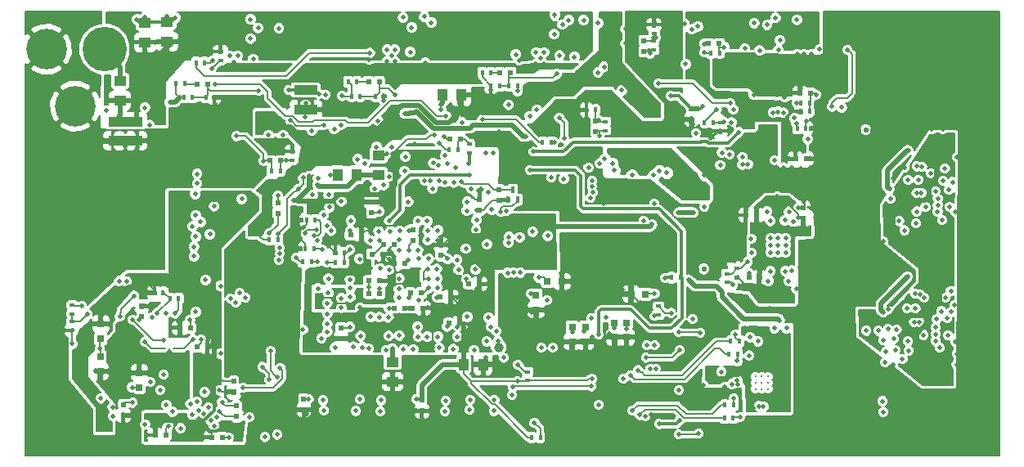
<source format=gbr>
G04 #@! TF.GenerationSoftware,KiCad,Pcbnew,(5.1.2)-1*
G04 #@! TF.CreationDate,2019-06-04T17:54:49-04:00*
G04 #@! TF.ProjectId,fmcw3,666d6377-332e-46b6-9963-61645f706362,rev?*
G04 #@! TF.SameCoordinates,Original*
G04 #@! TF.FileFunction,Copper,L4,Bot*
G04 #@! TF.FilePolarity,Positive*
%FSLAX46Y46*%
G04 Gerber Fmt 4.6, Leading zero omitted, Abs format (unit mm)*
G04 Created by KiCad (PCBNEW (5.1.2)-1) date 2019-06-04 17:54:49*
%MOMM*%
%LPD*%
G04 APERTURE LIST*
%ADD10C,1.000000*%
%ADD11R,1.250000X1.000000*%
%ADD12C,0.500000*%
%ADD13R,0.500000X0.600000*%
%ADD14R,0.400000X0.600000*%
%ADD15C,0.300000*%
%ADD16R,0.460000X0.650000*%
%ADD17R,0.600000X0.400000*%
%ADD18R,4.060000X1.520000*%
%ADD19C,4.200000*%
%ADD20C,4.600000*%
%ADD21R,1.000000X1.250000*%
%ADD22R,0.600000X0.500000*%
%ADD23C,0.550000*%
%ADD24C,6.400000*%
%ADD25C,0.600000*%
%ADD26R,0.750000X0.800000*%
%ADD27R,0.800000X0.750000*%
%ADD28C,0.460000*%
%ADD29C,0.200000*%
%ADD30C,0.340000*%
%ADD31C,0.150000*%
%ADD32C,0.300000*%
%ADD33C,0.500000*%
%ADD34C,0.380000*%
%ADD35C,0.254000*%
G04 APERTURE END LIST*
D10*
X170225000Y-112700000D03*
D11*
X133575000Y-79125000D03*
X133575000Y-81125000D03*
X135875000Y-81050000D03*
X135875000Y-79050000D03*
D12*
X147875350Y-90763810D03*
X147875350Y-91463810D03*
X147125350Y-91113810D03*
X146375350Y-90763810D03*
X146375350Y-91463810D03*
X177943022Y-88881050D03*
X178643022Y-88881050D03*
X178293022Y-89631050D03*
X177943022Y-90381050D03*
X178643022Y-90381050D03*
X183350000Y-79750000D03*
X184050000Y-79750000D03*
X183700000Y-80500000D03*
X183350000Y-81250000D03*
X184050000Y-81250000D03*
D13*
X147350000Y-97750000D03*
X147350000Y-98850000D03*
D14*
X146450000Y-101600000D03*
X147350000Y-101600000D03*
D15*
X205160000Y-84510000D03*
X205960000Y-84510000D03*
X205160000Y-85310000D03*
X205960000Y-85310000D03*
D13*
X170250000Y-96400000D03*
X170250000Y-97500000D03*
D16*
X172150000Y-97450000D03*
X171150000Y-97450000D03*
X171650000Y-96400000D03*
D17*
X141400000Y-83000000D03*
X141400000Y-82100000D03*
D18*
X220050000Y-108280000D03*
X220050000Y-113360000D03*
D12*
X221800000Y-108720000D03*
X221300000Y-108720000D03*
X220800000Y-108720000D03*
X220300000Y-108720000D03*
X219800000Y-108720000D03*
X219300000Y-108720000D03*
X218800000Y-108720000D03*
X218300000Y-108720000D03*
X221800000Y-112920000D03*
X221300000Y-112920000D03*
X220800000Y-112920000D03*
X220300000Y-112920000D03*
X219800000Y-112920000D03*
X219300000Y-112920000D03*
X218800000Y-112920000D03*
X218300000Y-112920000D03*
D18*
X220050000Y-82130000D03*
X220050000Y-87210000D03*
D12*
X221800000Y-82570000D03*
X221300000Y-82570000D03*
X220800000Y-82570000D03*
X220300000Y-82570000D03*
X219800000Y-82570000D03*
X219300000Y-82570000D03*
X218800000Y-82570000D03*
X218300000Y-82570000D03*
X221800000Y-86770000D03*
X221300000Y-86770000D03*
X220800000Y-86770000D03*
X220300000Y-86770000D03*
X219800000Y-86770000D03*
X219300000Y-86770000D03*
X218800000Y-86770000D03*
X218300000Y-86770000D03*
D18*
X220050000Y-94960000D03*
X220050000Y-100040000D03*
D12*
X221800000Y-95400000D03*
X221300000Y-95400000D03*
X220800000Y-95400000D03*
X220300000Y-95400000D03*
X219800000Y-95400000D03*
X219300000Y-95400000D03*
X218800000Y-95400000D03*
X218300000Y-95400000D03*
X221800000Y-99600000D03*
X221300000Y-99600000D03*
X220800000Y-99600000D03*
X220300000Y-99600000D03*
X219800000Y-99600000D03*
X219300000Y-99600000D03*
X218800000Y-99600000D03*
X218300000Y-99600000D03*
D13*
X162250000Y-119300000D03*
X162250000Y-118200000D03*
X150025000Y-118075000D03*
X150025000Y-119175000D03*
D19*
X126375000Y-87750000D03*
D20*
X129375000Y-81850000D03*
D19*
X123375000Y-81850000D03*
D11*
X149650000Y-86075000D03*
X149650000Y-88075000D03*
X150800000Y-88075000D03*
X150800000Y-86075000D03*
D21*
X166350000Y-86600000D03*
X164350000Y-86600000D03*
D14*
X174750000Y-91500000D03*
X175650000Y-91500000D03*
D21*
X153500000Y-94850000D03*
X155500000Y-94850000D03*
D22*
X200925000Y-93200000D03*
X202025000Y-93200000D03*
D23*
X207450000Y-90200000D03*
X208950000Y-90200000D03*
X208200000Y-90200000D03*
X191450000Y-104600000D03*
X190700000Y-104600000D03*
X192200000Y-104600000D03*
D24*
X218350000Y-120550000D03*
D25*
X220750000Y-120550000D03*
X220047056Y-122247056D03*
X218350000Y-122950000D03*
X216652944Y-122247056D03*
X215950000Y-120550000D03*
X216652944Y-118852944D03*
X218350000Y-118150000D03*
X220047056Y-118852944D03*
X214797056Y-79402944D03*
X213100000Y-78700000D03*
X211402944Y-79402944D03*
X210700000Y-81100000D03*
X211402944Y-82797056D03*
X213100000Y-83500000D03*
X214797056Y-82797056D03*
X215500000Y-81100000D03*
D24*
X213100000Y-81100000D03*
X124450000Y-120550000D03*
D25*
X126850000Y-120550000D03*
X126147056Y-122247056D03*
X124450000Y-122950000D03*
X122752944Y-122247056D03*
X122050000Y-120550000D03*
X122752944Y-118852944D03*
X124450000Y-118150000D03*
X126147056Y-118852944D03*
D22*
X140050000Y-112650000D03*
X138950000Y-112650000D03*
D13*
X133250000Y-109550000D03*
X133250000Y-108450000D03*
D22*
X140500000Y-122050000D03*
X141600000Y-122050000D03*
D13*
X131350000Y-119750000D03*
X131350000Y-118650000D03*
X143060000Y-118785000D03*
X143060000Y-119885000D03*
D22*
X138300000Y-110700000D03*
X137200000Y-110700000D03*
D13*
X142785000Y-116235000D03*
X142785000Y-117335000D03*
D26*
X128950000Y-113700000D03*
X128950000Y-115200000D03*
X133000000Y-116850000D03*
X133000000Y-115350000D03*
D22*
X157850000Y-105800000D03*
X156750000Y-105800000D03*
X164128548Y-107492216D03*
X165228548Y-107492216D03*
X193000000Y-81270000D03*
X191900000Y-81270000D03*
X202480000Y-86385000D03*
X201380000Y-86385000D03*
X195800000Y-99025000D03*
X196900000Y-99025000D03*
D13*
X180223022Y-89261050D03*
X180223022Y-90361050D03*
D22*
X156720000Y-85190000D03*
X157820000Y-85190000D03*
X166200000Y-91150000D03*
X165100000Y-91150000D03*
D13*
X190150000Y-89100000D03*
X190150000Y-88000000D03*
D22*
X140120000Y-85466572D03*
X139020000Y-85466572D03*
X196100000Y-105475000D03*
X197200000Y-105475000D03*
X147625350Y-93363810D03*
X146525350Y-93363810D03*
D13*
X185241322Y-82080700D03*
X185241322Y-80980700D03*
D22*
X171400000Y-84256798D03*
X170300000Y-84256798D03*
D13*
X161368548Y-101652216D03*
X161368548Y-100552216D03*
D22*
X160468548Y-108642216D03*
X159368548Y-108642216D03*
X158228548Y-103052216D03*
X157128548Y-103052216D03*
X156758548Y-107142216D03*
X157858548Y-107142216D03*
X159348548Y-104062216D03*
X160448548Y-104062216D03*
X158258548Y-102072216D03*
X159358548Y-102072216D03*
X154878548Y-101082216D03*
X155978548Y-101082216D03*
D13*
X164218548Y-103212216D03*
X164218548Y-102112216D03*
X153868548Y-111812216D03*
X153868548Y-110712216D03*
D22*
X167098548Y-106142216D03*
X168198548Y-106142216D03*
X162378548Y-108642216D03*
X161278548Y-108642216D03*
D13*
X157050000Y-97650000D03*
X157050000Y-98750000D03*
X201750000Y-99400000D03*
X201750000Y-98300000D03*
X168198548Y-98482216D03*
X168198548Y-97382216D03*
D22*
X162158548Y-107082216D03*
X161058548Y-107082216D03*
X165048548Y-110222216D03*
X166148548Y-110222216D03*
X134650000Y-121800000D03*
X135750000Y-121800000D03*
D27*
X185400000Y-107200000D03*
X183900000Y-107200000D03*
D26*
X182200000Y-110170000D03*
X182200000Y-111670000D03*
X129000000Y-110300000D03*
X129000000Y-111800000D03*
X183430000Y-110170000D03*
X183430000Y-111670000D03*
X174065536Y-107325694D03*
X174065536Y-108825694D03*
X179200000Y-112110000D03*
X179200000Y-110610000D03*
X177800000Y-110630000D03*
X177800000Y-112130000D03*
D27*
X176750000Y-105900000D03*
X175250000Y-105900000D03*
D11*
X157750000Y-94850000D03*
X157750000Y-92850000D03*
X132690000Y-89340000D03*
X132690000Y-91340000D03*
X131000000Y-87150000D03*
X131000000Y-85150000D03*
X130390000Y-91340000D03*
X130390000Y-89340000D03*
X131490000Y-89340000D03*
X131490000Y-91340000D03*
D21*
X168580000Y-114480000D03*
X166580000Y-114480000D03*
D11*
X159210000Y-114270000D03*
X159210000Y-116270000D03*
D14*
X193080000Y-82240000D03*
X192180000Y-82240000D03*
D17*
X167140000Y-91660000D03*
X167140000Y-92560000D03*
D14*
X165950000Y-92250000D03*
X165050000Y-92250000D03*
X202380000Y-88310000D03*
X201480000Y-88310000D03*
X191510000Y-89430000D03*
X192410000Y-89430000D03*
D17*
X193130000Y-89430000D03*
X193130000Y-90330000D03*
D14*
X155850000Y-86710000D03*
X154950000Y-86710000D03*
X171250000Y-85656798D03*
X172150000Y-85656798D03*
X170300000Y-85656798D03*
X169400000Y-85656798D03*
X139870000Y-86826572D03*
X140770000Y-86826572D03*
X138510000Y-86866572D03*
X137610000Y-86866572D03*
X138860000Y-83250000D03*
X139760000Y-83250000D03*
X158310000Y-86720000D03*
X157410000Y-86720000D03*
X201455000Y-87410000D03*
X202355000Y-87410000D03*
D17*
X148825350Y-92413810D03*
X148825350Y-93313810D03*
D14*
X136810000Y-85406572D03*
X137710000Y-85406572D03*
X169400000Y-84256798D03*
X168500000Y-84256798D03*
X154610000Y-85210000D03*
X155510000Y-85210000D03*
D17*
X181233022Y-89371050D03*
X181233022Y-90271050D03*
D14*
X180193022Y-88141050D03*
X179293022Y-88141050D03*
X147575350Y-94463810D03*
X146675350Y-94463810D03*
D17*
X186271322Y-80220700D03*
X186271322Y-79320700D03*
X194860000Y-104550000D03*
X194860000Y-105450000D03*
X193825000Y-105100000D03*
X193825000Y-106000000D03*
D14*
X202010000Y-90050000D03*
X201110000Y-90050000D03*
D17*
X186231322Y-81030700D03*
X186231322Y-81930700D03*
D14*
X150800000Y-103850000D03*
X149900000Y-103850000D03*
X174500000Y-122030000D03*
X173600000Y-122030000D03*
X150150000Y-102500000D03*
X151050000Y-102500000D03*
X151200000Y-99550000D03*
X150300000Y-99550000D03*
D17*
X173180000Y-115240000D03*
X173180000Y-116140000D03*
D14*
X153290000Y-102920000D03*
X154190000Y-102920000D03*
X153280000Y-103910000D03*
X154180000Y-103910000D03*
X134550000Y-107050000D03*
X135450000Y-107050000D03*
X188100000Y-105500000D03*
X189000000Y-105500000D03*
D17*
X186750000Y-109360000D03*
X186750000Y-108460000D03*
D14*
X137060000Y-107690000D03*
X136160000Y-107690000D03*
D17*
X126050000Y-108350000D03*
X126050000Y-109250000D03*
D14*
X194200000Y-112100000D03*
X195100000Y-112100000D03*
X194950000Y-113450000D03*
X194050000Y-113450000D03*
X194525000Y-118700000D03*
X193625000Y-118700000D03*
X193550000Y-120025000D03*
X194450000Y-120025000D03*
D17*
X126050000Y-110050000D03*
X126050000Y-110950000D03*
D15*
X198160000Y-90680000D03*
X198160000Y-91330000D03*
X197510000Y-90030000D03*
X198160000Y-90030000D03*
X197510000Y-90680000D03*
X197510000Y-91330000D03*
X198810000Y-91330000D03*
X198810000Y-90680000D03*
X198810000Y-90030000D03*
X198085000Y-117025000D03*
X197435000Y-117025000D03*
X196785000Y-117025000D03*
X196785000Y-115725000D03*
X197435000Y-115725000D03*
X198085000Y-116375000D03*
X198085000Y-115725000D03*
X196785000Y-116375000D03*
X197435000Y-116375000D03*
X186185000Y-117380000D03*
X185535000Y-117380000D03*
X186835000Y-116730000D03*
X186835000Y-117380000D03*
X186185000Y-116730000D03*
X185535000Y-116730000D03*
X185535000Y-118030000D03*
X186185000Y-118030000D03*
X186835000Y-118030000D03*
X193770000Y-84270000D03*
X194270000Y-83770000D03*
X194770000Y-83270000D03*
X194770000Y-84270000D03*
X194770000Y-85270000D03*
X194270000Y-84770000D03*
X193770000Y-83270000D03*
X193770000Y-85270000D03*
X193270000Y-83770000D03*
X193270000Y-84770000D03*
X192770000Y-83270000D03*
X192770000Y-84270000D03*
X192770000Y-85270000D03*
D28*
X168987980Y-102066747D03*
X172375000Y-101325000D03*
X195275000Y-103650000D03*
X194600000Y-103775000D03*
X193700000Y-103825000D03*
X193125000Y-104400000D03*
X194425000Y-106250000D03*
X206075000Y-94650000D03*
X203500000Y-92750000D03*
X204200000Y-96150000D03*
X203450000Y-96300000D03*
X202600000Y-96000000D03*
X160450000Y-94475000D03*
X216025000Y-108975000D03*
X215550000Y-109800000D03*
X210500000Y-110825000D03*
X211400000Y-110875000D03*
X209075000Y-106850000D03*
X210300000Y-105050000D03*
X210275000Y-103325000D03*
X210525000Y-102675000D03*
X210000000Y-101775000D03*
X209225000Y-101125000D03*
X210750000Y-97350000D03*
X216200000Y-95475000D03*
X216175000Y-90100000D03*
X215025000Y-90125000D03*
X213875000Y-90175000D03*
X211550000Y-90975000D03*
X211500000Y-91975000D03*
X210775000Y-91975000D03*
X209825000Y-97125000D03*
X209200000Y-98000000D03*
X209975000Y-92300000D03*
X209175000Y-92800000D03*
X208500000Y-93400000D03*
X208325000Y-94125000D03*
X208325000Y-94950000D03*
X208300000Y-95825000D03*
X207675000Y-96475000D03*
X211660010Y-99650000D03*
X214939990Y-94705133D03*
X211030011Y-95194729D03*
X218300000Y-91050000D03*
X212650000Y-89550000D03*
X212575000Y-95375000D03*
X213625000Y-95375000D03*
X212225000Y-94075000D03*
X214025000Y-94025000D03*
X213475000Y-93975000D03*
X216400000Y-94225000D03*
X213700000Y-110075000D03*
X213950000Y-96725000D03*
X213450000Y-96750000D03*
X216450000Y-107575000D03*
X218650000Y-105000000D03*
X210550000Y-108725000D03*
X212450000Y-108675000D03*
X213350000Y-108700000D03*
X214250000Y-107575000D03*
X210875000Y-103775000D03*
X213825000Y-107250000D03*
X213300000Y-107175000D03*
X211850000Y-107275000D03*
X213200000Y-110100000D03*
X150350000Y-119625000D03*
X150850000Y-90265020D03*
X136725000Y-78600000D03*
X132725000Y-78775000D03*
X135875000Y-78475000D03*
X133575000Y-78525000D03*
X128225000Y-97175000D03*
X128225000Y-101300000D03*
X128350000Y-93825000D03*
X124625000Y-97050000D03*
X131250000Y-97225000D03*
X131600000Y-101050000D03*
X131675000Y-93675000D03*
X124475000Y-101425000D03*
X124800000Y-93750000D03*
X122000000Y-116800000D03*
X128825000Y-122600000D03*
X143800000Y-123500000D03*
X147875000Y-123325000D03*
X151500000Y-123550000D03*
X154025000Y-123600000D03*
X156475000Y-123600000D03*
X160300000Y-123500000D03*
X165850000Y-123500000D03*
X168450000Y-123625000D03*
X171775000Y-123275000D03*
X185950000Y-122900000D03*
X196250000Y-123125000D03*
X198825000Y-123250000D03*
X201450000Y-123150000D03*
X203550000Y-123175000D03*
X206000000Y-123125000D03*
X213150000Y-120375000D03*
X219475000Y-104625000D03*
X219475000Y-106300000D03*
X212400000Y-87750000D03*
X214750000Y-87650000D03*
X217825000Y-89700000D03*
X217675000Y-93025000D03*
X186269495Y-79060010D03*
X198850000Y-78600000D03*
X139150000Y-119300000D03*
X136850000Y-118375000D03*
X136075000Y-117475000D03*
X136049858Y-114699858D03*
X133575000Y-87900000D03*
X141302845Y-119353983D03*
X149921653Y-110880800D03*
X206650000Y-100250000D03*
X206700000Y-104150000D03*
X168900000Y-92600000D03*
X169600000Y-92600000D03*
X198350000Y-102900000D03*
X199100000Y-102900000D03*
X199900000Y-102900000D03*
X199900000Y-102150000D03*
X199100000Y-102150000D03*
X198350000Y-102150000D03*
X199900000Y-101400000D03*
X199100000Y-101400000D03*
X198350000Y-101400000D03*
X177225000Y-93100000D03*
X176600000Y-91750000D03*
X149050000Y-101025000D03*
X180475000Y-84275000D03*
X199800000Y-86825000D03*
X209150000Y-79700000D03*
X205200000Y-82400000D03*
X194925000Y-96250000D03*
X195575000Y-95625000D03*
X196300000Y-94875000D03*
X196950000Y-94300000D03*
X197775000Y-94250000D03*
X194875000Y-91614990D03*
X160375000Y-122100000D03*
X149475000Y-123275000D03*
X221200000Y-116575000D03*
X220950000Y-115100000D03*
X213800000Y-88850000D03*
X216000000Y-88875000D03*
X220700000Y-91000000D03*
X219725000Y-89150000D03*
X219750000Y-92950000D03*
X175550000Y-88250000D03*
X173400000Y-88775000D03*
X174150000Y-88125000D03*
X174900000Y-88700000D03*
X159125000Y-82525000D03*
X142800000Y-83150000D03*
X142355000Y-83705000D03*
X143185000Y-82515000D03*
X142355000Y-82515000D03*
X143185000Y-83705000D03*
X159465000Y-83095000D03*
X158635000Y-81905000D03*
X158635000Y-83095000D03*
X159465000Y-81905000D03*
X198675000Y-94125000D03*
X194885403Y-116131940D03*
X191850000Y-108700000D03*
X191875000Y-107200000D03*
X191175000Y-107925000D03*
X191900000Y-105475000D03*
X190950000Y-105475000D03*
X196650000Y-79150000D03*
X203425000Y-81875000D03*
X162500000Y-78475000D03*
X163225000Y-79100000D03*
X161200000Y-79600000D03*
X160300000Y-78575000D03*
X144550000Y-87950000D03*
X140300000Y-101000000D03*
X139350000Y-99725000D03*
X140150000Y-93625000D03*
X168300000Y-118750000D03*
X165875000Y-118750000D03*
X159925000Y-118625000D03*
X154200000Y-118600000D03*
X156600000Y-118625000D03*
X147025000Y-107725000D03*
X146225000Y-109350000D03*
X144750000Y-109350000D03*
X144800000Y-107650000D03*
X193500000Y-97725000D03*
X192300000Y-94375000D03*
X195550000Y-97800000D03*
X194550000Y-99025000D03*
X192800000Y-99350000D03*
X192800000Y-100250000D03*
X195350000Y-100675000D03*
X194425000Y-100650000D03*
X205525000Y-95350000D03*
X204900000Y-95650000D03*
X201950000Y-95750000D03*
X201000000Y-95750000D03*
X206200000Y-93825000D03*
X206750000Y-93275000D03*
X207400000Y-92725000D03*
X208225000Y-92100000D03*
X206650000Y-91025000D03*
X205600000Y-92100000D03*
X203325000Y-94050000D03*
X202450000Y-94150000D03*
X201500000Y-94175000D03*
X200550000Y-94150000D03*
X199650000Y-94100000D03*
X206125000Y-88625000D03*
X204975000Y-88625000D03*
X203425000Y-88625000D03*
X205750000Y-89450000D03*
X205825000Y-91125000D03*
X208825000Y-91350000D03*
X205775000Y-96700000D03*
X203975000Y-97000000D03*
X202325000Y-96850000D03*
X217000000Y-106875000D03*
X220550000Y-106300000D03*
X220550000Y-103325000D03*
X220500000Y-102125000D03*
X177900000Y-121950000D03*
X200675000Y-109100000D03*
X201025000Y-106675000D03*
X202050000Y-107750000D03*
X203075000Y-108625000D03*
X204425000Y-106450000D03*
X204300000Y-107775000D03*
X204225000Y-108975000D03*
X207475000Y-107875000D03*
X206775000Y-107300000D03*
X211250000Y-113000000D03*
X211000000Y-114500000D03*
X211250000Y-115750000D03*
X213500000Y-118250000D03*
X213500000Y-117000000D03*
X211750000Y-118000000D03*
X211750000Y-119250000D03*
X211250000Y-120500000D03*
X210750000Y-117000000D03*
X210000000Y-112000000D03*
X209500000Y-111000000D03*
X208250000Y-111000000D03*
X206750000Y-111000000D03*
X202750000Y-117750000D03*
X204750000Y-115500000D03*
X204250000Y-110750000D03*
X201250000Y-110750000D03*
X200000000Y-110750000D03*
X198750000Y-110750000D03*
X193250000Y-109750000D03*
X193750000Y-110750000D03*
X192250000Y-109500000D03*
X191250000Y-109500000D03*
X193250000Y-115250000D03*
X184750000Y-121500000D03*
X186000000Y-121500000D03*
X187500000Y-121500000D03*
X188000000Y-122750000D03*
X189000000Y-123250000D03*
X190500000Y-123250000D03*
X192000000Y-123250000D03*
X193500000Y-123250000D03*
X193750000Y-122000000D03*
X195250000Y-122000000D03*
X196000000Y-121000000D03*
X196500000Y-120000000D03*
X197250000Y-121500000D03*
X199000000Y-121500000D03*
X200750000Y-121500000D03*
X202250000Y-121500000D03*
X203500000Y-121250000D03*
X205000000Y-121250000D03*
X206500000Y-121250000D03*
X208000000Y-121250000D03*
X209500000Y-121000000D03*
X206500000Y-116250000D03*
X208250000Y-116250000D03*
X209750000Y-116250000D03*
X182000000Y-106750000D03*
X183000000Y-106750000D03*
X183000000Y-105750000D03*
X182000000Y-105750000D03*
X183000000Y-104750000D03*
X182000000Y-104750000D03*
X183000000Y-103750000D03*
X182000000Y-103750000D03*
X183000000Y-102750000D03*
X182000000Y-102750000D03*
X181000000Y-106750000D03*
X181000000Y-105750000D03*
X181000000Y-104750000D03*
X181000000Y-103750000D03*
X181000000Y-102750000D03*
X180000000Y-106750000D03*
X180000000Y-105750000D03*
X180000000Y-104750000D03*
X180000000Y-103750000D03*
X180000000Y-102750000D03*
X179000000Y-106750000D03*
X179000000Y-105750000D03*
X179000000Y-104750000D03*
X179000000Y-103750000D03*
X179000000Y-102750000D03*
X178000000Y-106750000D03*
X178000000Y-105750000D03*
X178000000Y-104750000D03*
X178000000Y-103750000D03*
X178000000Y-102750000D03*
X183000000Y-101750000D03*
X182000000Y-101750000D03*
X181000000Y-101750000D03*
X180000000Y-101750000D03*
X179000000Y-101750000D03*
X178000000Y-101750000D03*
X133200000Y-102875000D03*
X122400000Y-89825000D03*
X127000000Y-105050000D03*
X123400000Y-105075000D03*
X191491862Y-94844968D03*
X217500000Y-98700000D03*
X217400000Y-108350000D03*
X202600000Y-82350000D03*
X203300000Y-83050000D03*
X201800000Y-82350000D03*
X201100000Y-82350000D03*
X200150000Y-83100000D03*
X199400000Y-83200000D03*
X198500000Y-83250000D03*
X197650000Y-83100000D03*
X196900000Y-83050000D03*
X196600000Y-86550000D03*
X196900000Y-85600000D03*
X197550000Y-85150000D03*
X199750000Y-86000000D03*
X199800000Y-85150000D03*
X200950000Y-85200000D03*
X201950000Y-85150000D03*
X202850000Y-85200000D03*
X215635000Y-98665000D03*
X207200000Y-86700000D03*
X209450000Y-89700000D03*
X207000000Y-89450000D03*
X207000000Y-88550000D03*
X217500000Y-87100000D03*
X217650000Y-86300000D03*
X217650000Y-83100000D03*
X217200000Y-83650000D03*
X216350000Y-83900000D03*
X215550000Y-84000000D03*
X214600000Y-84050000D03*
X213675000Y-84075000D03*
X212475000Y-84075000D03*
X211500000Y-84050000D03*
X210700000Y-84100000D03*
X209850000Y-84100000D03*
X208950000Y-84050000D03*
X208250000Y-83850000D03*
X210600000Y-86400000D03*
X211500000Y-86450000D03*
X212350000Y-86450000D03*
X213300000Y-86450000D03*
X214350000Y-86500000D03*
X215250000Y-86550000D03*
X217500000Y-88000000D03*
X215400000Y-96600000D03*
X212200000Y-100600000D03*
X213450000Y-98650000D03*
X213400000Y-99900000D03*
X215650000Y-98000000D03*
X215650000Y-97300000D03*
X217200000Y-95600000D03*
X218200000Y-101350000D03*
X212650000Y-113050000D03*
X217600000Y-114500000D03*
X217650000Y-113400000D03*
X217500000Y-112150000D03*
X217050000Y-109050000D03*
X205300000Y-102300000D03*
X201400000Y-104450000D03*
X202200000Y-104950000D03*
X203000000Y-105350000D03*
X204000000Y-105600000D03*
X207100000Y-106350000D03*
X202950000Y-99300000D03*
X203950000Y-99050000D03*
X204800000Y-98900000D03*
X205300000Y-98300000D03*
X208350000Y-101000000D03*
X208400000Y-100200000D03*
X208400000Y-99400000D03*
X207100000Y-97300000D03*
X206600000Y-97900000D03*
X208500000Y-98600000D03*
X216100000Y-99550000D03*
X218550000Y-102750000D03*
X219000000Y-115200000D03*
X212000000Y-113900000D03*
X215850000Y-112750000D03*
X215450000Y-111350000D03*
X215450000Y-112050000D03*
X215450000Y-110650000D03*
X211075000Y-111825000D03*
X212550000Y-112100000D03*
X209000000Y-108250000D03*
X208150000Y-107900000D03*
X208000000Y-107000000D03*
X208050000Y-106150000D03*
X208050000Y-105500000D03*
X208050000Y-104750000D03*
X208000000Y-103950000D03*
X216200000Y-87050000D03*
X216650000Y-87350000D03*
X209400000Y-88950000D03*
X209400000Y-86450000D03*
X209800000Y-88550000D03*
X209800000Y-88000000D03*
X209800000Y-87350000D03*
X209800000Y-86750000D03*
X206850000Y-87750000D03*
X204800000Y-89750000D03*
X192150000Y-91050000D03*
X194300000Y-89450000D03*
X194500000Y-88100000D03*
X196450000Y-84750000D03*
X158556315Y-113008195D03*
X161650000Y-119300000D03*
X137269979Y-121101021D03*
X136009979Y-120847210D03*
X138250000Y-109899960D03*
X159250000Y-116900000D03*
X160000000Y-116250000D03*
X141400000Y-113350000D03*
X142250000Y-122050000D03*
X141300000Y-117150000D03*
X138850000Y-109050000D03*
X132400000Y-119250000D03*
X133450000Y-115400000D03*
X128450000Y-115150000D03*
X139400000Y-111900000D03*
X130300000Y-119850000D03*
X130250000Y-118900000D03*
X129000000Y-118000000D03*
X130300000Y-117900000D03*
X130250000Y-117350000D03*
X171150000Y-112200000D03*
X133589990Y-108450000D03*
X135750000Y-109200000D03*
X131700000Y-105900000D03*
X130200000Y-112750000D03*
X130150000Y-114860000D03*
X126050000Y-112350000D03*
X128400000Y-106800000D03*
X138298162Y-92950042D03*
X141042346Y-90989990D03*
X143841370Y-93508630D03*
X156341740Y-93689990D03*
X160550000Y-92989990D03*
X161480000Y-91659979D03*
X164662529Y-92861975D03*
X149966355Y-100311210D03*
X154849201Y-100639990D03*
X143350000Y-105950000D03*
X145300000Y-105850000D03*
X145850000Y-105150000D03*
X146750000Y-105750000D03*
X144250000Y-106600000D03*
X141400000Y-106350000D03*
X139850000Y-105750000D03*
X139300000Y-89500000D03*
X139950000Y-88800000D03*
X129600000Y-88200000D03*
X133500000Y-91300000D03*
X132800000Y-92000000D03*
X131550000Y-91950000D03*
X158300000Y-87150000D03*
X158589990Y-92650000D03*
X152579457Y-96939990D03*
X138500000Y-100200000D03*
X140750000Y-98100000D03*
X134050000Y-89700000D03*
X129200000Y-91400000D03*
X160935009Y-100614818D03*
X172350000Y-118300000D03*
X168846883Y-113790021D03*
X149499723Y-88200277D03*
X163150000Y-84900000D03*
X161700000Y-84900000D03*
X164240000Y-87570000D03*
X166401680Y-89439990D03*
X170257430Y-90360010D03*
X175390000Y-117897500D03*
X176590000Y-117897500D03*
X176590000Y-114822500D03*
X175390000Y-114822500D03*
X175200000Y-108750000D03*
X173700000Y-100750000D03*
X170680054Y-105810000D03*
X186250000Y-94910010D03*
X183990000Y-94910010D03*
X186550000Y-102000000D03*
X143800000Y-95950000D03*
X143250000Y-95300000D03*
X143350000Y-94150000D03*
X143600000Y-97350000D03*
X146450000Y-100900000D03*
X160835010Y-97650000D03*
X180300000Y-113900000D03*
X173613927Y-109110010D03*
X187550000Y-108450000D03*
X182000000Y-88750000D03*
X183400000Y-89050000D03*
X184900000Y-90100000D03*
X190300000Y-89650000D03*
X187400000Y-90450000D03*
X181080395Y-97869990D03*
X155600000Y-93250000D03*
X144550000Y-92350000D03*
X148300000Y-87850000D03*
X152800000Y-94850000D03*
X157900000Y-101650000D03*
X155789990Y-103568376D03*
X152400000Y-103900000D03*
X157950000Y-104550000D03*
X160900000Y-107600000D03*
X159850000Y-106650000D03*
X160900000Y-108650000D03*
X163800000Y-107550000D03*
X168950000Y-112100000D03*
X166950000Y-109550000D03*
X164850000Y-110550000D03*
X161850000Y-111600000D03*
X156950000Y-109550000D03*
X154800000Y-110600000D03*
X152550000Y-107100000D03*
X156800000Y-106500000D03*
X163350000Y-96300000D03*
X157850000Y-98650000D03*
X167900000Y-98550000D03*
X163900000Y-100600000D03*
X166850000Y-105650000D03*
X163850000Y-105600000D03*
X162900000Y-105650000D03*
X162850000Y-104650000D03*
X160850000Y-103650000D03*
X161850000Y-102650000D03*
X161900000Y-103550000D03*
X162950000Y-103550000D03*
X164900000Y-103550000D03*
X159140000Y-91970000D03*
X157560000Y-91970000D03*
X153170000Y-90100000D03*
X169531778Y-91179343D03*
X164560000Y-90910000D03*
X191500000Y-81290000D03*
X187720000Y-111670000D03*
X180608445Y-97511911D03*
X173460000Y-93100000D03*
X173460000Y-91880000D03*
X182190010Y-116015263D03*
X175290000Y-101170000D03*
X172880000Y-106020000D03*
X172940000Y-107910000D03*
X187810000Y-106460000D03*
X185760000Y-109130000D03*
X179900000Y-111640000D03*
X181640000Y-111330000D03*
X173090000Y-111890000D03*
X176640000Y-111910000D03*
X184480010Y-114022735D03*
X184100000Y-111640000D03*
X196210010Y-111655408D03*
X182250000Y-117930000D03*
X183640000Y-117180000D03*
X183681606Y-117710185D03*
X185960000Y-119720000D03*
X186440000Y-119740000D03*
X193630000Y-116800000D03*
X191390000Y-116640000D03*
X140800000Y-87500000D03*
X144800000Y-82850000D03*
X147000000Y-83800000D03*
X147450000Y-79700000D03*
X145300000Y-79650000D03*
X144500000Y-78750000D03*
X144500000Y-80750000D03*
X156000000Y-88850000D03*
X150200000Y-87450000D03*
X150150000Y-88900000D03*
X156650000Y-88100000D03*
X161050000Y-82150000D03*
X162600000Y-83250000D03*
X174500000Y-82750000D03*
X174065000Y-82175000D03*
X174895000Y-83365000D03*
X174895000Y-82175000D03*
X174065000Y-83365000D03*
X171230000Y-87610000D03*
X164230000Y-88080000D03*
X179000000Y-78850000D03*
X177450000Y-78850000D03*
X176800000Y-79300000D03*
X175950000Y-80300000D03*
X176000000Y-78300000D03*
X172150000Y-86180000D03*
X178050000Y-82650000D03*
X176500000Y-82500000D03*
X197600000Y-108750000D03*
X196000000Y-108800000D03*
X180500000Y-79150000D03*
X181136505Y-83672533D03*
X182960000Y-86110000D03*
X185280000Y-84930000D03*
X188810000Y-83950000D03*
X216820000Y-96410000D03*
X216630000Y-109720000D03*
X200060000Y-95860000D03*
X198120000Y-95820000D03*
X199980000Y-108740000D03*
X198280000Y-108690000D03*
X199830010Y-99574610D03*
X194980000Y-116550000D03*
X197050000Y-112100000D03*
X202060000Y-116430000D03*
X197170000Y-118810000D03*
X197594324Y-118851390D03*
X206700000Y-102625000D03*
X201678093Y-102465144D03*
X191350000Y-100525000D03*
X190725000Y-100875000D03*
X190700000Y-101700000D03*
X190700000Y-102500000D03*
X190700000Y-103325000D03*
X192100000Y-100750000D03*
X190200000Y-79800000D03*
X188500000Y-79800000D03*
X189400000Y-79200000D03*
X187650000Y-79200000D03*
X208425000Y-79050000D03*
X208425000Y-80425000D03*
X207825000Y-81875000D03*
X207450000Y-82850000D03*
X202025000Y-89250000D03*
X202915634Y-90549482D03*
X203400000Y-91600000D03*
X202650000Y-91950000D03*
X202550000Y-93200000D03*
X195750000Y-90950000D03*
X195750000Y-91500000D03*
X214375000Y-98200000D03*
X216872478Y-98156660D03*
X216695184Y-111469868D03*
X214188462Y-111432309D03*
X196100000Y-105025000D03*
X195800000Y-98625000D03*
X201250000Y-98300000D03*
X206675000Y-98775000D03*
X206675000Y-101775000D03*
X206700000Y-105725000D03*
X200525000Y-104775000D03*
X199875000Y-104825000D03*
X198325000Y-104825000D03*
X196375000Y-102925000D03*
X196325000Y-101475000D03*
X198325000Y-99625000D03*
X200725000Y-99725000D03*
X199310000Y-80920000D03*
X199160000Y-81930000D03*
X195700000Y-81760000D03*
X199650000Y-88430000D03*
X199110000Y-88330000D03*
X198610000Y-88400000D03*
X198970000Y-86600000D03*
X201070000Y-87400000D03*
X201450000Y-85910000D03*
X203590000Y-87680000D03*
X203600000Y-85260000D03*
X203640000Y-84650000D03*
X204820000Y-83080000D03*
X205700000Y-82970000D03*
X207490000Y-83950000D03*
X207520000Y-85320000D03*
X193540000Y-81640000D03*
X200800000Y-80750000D03*
X196250000Y-110700000D03*
X190350000Y-98750000D03*
X188800000Y-98750000D03*
X191900000Y-115990000D03*
X183110000Y-115980000D03*
X185380000Y-119880000D03*
X186440000Y-114950000D03*
X185920000Y-114930000D03*
X188873150Y-117141297D03*
X195700000Y-110700000D03*
X185850000Y-82300000D03*
X195430000Y-89730000D03*
X196290000Y-87700000D03*
X194998104Y-115521930D03*
X196570000Y-118980000D03*
X197734990Y-113862553D03*
X197190000Y-113900000D03*
X199797605Y-116648193D03*
X199890000Y-116140000D03*
X190525000Y-81125000D03*
X190475000Y-82225000D03*
X190525000Y-81825000D03*
X202250000Y-79250000D03*
X202275000Y-80225000D03*
X202225000Y-79730000D03*
X200300000Y-93175000D03*
X174600000Y-112770000D03*
X184780000Y-119720000D03*
X180550000Y-118650000D03*
X174334515Y-105500011D03*
X186800000Y-120650000D03*
X194340000Y-116530000D03*
X188960000Y-120310000D03*
X186340000Y-112500000D03*
X184640000Y-115080000D03*
X183820000Y-115610000D03*
X185530000Y-112500000D03*
X190900000Y-121660000D03*
X188820000Y-121740000D03*
X191070000Y-111190000D03*
X188820000Y-111160000D03*
X190250000Y-109800000D03*
X186350000Y-107150000D03*
X185450000Y-113790000D03*
X188930000Y-113020000D03*
X196130000Y-113580000D03*
X175810000Y-112760000D03*
X184058486Y-119259990D03*
X194720000Y-111370000D03*
X195200000Y-119920000D03*
X194550000Y-118030000D03*
X194870000Y-114110000D03*
X193125000Y-93850000D03*
X166950000Y-97650000D03*
X175650000Y-95150000D03*
X179495688Y-94099978D03*
X180652576Y-93660010D03*
X195416757Y-93001331D03*
X195412602Y-93808063D03*
X167850000Y-100550000D03*
X169500000Y-98450000D03*
X179850000Y-95500000D03*
X195999723Y-93749723D03*
X179850000Y-96090013D03*
X170422221Y-98649992D03*
X198750000Y-93350000D03*
X179934140Y-96673994D03*
X166800000Y-102500000D03*
X201020000Y-89540000D03*
X169135841Y-96689099D03*
X181150000Y-93200000D03*
X194100000Y-92750000D03*
X166900000Y-98600000D03*
X190650000Y-90550000D03*
X200810000Y-88980000D03*
X133560010Y-112150000D03*
X127050000Y-108400000D03*
X147570001Y-114848587D03*
X163435201Y-93646397D03*
X163144989Y-95443229D03*
X143750000Y-116900000D03*
X144000000Y-107550000D03*
X161850000Y-99650000D03*
X167650000Y-113000000D03*
X171600000Y-117650000D03*
X161899229Y-107799516D03*
X171637196Y-116815906D03*
X179800000Y-116750000D03*
X151450000Y-103850000D03*
X158850000Y-104700000D03*
X163997520Y-93825035D03*
X164015009Y-95503580D03*
X145733548Y-114735010D03*
X142438916Y-107689470D03*
X146450000Y-116050000D03*
X162800000Y-99650000D03*
X164896077Y-93690784D03*
X164593771Y-95618244D03*
X142994315Y-108106628D03*
X162850000Y-100650000D03*
X147290279Y-115810010D03*
X146599201Y-113089990D03*
X143380670Y-107089990D03*
X165750000Y-94100000D03*
X165550000Y-95650000D03*
X162850000Y-101600000D03*
X147425000Y-103675000D03*
X147525000Y-102450000D03*
X159200000Y-112850000D03*
X147550000Y-103000000D03*
X162900000Y-106600000D03*
X163850000Y-106550000D03*
X163800000Y-104600000D03*
X160900000Y-102650000D03*
X159850000Y-107550000D03*
X159900000Y-105600000D03*
X157900000Y-106650000D03*
X158850000Y-108650000D03*
X136150000Y-87350000D03*
X144750000Y-100750000D03*
X144750000Y-100200000D03*
X186050000Y-88250000D03*
X154000000Y-93400000D03*
X145750000Y-88900000D03*
X148600000Y-89850000D03*
X166810000Y-88380000D03*
X168460000Y-88410000D03*
X169400000Y-86080000D03*
X182400000Y-79000000D03*
X181650000Y-81550000D03*
X181600000Y-81100000D03*
X181550000Y-79950000D03*
X176450000Y-88925000D03*
X148450000Y-86100000D03*
X151600000Y-86460000D03*
X148657214Y-89239436D03*
X152100000Y-89685010D03*
X175975000Y-91525000D03*
X160475000Y-88500000D03*
X161025000Y-88475000D03*
X152280000Y-86550000D03*
X161700000Y-88300000D03*
X173050000Y-90900000D03*
X154000000Y-86700000D03*
X177000000Y-91100000D03*
X197989895Y-79315448D03*
X205730000Y-87890000D03*
X136700000Y-109200000D03*
X134810010Y-109150000D03*
X146000000Y-122000000D03*
X168400000Y-96350000D03*
X150525000Y-118100000D03*
X143250000Y-122000000D03*
X161650000Y-118100000D03*
X143250000Y-121250000D03*
X140225277Y-121360010D03*
X152809448Y-112141106D03*
X153821940Y-105477507D03*
X140650000Y-107710010D03*
X149250000Y-103450000D03*
X134650000Y-121050000D03*
X141300000Y-115850000D03*
X126750000Y-113250000D03*
X140100000Y-111950000D03*
X137050000Y-110000000D03*
X129450000Y-120800000D03*
X133800000Y-106050000D03*
X150600000Y-95000000D03*
X149000000Y-97500000D03*
X144950000Y-97750000D03*
X139100000Y-97700000D03*
X156950000Y-104500000D03*
X175710784Y-99920140D03*
X172150000Y-116250000D03*
X179850000Y-116000000D03*
X174800000Y-99950000D03*
X167900000Y-106660010D03*
X166900000Y-104600000D03*
X163500000Y-90700000D03*
X159200000Y-92650000D03*
X161950000Y-93500000D03*
X163400000Y-112700000D03*
X156850000Y-100600000D03*
X152700000Y-102100000D03*
X155850000Y-108600000D03*
X159850000Y-99600000D03*
X165950000Y-100650000D03*
X164900000Y-98550000D03*
X162800000Y-98650000D03*
X159900000Y-109600000D03*
X162850000Y-108600000D03*
X165900000Y-107600000D03*
X165900000Y-110600000D03*
X155900000Y-110650000D03*
X155850000Y-97650000D03*
X157950000Y-97600000D03*
X163850000Y-101650000D03*
X186090000Y-99990000D03*
X191300000Y-87750000D03*
X188000000Y-86700000D03*
X145180000Y-81900000D03*
X179160000Y-82250000D03*
X160850000Y-81200000D03*
X156800000Y-82950000D03*
X178250000Y-81500000D03*
X176250000Y-81200000D03*
X172300000Y-83000000D03*
X185179378Y-99609989D03*
X186280000Y-97820000D03*
X173530000Y-107180000D03*
X175200000Y-107850000D03*
X179775536Y-109690000D03*
X181273172Y-109633749D03*
X186320000Y-109460000D03*
X193500000Y-89400000D03*
X192750000Y-88100000D03*
X191500000Y-82180000D03*
X207775000Y-110375000D03*
X207775000Y-109350000D03*
X215550000Y-91075000D03*
X215250000Y-104375000D03*
X207775000Y-109825000D03*
X189825000Y-105700000D03*
X199300000Y-109925000D03*
X189550000Y-83400000D03*
X215830000Y-103180000D03*
X190825000Y-79500000D03*
X216025000Y-115950000D03*
X186450000Y-80650000D03*
X180550000Y-89200000D03*
X191150000Y-96425000D03*
X180600000Y-90850000D03*
X191137169Y-96859979D03*
X181982392Y-92409453D03*
X143050000Y-90850000D03*
X201075000Y-78800000D03*
X151500000Y-107300000D03*
X151450000Y-95900000D03*
X145850000Y-93400000D03*
X156350000Y-94850000D03*
X158900000Y-103600000D03*
X158900000Y-102700000D03*
X160818548Y-105702216D03*
X158950000Y-106550000D03*
X148200000Y-93363810D03*
X135550000Y-111950000D03*
X132300000Y-109850000D03*
X127600000Y-109300000D03*
X188050000Y-109150000D03*
X187425000Y-105525000D03*
X154800000Y-102600000D03*
X159939990Y-100639990D03*
X151317999Y-100521908D03*
X150129990Y-100878076D03*
X158300000Y-95900000D03*
X151416675Y-101639990D03*
X170724810Y-113790021D03*
X156950000Y-101650000D03*
X172200000Y-114500000D03*
X162554989Y-95446866D03*
X159850000Y-102700000D03*
X157760010Y-100690754D03*
X151050000Y-101100000D03*
X151931008Y-102610010D03*
X157350000Y-96300000D03*
X159000000Y-100700000D03*
X147250000Y-121750000D03*
X158844667Y-95044459D03*
X150950000Y-96939990D03*
X151500000Y-95200000D03*
X159923441Y-101578427D03*
X173900000Y-120550000D03*
X200220000Y-105850000D03*
X209940000Y-118290000D03*
X198110000Y-105860000D03*
X210000000Y-119400000D03*
X197970000Y-98650000D03*
X210200000Y-114260000D03*
X200270000Y-98670000D03*
X210270000Y-113190000D03*
X195933394Y-103876902D03*
X203050000Y-86570000D03*
X159450000Y-86600000D03*
X171960000Y-82400000D03*
X156850000Y-82250000D03*
X140550000Y-83050000D03*
X145350000Y-86150000D03*
X176200000Y-84400000D03*
X193300000Y-92550000D03*
X202190000Y-91150000D03*
X164070000Y-91580000D03*
X167120000Y-93660000D03*
X204710000Y-87800000D03*
X206310000Y-81920000D03*
X157700000Y-89250000D03*
X153850000Y-89700000D03*
X152450000Y-111089990D03*
X138500000Y-119700000D03*
X171005731Y-98562675D03*
X179725171Y-97225760D03*
X165900000Y-103650000D03*
X191500000Y-98150000D03*
X171127131Y-105007071D03*
X169150000Y-109650000D03*
X139675011Y-119569216D03*
X151852200Y-111768992D03*
X152570285Y-105619731D03*
X138650000Y-103300000D03*
X140410147Y-120310147D03*
X155150000Y-112650000D03*
X155900000Y-111550000D03*
X140150000Y-118950000D03*
X171217757Y-101875672D03*
X166050000Y-104700000D03*
X138948345Y-118354989D03*
X153900799Y-108610010D03*
X171256999Y-101286967D03*
X167800000Y-104650000D03*
X138264798Y-118560010D03*
X152450000Y-109250000D03*
X135800000Y-118675000D03*
X152450000Y-108150000D03*
X136425000Y-119375000D03*
X153900799Y-107639990D03*
X135150000Y-117125000D03*
X154849402Y-107510010D03*
X154799723Y-105700277D03*
X133600000Y-120700000D03*
X134150000Y-116300000D03*
X154849402Y-106589990D03*
X135525000Y-115550000D03*
X151487332Y-106604592D03*
X154900000Y-99600000D03*
X138850000Y-99050000D03*
X171722021Y-104975756D03*
X169400000Y-110600000D03*
X169950000Y-111050000D03*
X172440000Y-104990000D03*
X182149201Y-94357197D03*
X186800000Y-94450000D03*
X152685591Y-98210010D03*
X139000000Y-94750000D03*
X176949197Y-95260010D03*
X167900000Y-99550000D03*
X181950000Y-93650000D03*
X187600000Y-94650000D03*
X153900000Y-97600000D03*
X138950000Y-95750000D03*
X152849201Y-100639990D03*
X138650000Y-102300000D03*
X138850000Y-101250000D03*
X152400000Y-100100000D03*
X152099349Y-99042512D03*
X138800000Y-96850000D03*
X132450000Y-107400000D03*
X131000000Y-109550000D03*
X140739368Y-120850000D03*
X156050000Y-112700000D03*
X153250000Y-112759979D03*
X141002720Y-119931097D03*
X156729969Y-112858908D03*
X144400000Y-119950000D03*
X132250000Y-116850000D03*
X141567640Y-118399990D03*
X132300000Y-118450000D03*
X132950000Y-109850000D03*
X128900000Y-112850000D03*
X130900000Y-105850000D03*
X134300000Y-109600000D03*
X199030000Y-97100000D03*
X199120000Y-107790000D03*
X197130000Y-106190000D03*
X197225000Y-105050000D03*
X196900000Y-98550000D03*
X201175000Y-99300000D03*
X173750000Y-92450000D03*
X195050000Y-90450000D03*
X173430000Y-94360000D03*
X180580000Y-111390000D03*
X158860000Y-99620000D03*
X167210000Y-94840000D03*
X179036364Y-111022372D03*
X177810000Y-111110000D03*
X183450000Y-110790000D03*
X182170000Y-110690000D03*
X167350000Y-96300000D03*
X186750000Y-85400000D03*
X194150000Y-87450000D03*
X197200000Y-82000000D03*
X140500000Y-83875000D03*
X164750000Y-88809979D03*
X168519173Y-89139990D03*
X140850000Y-85450000D03*
X161350000Y-112950000D03*
X158000000Y-118200000D03*
X159900009Y-111487047D03*
X155800000Y-118100000D03*
X152000000Y-118200000D03*
X157850000Y-109600000D03*
X160350000Y-112950000D03*
X157950000Y-119350000D03*
X155400000Y-119300000D03*
X158800000Y-111550000D03*
X152100000Y-119250000D03*
X158800000Y-109650000D03*
X164700000Y-118250000D03*
X162800000Y-111600000D03*
X161800000Y-110600000D03*
X164650000Y-119350000D03*
X169750000Y-118150000D03*
X165900000Y-111600000D03*
X165500000Y-112900000D03*
X169700000Y-119300000D03*
X163900000Y-111600000D03*
X167250000Y-118150000D03*
X164050000Y-112750000D03*
X167200000Y-119200000D03*
X166350000Y-95550000D03*
X149455153Y-96335580D03*
X149950000Y-95150000D03*
X147350000Y-101000000D03*
X147350000Y-97000000D03*
X152450000Y-110300000D03*
X139750000Y-117350000D03*
X138550000Y-111900000D03*
X212525000Y-105400000D03*
X210000000Y-109100000D03*
X212600000Y-92325000D03*
X210650000Y-96350000D03*
X170150000Y-112075000D03*
D29*
X150300000Y-99550000D02*
X150300000Y-99977565D01*
X150300000Y-99977565D02*
X149966355Y-100311210D01*
X193700000Y-103825000D02*
X194550000Y-103825000D01*
X194550000Y-103825000D02*
X194600000Y-103775000D01*
X193125000Y-104400000D02*
X193700000Y-103825000D01*
X193825000Y-106000000D02*
X194175000Y-106000000D01*
X194175000Y-106000000D02*
X194425000Y-106250000D01*
X203325000Y-94050000D02*
X203325000Y-92925000D01*
X203325000Y-92925000D02*
X203500000Y-92750000D01*
X202600000Y-96000000D02*
X203150000Y-96000000D01*
X203150000Y-96000000D02*
X203450000Y-96300000D01*
X150025000Y-119175000D02*
X150025000Y-119300000D01*
X150025000Y-119300000D02*
X150350000Y-119625000D01*
D30*
X135875000Y-79050000D02*
X133650000Y-79050000D01*
X133650000Y-79050000D02*
X133575000Y-79125000D01*
X135875000Y-79050000D02*
X136275000Y-79050000D01*
X136275000Y-79050000D02*
X136725000Y-78600000D01*
X133575000Y-79125000D02*
X133075000Y-79125000D01*
X133075000Y-79125000D02*
X132725000Y-78775000D01*
X135875000Y-79050000D02*
X135875000Y-78475000D01*
X133575000Y-79125000D02*
X133575000Y-78525000D01*
D29*
X186271322Y-79061837D02*
X186269495Y-79060010D01*
X186271322Y-79320700D02*
X186271322Y-79061837D01*
X143060000Y-119885000D02*
X141833862Y-119885000D01*
X141532844Y-119583982D02*
X141302845Y-119353983D01*
X141833862Y-119885000D02*
X141532844Y-119583982D01*
D31*
X147350000Y-98850000D02*
X147350000Y-100000000D01*
X147350000Y-100000000D02*
X146450000Y-100900000D01*
D32*
X193130000Y-90330000D02*
X192870000Y-90330000D01*
X192870000Y-90330000D02*
X192150000Y-91050000D01*
D29*
X168750000Y-98300000D02*
X168750000Y-98380764D01*
X168750000Y-98380764D02*
X168648548Y-98482216D01*
X168648548Y-98482216D02*
X168198548Y-98482216D01*
X169550000Y-97500000D02*
X168750000Y-98300000D01*
X170250000Y-97500000D02*
X169550000Y-97500000D01*
X171150000Y-97450000D02*
X170300000Y-97450000D01*
X170300000Y-97450000D02*
X170250000Y-97500000D01*
D33*
X202025000Y-93200000D02*
X202550000Y-93200000D01*
D29*
X162408548Y-104922216D02*
X162418548Y-104932216D01*
X162418548Y-104932216D02*
X162418548Y-105702216D01*
X167900000Y-98550000D02*
X168130764Y-98550000D01*
X168130764Y-98550000D02*
X168198548Y-98482216D01*
D32*
X162250000Y-119300000D02*
X161650000Y-119300000D01*
D29*
X135779980Y-121077209D02*
X136009979Y-120847210D01*
X135750000Y-121800000D02*
X135750000Y-121107189D01*
X135750000Y-121107189D02*
X135779980Y-121077209D01*
D31*
X138300000Y-109949960D02*
X138250000Y-109899960D01*
X138300000Y-110700000D02*
X138300000Y-109949960D01*
D29*
X159210000Y-116270000D02*
X159210000Y-116860000D01*
X159210000Y-116860000D02*
X159250000Y-116900000D01*
X159210000Y-116270000D02*
X159980000Y-116270000D01*
X159980000Y-116270000D02*
X160000000Y-116250000D01*
X141600000Y-122050000D02*
X142250000Y-122050000D01*
X142785000Y-117335000D02*
X141485000Y-117335000D01*
X141485000Y-117335000D02*
X141300000Y-117150000D01*
X131350000Y-119750000D02*
X131900000Y-119750000D01*
X131900000Y-119750000D02*
X132400000Y-119250000D01*
X133000000Y-115350000D02*
X133400000Y-115350000D01*
X133400000Y-115350000D02*
X133450000Y-115400000D01*
D33*
X128950000Y-115200000D02*
X128500000Y-115200000D01*
X128500000Y-115200000D02*
X128450000Y-115150000D01*
D31*
X133250000Y-108450000D02*
X133589990Y-108450000D01*
X139400000Y-111900000D02*
X139400000Y-112200000D01*
X139400000Y-112200000D02*
X138950000Y-112650000D01*
D29*
X128950000Y-115200000D02*
X129810000Y-115200000D01*
X129810000Y-115200000D02*
X130150000Y-114860000D01*
X126050000Y-110950000D02*
X126050000Y-112350000D01*
X149736356Y-100541209D02*
X149966355Y-100311210D01*
X149669988Y-100607577D02*
X149736356Y-100541209D01*
X149669988Y-101519988D02*
X149669988Y-100607577D01*
X150150000Y-102500000D02*
X150150000Y-102000000D01*
X150150000Y-102000000D02*
X149669988Y-101519988D01*
X154849201Y-101052869D02*
X154849201Y-100965259D01*
X154849201Y-100965259D02*
X154849201Y-100639990D01*
X154878548Y-101082216D02*
X154849201Y-101052869D01*
X132690000Y-91340000D02*
X133460000Y-91340000D01*
X133460000Y-91340000D02*
X133500000Y-91300000D01*
X132690000Y-91340000D02*
X132690000Y-91890000D01*
X132690000Y-91890000D02*
X132800000Y-92000000D01*
X131490000Y-91340000D02*
X131490000Y-91890000D01*
X131490000Y-91890000D02*
X131550000Y-91950000D01*
X158310000Y-86720000D02*
X158310000Y-87140000D01*
X158310000Y-87140000D02*
X158300000Y-87150000D01*
X158589990Y-92835010D02*
X158589990Y-92650000D01*
X157750000Y-92850000D02*
X158575000Y-92850000D01*
X158575000Y-92850000D02*
X158589990Y-92835010D01*
D33*
X129200000Y-91400000D02*
X130330000Y-91400000D01*
X130330000Y-91400000D02*
X130390000Y-91340000D01*
D29*
X161305946Y-100614818D02*
X161260278Y-100614818D01*
X161368548Y-100552216D02*
X161305946Y-100614818D01*
X161260278Y-100614818D02*
X160935009Y-100614818D01*
X168580000Y-114480000D02*
X168580000Y-114056904D01*
X168580000Y-114056904D02*
X168616884Y-114020020D01*
X168616884Y-114020020D02*
X168846883Y-113790021D01*
D33*
X164350000Y-86600000D02*
X164350000Y-87460000D01*
X164350000Y-87460000D02*
X164240000Y-87570000D01*
D29*
X165100000Y-91150000D02*
X164800000Y-91150000D01*
X164800000Y-91150000D02*
X164560000Y-90910000D01*
X173898243Y-108825694D02*
X173843926Y-108880011D01*
X174065536Y-108825694D02*
X173898243Y-108825694D01*
X173843926Y-108880011D02*
X173613927Y-109110010D01*
X183900000Y-107200000D02*
X183925000Y-107200000D01*
X183925000Y-107200000D02*
X185760000Y-109035000D01*
X185760000Y-109035000D02*
X185760000Y-109130000D01*
D33*
X190150000Y-89100000D02*
X190150000Y-89500000D01*
X190150000Y-89500000D02*
X190300000Y-89650000D01*
D29*
X153500000Y-94850000D02*
X152800000Y-94850000D01*
X157900000Y-101650000D02*
X157900000Y-101713668D01*
X157900000Y-101713668D02*
X158258548Y-102072216D01*
X157128548Y-103052216D02*
X157278548Y-103052216D01*
X157278548Y-103052216D02*
X158258548Y-102072216D01*
X153280000Y-103910000D02*
X152410000Y-103910000D01*
X152410000Y-103910000D02*
X152400000Y-103900000D01*
X161058548Y-107082216D02*
X161058548Y-107441452D01*
X161058548Y-107441452D02*
X160900000Y-107600000D01*
X156750000Y-105800000D02*
X156750000Y-106450000D01*
X156750000Y-106450000D02*
X156800000Y-106500000D01*
X160900000Y-108650000D02*
X161270764Y-108650000D01*
X161270764Y-108650000D02*
X161278548Y-108642216D01*
X160900000Y-108650000D02*
X160476332Y-108650000D01*
X160476332Y-108650000D02*
X160468548Y-108642216D01*
X163800000Y-107550000D02*
X164070764Y-107550000D01*
X164070764Y-107550000D02*
X164128548Y-107492216D01*
X164850000Y-110550000D02*
X164850000Y-110420764D01*
X164850000Y-110420764D02*
X165048548Y-110222216D01*
X153868548Y-110712216D02*
X154687784Y-110712216D01*
X154687784Y-110712216D02*
X154800000Y-110600000D01*
X156800000Y-106500000D02*
X156800000Y-107100764D01*
X156800000Y-107100764D02*
X156758548Y-107142216D01*
X157050000Y-98750000D02*
X157750000Y-98750000D01*
X157750000Y-98750000D02*
X157850000Y-98650000D01*
X166850000Y-105650000D02*
X166850000Y-105893668D01*
X166850000Y-105893668D02*
X167098548Y-106142216D01*
X162950000Y-105600000D02*
X162900000Y-105650000D01*
X162900000Y-105650000D02*
X162470764Y-105650000D01*
X162470764Y-105650000D02*
X162418548Y-105702216D01*
X162850000Y-104650000D02*
X162680764Y-104650000D01*
X162680764Y-104650000D02*
X162408548Y-104922216D01*
X160448548Y-104062216D02*
X160448548Y-104051452D01*
X160448548Y-104051452D02*
X160850000Y-103650000D01*
X164218548Y-103212216D02*
X164562216Y-103212216D01*
X164562216Y-103212216D02*
X164900000Y-103550000D01*
D32*
X191900000Y-81270000D02*
X191520000Y-81270000D01*
X191520000Y-81270000D02*
X191500000Y-81290000D01*
D29*
X182200000Y-111670000D02*
X183430000Y-111670000D01*
X177800000Y-112130000D02*
X179180000Y-112130000D01*
X179180000Y-112130000D02*
X179200000Y-112110000D01*
X177800000Y-112130000D02*
X176860000Y-112130000D01*
X176860000Y-112130000D02*
X176640000Y-111910000D01*
X179200000Y-112110000D02*
X179430000Y-112110000D01*
X179430000Y-112110000D02*
X179900000Y-111640000D01*
X183430000Y-111670000D02*
X184070000Y-111670000D01*
X184070000Y-111670000D02*
X184100000Y-111640000D01*
X182200000Y-111670000D02*
X181980000Y-111670000D01*
X181980000Y-111670000D02*
X181640000Y-111330000D01*
X140770000Y-86826572D02*
X140770000Y-87470000D01*
X140770000Y-87470000D02*
X140800000Y-87500000D01*
X176000000Y-78300000D02*
X176000000Y-78550000D01*
X172150000Y-85656798D02*
X172150000Y-86180000D01*
D33*
X203950000Y-95050000D02*
X207450000Y-91550000D01*
X207450000Y-91550000D02*
X207450000Y-90200000D01*
X197310000Y-95050000D02*
X203950000Y-95050000D01*
X193640000Y-98720000D02*
X197310000Y-95050000D01*
X193640000Y-101290000D02*
X193640000Y-98720000D01*
X192230000Y-102700000D02*
X193640000Y-101290000D01*
X192230000Y-104181092D02*
X192230000Y-102700000D01*
X192200000Y-104600000D02*
X192200000Y-104211092D01*
X192200000Y-104211092D02*
X192230000Y-104181092D01*
D34*
X190700000Y-101700000D02*
X190700000Y-100900000D01*
X190700000Y-100900000D02*
X190725000Y-100875000D01*
X190700000Y-103325000D02*
X190700000Y-102500000D01*
D29*
X202010000Y-90050000D02*
X202010000Y-89265000D01*
X202010000Y-89265000D02*
X202025000Y-89250000D01*
X196100000Y-105475000D02*
X196100000Y-105025000D01*
X195800000Y-98625000D02*
X195800000Y-99025000D01*
D34*
X201750000Y-98300000D02*
X201250000Y-98300000D01*
D29*
X199160000Y-81930000D02*
X199150000Y-81930000D01*
X195700000Y-81760000D02*
X195700000Y-81750000D01*
X195700000Y-81750000D02*
X195710000Y-81740000D01*
X201455000Y-87410000D02*
X201080000Y-87410000D01*
X201080000Y-87410000D02*
X201070000Y-87400000D01*
X201380000Y-86385000D02*
X201380000Y-85980000D01*
X201380000Y-85980000D02*
X201450000Y-85910000D01*
X207520000Y-85320000D02*
X207530000Y-85320000D01*
X193540000Y-81640000D02*
X193510000Y-81670000D01*
X193510000Y-81670000D02*
X193000000Y-81670000D01*
X193080000Y-82240000D02*
X193000000Y-82160000D01*
X193000000Y-82160000D02*
X193000000Y-81670000D01*
X193000000Y-81670000D02*
X193000000Y-81270000D01*
D33*
X202225000Y-79730000D02*
X201000000Y-79730000D01*
X201000000Y-79730000D02*
X199045000Y-79730000D01*
D29*
X200800000Y-80750000D02*
X200800000Y-79930000D01*
X200800000Y-79930000D02*
X201000000Y-79730000D01*
D33*
X196250000Y-110700000D02*
X196900000Y-110700000D01*
X193635000Y-115990000D02*
X194103070Y-115521930D01*
X194103070Y-115521930D02*
X194998104Y-115521930D01*
X191900000Y-115990000D02*
X193635000Y-115990000D01*
X196900000Y-110700000D02*
X197800000Y-111600000D01*
X197800000Y-111600000D02*
X197800000Y-113290000D01*
X197800000Y-113290000D02*
X197190000Y-113900000D01*
X188800000Y-98750000D02*
X190350000Y-98750000D01*
D32*
X185850000Y-82300000D02*
X185850000Y-81974731D01*
X185850000Y-81974731D02*
X185805969Y-81930700D01*
X185805969Y-81930700D02*
X185731322Y-81930700D01*
X191460000Y-85660000D02*
X191460000Y-83210000D01*
X191460000Y-83210000D02*
X190475000Y-82225000D01*
X192520000Y-86720000D02*
X191460000Y-85660000D01*
X195550000Y-86720000D02*
X192520000Y-86720000D01*
X196530000Y-87700000D02*
X195550000Y-86720000D01*
X196615269Y-87700000D02*
X196530000Y-87700000D01*
D34*
X196695269Y-87620000D02*
X197220000Y-87620000D01*
X197220000Y-87620000D02*
X199890000Y-87620000D01*
D32*
X195430000Y-89730000D02*
X195659999Y-89500001D01*
X195659999Y-89500001D02*
X195659999Y-89180001D01*
X195659999Y-89180001D02*
X197220000Y-87620000D01*
D34*
X199890000Y-87620000D02*
X200580000Y-88310000D01*
X196290000Y-87700000D02*
X196615269Y-87700000D01*
X196615269Y-87700000D02*
X196695269Y-87620000D01*
X200925000Y-93200000D02*
X200925000Y-92570000D01*
X200925000Y-92570000D02*
X200050000Y-91695000D01*
X200050000Y-91695000D02*
X200050000Y-88840000D01*
X200050000Y-88840000D02*
X200580000Y-88310000D01*
X200580000Y-88310000D02*
X201480000Y-88310000D01*
D29*
X195228103Y-115291931D02*
X194998104Y-115521930D01*
X195350034Y-115170000D02*
X195228103Y-115291931D01*
X195430000Y-115170000D02*
X195350034Y-115170000D01*
X196140000Y-118224731D02*
X196140000Y-118100000D01*
X196140000Y-118100000D02*
X196140000Y-115880000D01*
X199567606Y-117202394D02*
X198670000Y-118100000D01*
X198670000Y-118100000D02*
X196140000Y-118100000D01*
X199797605Y-116648193D02*
X199567606Y-116878192D01*
X199567606Y-116878192D02*
X199567606Y-117202394D01*
X195430000Y-115170000D02*
X196700000Y-113900000D01*
X196140000Y-115880000D02*
X195430000Y-115170000D01*
X196570000Y-118980000D02*
X196570000Y-118654731D01*
X196570000Y-118654731D02*
X196140000Y-118224731D01*
X196700000Y-113900000D02*
X197190000Y-113900000D01*
X197409721Y-113862553D02*
X197734990Y-113862553D01*
X197400000Y-113872274D02*
X197409721Y-113862553D01*
X197400000Y-113910000D02*
X197400000Y-113872274D01*
X197190000Y-113900000D02*
X197390000Y-113900000D01*
X197390000Y-113900000D02*
X197400000Y-113910000D01*
X198520000Y-114770000D02*
X198260000Y-114770000D01*
X198260000Y-114770000D02*
X197400000Y-113910000D01*
X199890000Y-116140000D02*
X198520000Y-114770000D01*
X199797605Y-116648193D02*
X199797605Y-116232395D01*
X199797605Y-116232395D02*
X199890000Y-116140000D01*
D33*
X190754999Y-80620001D02*
X191225000Y-80150000D01*
X191225000Y-80150000D02*
X198625000Y-80150000D01*
X190525000Y-81125000D02*
X190754999Y-80895001D01*
X190754999Y-80895001D02*
X190754999Y-80620001D01*
D29*
X186250000Y-81949378D02*
X186231322Y-81930700D01*
X185612022Y-82050000D02*
X185272022Y-82050000D01*
X186231322Y-81930700D02*
X185731322Y-81930700D01*
X185731322Y-81930700D02*
X185612022Y-82050000D01*
D33*
X190475000Y-82225000D02*
X190475000Y-81875000D01*
X190475000Y-81875000D02*
X190525000Y-81825000D01*
X190525000Y-81125000D02*
X190525000Y-81825000D01*
X199045000Y-79730000D02*
X198625000Y-80150000D01*
D29*
X202275000Y-80225000D02*
X202504999Y-79995001D01*
X202504999Y-79995001D02*
X202654999Y-79995001D01*
X200925000Y-93200000D02*
X200325000Y-93200000D01*
X200325000Y-93200000D02*
X200300000Y-93175000D01*
X193150000Y-120025000D02*
X193550000Y-120025000D01*
X189355802Y-120025000D02*
X193150000Y-120025000D01*
X188470802Y-119140000D02*
X189355802Y-120025000D01*
X185360000Y-119140000D02*
X188470802Y-119140000D01*
X184780000Y-119720000D02*
X185360000Y-119140000D01*
X174334515Y-105500011D02*
X174850011Y-105500011D01*
X174850011Y-105500011D02*
X175250000Y-105900000D01*
D32*
X186800000Y-120650000D02*
X188620000Y-120650000D01*
X188620000Y-120650000D02*
X188960000Y-120310000D01*
D29*
X189220000Y-115620000D02*
X192740000Y-112100000D01*
X192740000Y-112100000D02*
X194200000Y-112100000D01*
X185320000Y-115620000D02*
X189220000Y-115620000D01*
X185009999Y-115309999D02*
X185320000Y-115620000D01*
X184640000Y-115080000D02*
X184869999Y-115309999D01*
X184869999Y-115309999D02*
X185009999Y-115309999D01*
X189440000Y-116030000D02*
X184240000Y-116030000D01*
X184240000Y-116030000D02*
X183820000Y-115610000D01*
X192610000Y-112860000D02*
X189440000Y-116030000D01*
X193060000Y-112860000D02*
X192610000Y-112860000D01*
X194050000Y-113450000D02*
X193650000Y-113450000D01*
X193650000Y-113450000D02*
X193060000Y-112860000D01*
X188820000Y-121740000D02*
X190820000Y-121740000D01*
X190820000Y-121740000D02*
X190900000Y-121660000D01*
X188820000Y-111160000D02*
X191040000Y-111160000D01*
X191040000Y-111160000D02*
X191070000Y-111190000D01*
X186350000Y-107150000D02*
X185450000Y-107150000D01*
X185450000Y-107150000D02*
X185400000Y-107200000D01*
X185450000Y-113790000D02*
X188160000Y-113790000D01*
X188160000Y-113790000D02*
X188930000Y-113020000D01*
X184608476Y-118710000D02*
X184288485Y-119029991D01*
X192285000Y-119640000D02*
X189650000Y-119640000D01*
X193225000Y-118700000D02*
X192285000Y-119640000D01*
X188720000Y-118710000D02*
X184608476Y-118710000D01*
X189650000Y-119640000D02*
X188720000Y-118710000D01*
X193625000Y-118700000D02*
X193225000Y-118700000D01*
X184288485Y-119029991D02*
X184058486Y-119259990D01*
X194720000Y-111370000D02*
X194720000Y-111720000D01*
X194720000Y-111720000D02*
X195100000Y-112100000D01*
X195200000Y-119920000D02*
X194555000Y-119920000D01*
X194555000Y-119920000D02*
X194450000Y-120025000D01*
X194550000Y-118030000D02*
X194550000Y-118675000D01*
X194550000Y-118675000D02*
X194525000Y-118700000D01*
X194950000Y-113450000D02*
X194950000Y-114030000D01*
X194950000Y-114030000D02*
X194870000Y-114110000D01*
X171595000Y-98100000D02*
X170646944Y-98100000D01*
X172150000Y-97450000D02*
X172150000Y-97545000D01*
X170646944Y-98100000D02*
X170422221Y-98324723D01*
X172150000Y-97545000D02*
X171595000Y-98100000D01*
X170422221Y-98324723D02*
X170422221Y-98649992D01*
X201020000Y-89540000D02*
X201020000Y-89960000D01*
X201020000Y-89960000D02*
X201110000Y-90050000D01*
X200820000Y-88970000D02*
X200820000Y-88950000D01*
X200810000Y-88980000D02*
X200820000Y-88970000D01*
D31*
X135650000Y-112850000D02*
X134260010Y-112850000D01*
X133790009Y-112379999D02*
X133560010Y-112150000D01*
X134260010Y-112850000D02*
X133790009Y-112379999D01*
D29*
X127050000Y-108400000D02*
X126100000Y-108400000D01*
X126100000Y-108400000D02*
X126050000Y-108350000D01*
X146881091Y-116900000D02*
X147800000Y-115981091D01*
X147800000Y-115981091D02*
X147800000Y-115078586D01*
X143750000Y-116900000D02*
X146881091Y-116900000D01*
X147800000Y-115078586D02*
X147570001Y-114848587D01*
X171703102Y-116750000D02*
X171637196Y-116815906D01*
X179800000Y-116750000D02*
X171703102Y-116750000D01*
X150800000Y-103850000D02*
X151450000Y-103850000D01*
X146450000Y-116050000D02*
X146450000Y-115451462D01*
X146450000Y-115451462D02*
X145963547Y-114965009D01*
X145963547Y-114965009D02*
X145733548Y-114735010D01*
X146599201Y-113089990D02*
X146599201Y-115118932D01*
X146599201Y-115118932D02*
X147060280Y-115580011D01*
X147060280Y-115580011D02*
X147290279Y-115810010D01*
D33*
X159200000Y-112850000D02*
X159200000Y-114260000D01*
X159200000Y-114260000D02*
X159210000Y-114270000D01*
D29*
X162158548Y-107082216D02*
X162417784Y-107082216D01*
X162417784Y-107082216D02*
X162900000Y-106600000D01*
X160900000Y-102650000D02*
X160900000Y-102120764D01*
X160900000Y-102120764D02*
X161368548Y-101652216D01*
X157900000Y-106650000D02*
X157900000Y-107100764D01*
X157900000Y-107100764D02*
X157858548Y-107142216D01*
X159368548Y-108642216D02*
X158857784Y-108642216D01*
X158857784Y-108642216D02*
X158850000Y-108650000D01*
D33*
X136150000Y-87350000D02*
X136726572Y-87350000D01*
X136726572Y-87350000D02*
X137210000Y-86866572D01*
D29*
X136810000Y-85406572D02*
X136810000Y-86466572D01*
X136810000Y-86466572D02*
X137210000Y-86866572D01*
X137210000Y-86866572D02*
X137610000Y-86866572D01*
D31*
X145800000Y-101600000D02*
X145500000Y-101300000D01*
X145500000Y-101300000D02*
X145500000Y-100500000D01*
X146450000Y-101600000D02*
X145800000Y-101600000D01*
D33*
X145950000Y-99000000D02*
X144979999Y-99970001D01*
X145950000Y-97150000D02*
X145950000Y-99000000D01*
X146950000Y-96150000D02*
X145950000Y-97150000D01*
X144979999Y-99970001D02*
X144750000Y-100200000D01*
X147950000Y-96150000D02*
X146950000Y-96150000D01*
X150700000Y-93400000D02*
X147950000Y-96150000D01*
X150700000Y-91950000D02*
X150700000Y-93400000D01*
X145000000Y-100500000D02*
X145500000Y-100500000D01*
X144750000Y-100750000D02*
X145000000Y-100500000D01*
D32*
X182400000Y-80200000D02*
X182400000Y-79900000D01*
X182400000Y-79900000D02*
X182400000Y-79000000D01*
D29*
X181550000Y-79950000D02*
X182350000Y-79950000D01*
X182350000Y-79950000D02*
X182400000Y-79900000D01*
D33*
X166810000Y-88380000D02*
X166450000Y-88380000D01*
X166450000Y-88380000D02*
X166129030Y-88380000D01*
X166150000Y-86550000D02*
X166150000Y-87550000D01*
X166150000Y-87550000D02*
X166450000Y-87850000D01*
X166450000Y-87850000D02*
X166450000Y-88380000D01*
X155902802Y-91950000D02*
X153950000Y-91950000D01*
X166129030Y-88380000D02*
X165089041Y-89419989D01*
X161960960Y-87669990D02*
X160182812Y-87669990D01*
X165089041Y-89419989D02*
X163710959Y-89419989D01*
X160182812Y-87669990D02*
X155902802Y-91950000D01*
X163710959Y-89419989D02*
X161960960Y-87669990D01*
X181750000Y-83250000D02*
X181750000Y-83950000D01*
X181750000Y-83950000D02*
X186050000Y-88250000D01*
X181650000Y-83250000D02*
X181750000Y-83250000D01*
X154000000Y-93400000D02*
X154000000Y-92434731D01*
X154000000Y-92434731D02*
X153950000Y-92384731D01*
X153950000Y-92384731D02*
X153950000Y-91950000D01*
X148600000Y-89850000D02*
X146700000Y-89850000D01*
X146700000Y-89850000D02*
X145750000Y-88900000D01*
X153950000Y-91950000D02*
X150700000Y-91950000D01*
X150700000Y-91950000D02*
X148600000Y-89850000D01*
X181650000Y-81550000D02*
X181650000Y-82240000D01*
X181650000Y-82240000D02*
X181650000Y-83250000D01*
X177410000Y-85640000D02*
X180810000Y-82240000D01*
X180810000Y-82240000D02*
X181650000Y-82240000D01*
X175170000Y-85640000D02*
X177410000Y-85640000D01*
X172370000Y-88440000D02*
X175170000Y-85640000D01*
X168815269Y-88440000D02*
X172370000Y-88440000D01*
X168460000Y-88410000D02*
X168785269Y-88410000D01*
X168785269Y-88410000D02*
X168815269Y-88440000D01*
X166810000Y-88380000D02*
X168430000Y-88380000D01*
X168430000Y-88380000D02*
X168460000Y-88410000D01*
D29*
X181650000Y-83050000D02*
X181650000Y-81550000D01*
D33*
X181650000Y-83250000D02*
X181650000Y-83050000D01*
D29*
X169400000Y-85656798D02*
X169400000Y-86080000D01*
X168500000Y-84256798D02*
X168500000Y-84756798D01*
X168500000Y-84756798D02*
X169400000Y-85656798D01*
D32*
X181829999Y-80770001D02*
X182400000Y-80200000D01*
X181600000Y-81100000D02*
X181829999Y-80870001D01*
X181829999Y-80870001D02*
X181829999Y-80770001D01*
X181600000Y-81100000D02*
X181600000Y-81600000D01*
D29*
X177000000Y-91100000D02*
X177000000Y-89475000D01*
X177000000Y-89475000D02*
X176450000Y-88925000D01*
X177050000Y-91050000D02*
X177000000Y-91100000D01*
D30*
X148450000Y-86100000D02*
X149625000Y-86100000D01*
X149625000Y-86100000D02*
X149650000Y-86075000D01*
D29*
X150800000Y-86075000D02*
X151215000Y-86075000D01*
X151215000Y-86075000D02*
X151600000Y-86460000D01*
X149650000Y-86075000D02*
X150800000Y-86075000D01*
X149252380Y-89805010D02*
X148686806Y-89239436D01*
X148686806Y-89239436D02*
X148657214Y-89239436D01*
X151654731Y-89805010D02*
X149252380Y-89805010D01*
X151774731Y-89685010D02*
X151654731Y-89805010D01*
X152100000Y-89685010D02*
X151774731Y-89685010D01*
X175650000Y-91500000D02*
X175950000Y-91500000D01*
X175950000Y-91500000D02*
X175975000Y-91525000D01*
D33*
X160475000Y-88500000D02*
X161000000Y-88500000D01*
X161000000Y-88500000D02*
X161025000Y-88475000D01*
X161025000Y-88475000D02*
X161525000Y-88475000D01*
X161525000Y-88475000D02*
X161700000Y-88300000D01*
D29*
X152200000Y-86470000D02*
X152280000Y-86550000D01*
D33*
X167250000Y-90050000D02*
X163450000Y-90050000D01*
X163450000Y-90050000D02*
X161700000Y-88300000D01*
X167550000Y-89750000D02*
X167250000Y-90050000D01*
X167600000Y-89750000D02*
X167550000Y-89750000D01*
X171574731Y-89750000D02*
X167600000Y-89750000D01*
X172724731Y-90900000D02*
X171574731Y-89750000D01*
X173050000Y-90900000D02*
X172724731Y-90900000D01*
D29*
X154950000Y-86710000D02*
X154010000Y-86710000D01*
X154010000Y-86710000D02*
X154000000Y-86700000D01*
X154950000Y-86710000D02*
X154950000Y-85550000D01*
X154950000Y-85550000D02*
X154610000Y-85210000D01*
X198035343Y-79270000D02*
X197989895Y-79315448D01*
X198040000Y-79270000D02*
X198035343Y-79270000D01*
X137060000Y-107690000D02*
X137060000Y-108840000D01*
X137060000Y-108840000D02*
X136700000Y-109200000D01*
X134810010Y-109139990D02*
X134810010Y-109150000D01*
X136160000Y-107790000D02*
X134810010Y-109139990D01*
X136160000Y-107690000D02*
X136160000Y-107790000D01*
X135450000Y-107050000D02*
X135520000Y-107050000D01*
X135520000Y-107050000D02*
X136160000Y-107690000D01*
X168198548Y-96551452D02*
X168400000Y-96350000D01*
X168198548Y-97382216D02*
X168198548Y-96551452D01*
X150525000Y-118100000D02*
X150050000Y-118100000D01*
X150050000Y-118100000D02*
X150025000Y-118075000D01*
D32*
X140750000Y-119249029D02*
X140750000Y-115350000D01*
X139600000Y-120399029D02*
X140750000Y-119249029D01*
X139600000Y-120550000D02*
X139600000Y-120399029D01*
D33*
X158400000Y-96950000D02*
X155150000Y-96950000D01*
X159450000Y-95342357D02*
X159450000Y-95900000D01*
X159454668Y-95337689D02*
X159450000Y-95342357D01*
X159454668Y-92904668D02*
X159454668Y-95337689D01*
X159200000Y-92650000D02*
X159454668Y-92904668D01*
X159450000Y-95900000D02*
X158400000Y-96950000D01*
X150600000Y-96225269D02*
X150600000Y-95325269D01*
X149000000Y-97500000D02*
X149325269Y-97500000D01*
X149325269Y-97500000D02*
X150600000Y-96225269D01*
X150600000Y-95325269D02*
X150600000Y-95000000D01*
X185860001Y-100219999D02*
X176010643Y-100219999D01*
D32*
X185700000Y-100219999D02*
X176010643Y-100219999D01*
D33*
X186090000Y-99990000D02*
X185860001Y-100219999D01*
X185860001Y-100219999D02*
X185700000Y-100219999D01*
D29*
X169529199Y-118610001D02*
X167350000Y-116430802D01*
X173200000Y-122030000D02*
X169780001Y-118610001D01*
X173600000Y-122030000D02*
X173200000Y-122030000D01*
X167350000Y-116430802D02*
X167350000Y-116250000D01*
X169780001Y-118610001D02*
X169529199Y-118610001D01*
X163400000Y-112374731D02*
X163400000Y-108642216D01*
X163400000Y-112700000D02*
X163400000Y-112374731D01*
D33*
X166580000Y-114480000D02*
X166580000Y-110653668D01*
X162250000Y-116600000D02*
X164370000Y-114480000D01*
X164370000Y-114480000D02*
X166580000Y-114480000D01*
X162250000Y-118200000D02*
X162250000Y-116600000D01*
D32*
X161650000Y-118100000D02*
X162150000Y-118100000D01*
X162150000Y-118100000D02*
X162250000Y-118200000D01*
X141100000Y-121250000D02*
X140989990Y-121360010D01*
X140989990Y-121360010D02*
X140225277Y-121360010D01*
X143250000Y-121250000D02*
X141100000Y-121250000D01*
X139995278Y-121130011D02*
X140225277Y-121360010D01*
D29*
X140260010Y-121360010D02*
X140225277Y-121360010D01*
D32*
X139600000Y-120734733D02*
X139995278Y-121130011D01*
D29*
X140500000Y-121600000D02*
X140260010Y-121360010D01*
D32*
X139600000Y-120550000D02*
X139600000Y-120734733D01*
D29*
X140500000Y-122050000D02*
X140500000Y-121600000D01*
X154318548Y-111812216D02*
X153868548Y-111812216D01*
X154737784Y-111812216D02*
X154318548Y-111812216D01*
X155900000Y-110650000D02*
X154737784Y-111812216D01*
X153039447Y-111911107D02*
X152809448Y-112141106D01*
X153868548Y-111812216D02*
X153138338Y-111812216D01*
X153138338Y-111812216D02*
X153039447Y-111911107D01*
D32*
X139387208Y-120337208D02*
X139600000Y-120550000D01*
X135362792Y-120337208D02*
X139387208Y-120337208D01*
X134650000Y-121050000D02*
X135362792Y-120337208D01*
D29*
X155850000Y-105370001D02*
X155900000Y-105320001D01*
X154051939Y-105247508D02*
X153821940Y-105477507D01*
X155900000Y-105320001D02*
X155819998Y-105239999D01*
X154059448Y-105239999D02*
X154051939Y-105247508D01*
X155819998Y-105239999D02*
X154059448Y-105239999D01*
D33*
X140650000Y-106600000D02*
X140650000Y-107710010D01*
X140750000Y-112250000D02*
X140650000Y-112150000D01*
X140650000Y-112150000D02*
X140650000Y-108035279D01*
X140650000Y-108035279D02*
X140650000Y-107710010D01*
D29*
X149900000Y-103850000D02*
X149650000Y-103850000D01*
X149650000Y-103850000D02*
X149250000Y-103450000D01*
X134650000Y-121050000D02*
X134650000Y-121800000D01*
X142785000Y-116235000D02*
X141685000Y-116235000D01*
X141685000Y-116235000D02*
X141300000Y-115850000D01*
D33*
X140750000Y-115350000D02*
X141250000Y-115850000D01*
X141250000Y-115850000D02*
X141300000Y-115850000D01*
X140750000Y-112250000D02*
X140750000Y-115350000D01*
X140650000Y-106600000D02*
X140650000Y-102200000D01*
X138950000Y-106150000D02*
X139400000Y-106600000D01*
X139400000Y-106600000D02*
X140650000Y-106600000D01*
X134225269Y-106150000D02*
X138950000Y-106150000D01*
X133800000Y-106050000D02*
X134125269Y-106050000D01*
X134125269Y-106050000D02*
X134225269Y-106150000D01*
X142800000Y-98200000D02*
X144050000Y-98200000D01*
X144050000Y-98200000D02*
X144500000Y-98200000D01*
X140650000Y-102200000D02*
X144050000Y-98800000D01*
X144050000Y-98800000D02*
X144050000Y-98200000D01*
X140350000Y-112650000D02*
X140750000Y-112250000D01*
X140050000Y-112650000D02*
X140350000Y-112650000D01*
D31*
X140100000Y-111950000D02*
X140100000Y-112600000D01*
X140100000Y-112600000D02*
X140050000Y-112650000D01*
X137050000Y-110000000D02*
X137050000Y-110550000D01*
X137050000Y-110550000D02*
X137200000Y-110700000D01*
X127900000Y-110700000D02*
X128300000Y-110300000D01*
X128300000Y-110300000D02*
X129000000Y-110300000D01*
X127900000Y-111900000D02*
X127900000Y-110700000D01*
X126650000Y-113150000D02*
X127900000Y-111900000D01*
X126650000Y-115750000D02*
X126650000Y-113150000D01*
X128250000Y-117350000D02*
X126650000Y-115750000D01*
X128250000Y-117950000D02*
X128250000Y-117350000D01*
X129350000Y-119050000D02*
X128250000Y-117950000D01*
X129350000Y-120374731D02*
X129350000Y-119050000D01*
X129450000Y-120800000D02*
X129450000Y-120474731D01*
X129450000Y-120474731D02*
X129350000Y-120374731D01*
D29*
X134550000Y-107050000D02*
X134550000Y-106800000D01*
X134550000Y-106800000D02*
X133800000Y-106050000D01*
D33*
X133570001Y-106279999D02*
X133800000Y-106050000D01*
X133339999Y-106510001D02*
X133570001Y-106279999D01*
X131889999Y-106510001D02*
X133339999Y-106510001D01*
X129000000Y-110300000D02*
X129000000Y-109400000D01*
X129000000Y-109400000D02*
X131889999Y-106510001D01*
X149375269Y-97550000D02*
X150150000Y-97550000D01*
X150150000Y-97550000D02*
X153000000Y-97550000D01*
D29*
X159620001Y-99829999D02*
X159850000Y-99600000D01*
X159350000Y-100100000D02*
X159620001Y-99829999D01*
X157350000Y-100100000D02*
X159350000Y-100100000D01*
X156850000Y-100600000D02*
X157350000Y-100100000D01*
X153125269Y-102000000D02*
X155510764Y-102000000D01*
X155510764Y-102000000D02*
X155978548Y-101532216D01*
X152700000Y-102100000D02*
X153025269Y-102100000D01*
X153025269Y-102100000D02*
X153125269Y-102000000D01*
D33*
X157050000Y-97650000D02*
X157900000Y-97650000D01*
X157900000Y-97650000D02*
X157950000Y-97600000D01*
X155850000Y-97650000D02*
X157050000Y-97650000D01*
X153600000Y-96950000D02*
X155150000Y-96950000D01*
X155150000Y-96950000D02*
X155850000Y-97650000D01*
X153000000Y-97550000D02*
X153600000Y-96950000D01*
X149325269Y-97500000D02*
X149375269Y-97550000D01*
X144500000Y-98200000D02*
X144950000Y-97750000D01*
X142000000Y-97400000D02*
X142800000Y-98200000D01*
X139725269Y-97400000D02*
X142000000Y-97400000D01*
X139100000Y-97700000D02*
X139425269Y-97700000D01*
X139425269Y-97700000D02*
X139725269Y-97400000D01*
D29*
X165129999Y-98320001D02*
X164900000Y-98550000D01*
X167248548Y-96882216D02*
X166567784Y-96882216D01*
X167748548Y-97382216D02*
X167248548Y-96882216D01*
X168198548Y-97382216D02*
X167748548Y-97382216D01*
X166567784Y-96882216D02*
X165129999Y-98320001D01*
X166580000Y-115480000D02*
X166580000Y-114480000D01*
X173680000Y-116140000D02*
X173180000Y-116140000D01*
X179384731Y-116140000D02*
X173680000Y-116140000D01*
X179524731Y-116000000D02*
X179384731Y-116140000D01*
X179850000Y-116000000D02*
X179524731Y-116000000D01*
X156129999Y-105320001D02*
X156950000Y-104500000D01*
X155900000Y-105320001D02*
X156129999Y-105320001D01*
X156250000Y-101803668D02*
X156250000Y-103800000D01*
X156250000Y-103800000D02*
X156950000Y-104500000D01*
X155978548Y-101082216D02*
X155978548Y-101532216D01*
X155978548Y-101532216D02*
X156250000Y-101803668D01*
D33*
X175680924Y-99950000D02*
X175710784Y-99920140D01*
D32*
X175940783Y-100150139D02*
X175710784Y-99920140D01*
X176010643Y-100219999D02*
X175940783Y-100150139D01*
D33*
X174800000Y-99950000D02*
X175680924Y-99950000D01*
X166060001Y-101160001D02*
X165950000Y-101050000D01*
X169839999Y-101160001D02*
X166060001Y-101160001D01*
X171050000Y-99950000D02*
X169839999Y-101160001D01*
X174800000Y-99950000D02*
X171050000Y-99950000D01*
D29*
X173600000Y-122130000D02*
X173600000Y-122030000D01*
X167350000Y-116250000D02*
X166580000Y-115480000D01*
X172150000Y-116250000D02*
X167350000Y-116250000D01*
X172150000Y-116250000D02*
X173070000Y-116250000D01*
X173070000Y-116250000D02*
X173180000Y-116140000D01*
X165950000Y-100650000D02*
X165950000Y-101050000D01*
X165950000Y-101050000D02*
X165950000Y-102650000D01*
X168198548Y-105692216D02*
X168198548Y-106142216D01*
X168698548Y-104867746D02*
X168698548Y-105192216D01*
X167880802Y-104050000D02*
X168698548Y-104867746D01*
X167350000Y-104050000D02*
X167880802Y-104050000D01*
X168698548Y-105192216D02*
X168198548Y-105692216D01*
X168130754Y-106660010D02*
X167900000Y-106660010D01*
X166960010Y-107600000D02*
X167670001Y-106890009D01*
X165900000Y-107600000D02*
X166960010Y-107600000D01*
X167670001Y-106890009D02*
X167900000Y-106660010D01*
X168198548Y-106142216D02*
X168198548Y-106592216D01*
X168198548Y-106592216D02*
X168130754Y-106660010D01*
X165950000Y-102650000D02*
X167350000Y-104050000D01*
X167350000Y-104150000D02*
X167350000Y-104050000D01*
X166900000Y-104600000D02*
X167350000Y-104150000D01*
D31*
X163500000Y-90700000D02*
X163174731Y-90700000D01*
X163174731Y-90700000D02*
X162724731Y-91150000D01*
X162724731Y-91150000D02*
X160700000Y-91150000D01*
X160700000Y-91150000D02*
X159200000Y-92650000D01*
X161424731Y-93700000D02*
X160250000Y-93700000D01*
X160250000Y-93700000D02*
X159200000Y-92650000D01*
X161950000Y-93500000D02*
X161624731Y-93500000D01*
X161624731Y-93500000D02*
X161424731Y-93700000D01*
D29*
X155850000Y-97650000D02*
X155850000Y-100953668D01*
X155850000Y-100953668D02*
X155978548Y-101082216D01*
X162378548Y-108642216D02*
X163400000Y-108642216D01*
X163400000Y-108642216D02*
X164757784Y-108642216D01*
X156850000Y-100600000D02*
X156460764Y-100600000D01*
X156460764Y-100600000D02*
X155978548Y-101082216D01*
X152700000Y-102100000D02*
X152700000Y-102330000D01*
X152700000Y-102330000D02*
X153290000Y-102920000D01*
X166580000Y-110653668D02*
X166148548Y-110222216D01*
X155850000Y-108600000D02*
X155850000Y-110600000D01*
X155850000Y-110600000D02*
X155900000Y-110650000D01*
X159900000Y-109600000D02*
X159574731Y-109600000D01*
X159574731Y-109600000D02*
X158524731Y-110650000D01*
X158524731Y-110650000D02*
X156225269Y-110650000D01*
X156225269Y-110650000D02*
X155900000Y-110650000D01*
X164757784Y-108642216D02*
X165228548Y-108171452D01*
X165228548Y-108171452D02*
X165228548Y-107492216D01*
X166148548Y-110222216D02*
X166148548Y-108362216D01*
X166148548Y-108362216D02*
X165278548Y-107492216D01*
X165278548Y-107492216D02*
X165228548Y-107492216D01*
X165950000Y-100650000D02*
X164487784Y-102112216D01*
X164487784Y-102112216D02*
X164218548Y-102112216D01*
X164900000Y-98550000D02*
X164900000Y-99600000D01*
X164900000Y-99600000D02*
X165950000Y-100650000D01*
X162800000Y-98650000D02*
X164800000Y-98650000D01*
X164800000Y-98650000D02*
X164900000Y-98550000D01*
X160875269Y-98900000D02*
X162550000Y-98900000D01*
X162550000Y-98900000D02*
X162800000Y-98650000D01*
X159850000Y-99600000D02*
X160175269Y-99600000D01*
X160175269Y-99600000D02*
X160875269Y-98900000D01*
X162300000Y-109600000D02*
X162378548Y-109521452D01*
X162378548Y-109521452D02*
X162378548Y-108642216D01*
X159900000Y-109600000D02*
X162300000Y-109600000D01*
X162850000Y-108600000D02*
X162420764Y-108600000D01*
X162420764Y-108600000D02*
X162378548Y-108642216D01*
X165228548Y-107492216D02*
X165792216Y-107492216D01*
X165792216Y-107492216D02*
X165900000Y-107600000D01*
X166148548Y-110222216D02*
X166148548Y-110351452D01*
X166148548Y-110351452D02*
X165900000Y-110600000D01*
X157950000Y-97600000D02*
X155900000Y-97600000D01*
X155900000Y-97600000D02*
X155850000Y-97650000D01*
X164218548Y-102112216D02*
X164218548Y-102018548D01*
X164218548Y-102018548D02*
X163850000Y-101650000D01*
D32*
X190900000Y-88000000D02*
X191050000Y-88000000D01*
X191050000Y-88000000D02*
X191300000Y-87750000D01*
X188000000Y-86700000D02*
X188850000Y-86700000D01*
X188850000Y-86700000D02*
X190150000Y-88000000D01*
D33*
X190150000Y-88000000D02*
X190900000Y-88000000D01*
X141375000Y-81050000D02*
X136700000Y-81050000D01*
X136700000Y-81050000D02*
X136450000Y-81050000D01*
D30*
X135875000Y-81050000D02*
X136700000Y-81050000D01*
D33*
X136450000Y-81050000D02*
X134175000Y-83325000D01*
X134175000Y-83325000D02*
X132690000Y-84810000D01*
D30*
X133575000Y-81125000D02*
X133575000Y-81965000D01*
X133575000Y-81965000D02*
X134175000Y-82565000D01*
X134175000Y-82565000D02*
X134175000Y-83325000D01*
D33*
X143700000Y-81050000D02*
X141375000Y-81050000D01*
D29*
X141400000Y-82100000D02*
X141400000Y-81075000D01*
X141400000Y-81075000D02*
X141375000Y-81050000D01*
D33*
X131000000Y-87150000D02*
X131000000Y-88730000D01*
X131000000Y-88730000D02*
X130390000Y-89340000D01*
X145180000Y-81900000D02*
X144550000Y-81900000D01*
X132690000Y-84810000D02*
X132690000Y-89340000D01*
X144550000Y-81900000D02*
X143700000Y-81050000D01*
X147700000Y-81900000D02*
X148650000Y-80950000D01*
X148650000Y-80950000D02*
X158250000Y-80950000D01*
X145180000Y-81900000D02*
X147700000Y-81900000D01*
X130790000Y-89340000D02*
X131915000Y-89340000D01*
X131490000Y-89340000D02*
X132690000Y-89340000D01*
X130390000Y-89340000D02*
X131490000Y-89340000D01*
X179160000Y-82250000D02*
X179000000Y-82250000D01*
X179000000Y-82250000D02*
X178250000Y-81500000D01*
X160850000Y-81200000D02*
X160524731Y-81200000D01*
X160524731Y-81200000D02*
X160274731Y-80950000D01*
X160274731Y-80950000D02*
X158250000Y-80950000D01*
X173800000Y-81200000D02*
X160850000Y-81200000D01*
D29*
X157600000Y-81600000D02*
X158250000Y-80950000D01*
X157600000Y-82475269D02*
X157600000Y-81600000D01*
X156800000Y-82950000D02*
X157125269Y-82950000D01*
X157125269Y-82950000D02*
X157600000Y-82475269D01*
D33*
X176250000Y-81200000D02*
X173800000Y-81200000D01*
X178250000Y-81500000D02*
X176550000Y-81500000D01*
X176550000Y-81500000D02*
X176250000Y-81200000D01*
D29*
X173350000Y-81650000D02*
X173800000Y-81200000D01*
X173350000Y-82850000D02*
X173350000Y-81650000D01*
X173200000Y-83000000D02*
X173350000Y-82850000D01*
X172300000Y-83000000D02*
X173200000Y-83000000D01*
X173530000Y-107180000D02*
X173919842Y-107180000D01*
X173919842Y-107180000D02*
X174065536Y-107325694D01*
X186750000Y-109360000D02*
X186420000Y-109360000D01*
X186420000Y-109360000D02*
X186320000Y-109460000D01*
X193500000Y-89400000D02*
X193160000Y-89400000D01*
X193160000Y-89400000D02*
X193130000Y-89430000D01*
X192410000Y-89430000D02*
X193130000Y-89430000D01*
X191510000Y-89430000D02*
X191510000Y-89340000D01*
X191510000Y-89340000D02*
X192750000Y-88100000D01*
X191500000Y-82180000D02*
X191560000Y-82240000D01*
X191560000Y-82240000D02*
X192180000Y-82240000D01*
D33*
X215550000Y-91075000D02*
X215550000Y-95100000D01*
X215550000Y-95100000D02*
X214750000Y-95900000D01*
X214750000Y-95900000D02*
X214750000Y-97050000D01*
X214325000Y-97475000D02*
X212375000Y-97475000D01*
X212375000Y-97475000D02*
X211050000Y-98800000D01*
X211050000Y-100700000D02*
X213530000Y-103180000D01*
X214750000Y-97050000D02*
X214325000Y-97475000D01*
X211050000Y-98800000D02*
X211050000Y-100700000D01*
X213530000Y-103180000D02*
X215830000Y-103180000D01*
X215830000Y-107970000D02*
X215830000Y-104350000D01*
X215830000Y-104350000D02*
X215830000Y-103505269D01*
D30*
X215250000Y-104375000D02*
X215805000Y-104375000D01*
X215805000Y-104375000D02*
X215830000Y-104350000D01*
D33*
X215830000Y-103505269D02*
X215830000Y-103180000D01*
X214700000Y-109100000D02*
X215830000Y-107970000D01*
X213467801Y-111282199D02*
X214700000Y-110050000D01*
X214700000Y-110050000D02*
X214700000Y-109100000D01*
X213467801Y-113392801D02*
X213467801Y-111282199D01*
X207775000Y-109825000D02*
X211225000Y-109825000D01*
X211225000Y-109825000D02*
X211585001Y-109464999D01*
X214335001Y-109464999D02*
X214700000Y-109100000D01*
X211585001Y-109464999D02*
X214335001Y-109464999D01*
X216025000Y-115950000D02*
X213467801Y-113392801D01*
X192400000Y-106375000D02*
X190500000Y-106375000D01*
X190500000Y-106375000D02*
X189825000Y-105700000D01*
X195575000Y-109750000D02*
X199125000Y-109750000D01*
X199125000Y-109750000D02*
X199300000Y-109925000D01*
X193300269Y-107475269D02*
X195575000Y-109750000D01*
X193300269Y-106950000D02*
X193300269Y-107475269D01*
X192400000Y-106375000D02*
X192725269Y-106375000D01*
X192725269Y-106375000D02*
X193300269Y-106950000D01*
D32*
X186150000Y-80650000D02*
X186450000Y-80650000D01*
D29*
X185372022Y-80950000D02*
X185341322Y-80980700D01*
X186271322Y-80220700D02*
X186271322Y-80750000D01*
X186231322Y-81030700D02*
X186231322Y-80790000D01*
X186231322Y-80790000D02*
X186271322Y-80750000D01*
X185241322Y-80980700D02*
X186181322Y-80980700D01*
X186181322Y-80980700D02*
X186231322Y-81030700D01*
X180550000Y-89200000D02*
X180284072Y-89200000D01*
X180284072Y-89200000D02*
X180223022Y-89261050D01*
X180223022Y-89261050D02*
X180223022Y-88171050D01*
X180223022Y-88171050D02*
X180193022Y-88141050D01*
X181233022Y-89371050D02*
X180333022Y-89371050D01*
X180333022Y-89371050D02*
X180223022Y-89261050D01*
X180600000Y-90271050D02*
X180313022Y-90271050D01*
X181233022Y-90271050D02*
X180600000Y-90271050D01*
X180600000Y-90271050D02*
X180600000Y-90850000D01*
D33*
X181982392Y-92409453D02*
X186686643Y-92409453D01*
X190907170Y-96629980D02*
X191137169Y-96859979D01*
X186686643Y-92409453D02*
X190907170Y-96629980D01*
D29*
X180313022Y-90271050D02*
X180223022Y-90361050D01*
X144000000Y-90850000D02*
X145850000Y-92700000D01*
X145850000Y-92700000D02*
X145850000Y-93400000D01*
X143050000Y-90850000D02*
X144000000Y-90850000D01*
X158950000Y-106550000D02*
X158950000Y-107350000D01*
X158950000Y-107350000D02*
X158400000Y-107900000D01*
X158400000Y-107900000D02*
X155200000Y-107900000D01*
X155200000Y-107900000D02*
X154950000Y-108150000D01*
X151825269Y-107300000D02*
X151500000Y-107300000D01*
X154950000Y-108150000D02*
X153300000Y-108150000D01*
X153300000Y-108150000D02*
X152750000Y-107600000D01*
X152750000Y-107600000D02*
X152125269Y-107600000D01*
X152125269Y-107600000D02*
X151825269Y-107300000D01*
D33*
X151950000Y-96050000D02*
X151600000Y-96050000D01*
X151600000Y-96050000D02*
X151450000Y-95900000D01*
X154600000Y-96050000D02*
X151950000Y-96050000D01*
X155500000Y-95150000D02*
X154600000Y-96050000D01*
X155500000Y-94850000D02*
X155500000Y-95150000D01*
X155500000Y-94850000D02*
X157750000Y-94850000D01*
D29*
X146675350Y-94463810D02*
X146675350Y-93513810D01*
X146675350Y-93513810D02*
X146525350Y-93363810D01*
X146525350Y-93363810D02*
X145886190Y-93363810D01*
X145886190Y-93363810D02*
X145850000Y-93400000D01*
X157750000Y-94850000D02*
X156350000Y-94850000D01*
X155500000Y-94850000D02*
X156350000Y-94850000D01*
X159348548Y-104062216D02*
X159348548Y-104512216D01*
X159348548Y-104512216D02*
X159429999Y-104593667D01*
X159429999Y-104593667D02*
X159429999Y-106320001D01*
X158900000Y-103600000D02*
X158776332Y-103600000D01*
X158776332Y-103600000D02*
X158228548Y-103052216D01*
X159348548Y-104062216D02*
X159348548Y-104048548D01*
X159348548Y-104048548D02*
X158900000Y-103600000D01*
X158900000Y-102700000D02*
X158900000Y-102530764D01*
X158900000Y-102530764D02*
X159358548Y-102072216D01*
X158228548Y-103052216D02*
X158547784Y-103052216D01*
X158547784Y-103052216D02*
X158900000Y-102700000D01*
X158950000Y-106550000D02*
X158950000Y-106224731D01*
X158950000Y-106224731D02*
X158525269Y-105800000D01*
X158525269Y-105800000D02*
X157850000Y-105800000D01*
X159600000Y-106150000D02*
X160370764Y-106150000D01*
X160370764Y-106150000D02*
X160818548Y-105702216D01*
X159429999Y-106320001D02*
X159600000Y-106150000D01*
X158950000Y-106550000D02*
X159179999Y-106320001D01*
X159179999Y-106320001D02*
X159429999Y-106320001D01*
X147575350Y-94463810D02*
X147575350Y-93413810D01*
X147575350Y-93413810D02*
X147625350Y-93363810D01*
X147625350Y-93363810D02*
X148200000Y-93363810D01*
X148200000Y-93363810D02*
X148775350Y-93363810D01*
X148775350Y-93363810D02*
X148825350Y-93313810D01*
D31*
X132300000Y-109850000D02*
X134400000Y-111950000D01*
X134400000Y-111950000D02*
X135550000Y-111950000D01*
X126050000Y-110050000D02*
X126850000Y-110050000D01*
X126850000Y-110050000D02*
X127600000Y-109300000D01*
D29*
X126050000Y-109250000D02*
X126050000Y-110050000D01*
X188050000Y-109150000D02*
X187440000Y-109150000D01*
X187440000Y-109150000D02*
X186750000Y-108460000D01*
D32*
X188100000Y-105500000D02*
X187450000Y-105500000D01*
X187450000Y-105500000D02*
X187425000Y-105525000D01*
D29*
X154190000Y-102920000D02*
X154480000Y-102920000D01*
X154480000Y-102920000D02*
X154800000Y-102600000D01*
X154180000Y-103910000D02*
X154180000Y-102930000D01*
X154180000Y-102930000D02*
X154190000Y-102920000D01*
X151317999Y-100521908D02*
X150486158Y-100521908D01*
X150486158Y-100521908D02*
X150359989Y-100648077D01*
X150359989Y-100648077D02*
X150129990Y-100878076D01*
X173180000Y-115240000D02*
X172940000Y-115240000D01*
X172940000Y-115240000D02*
X172200000Y-114500000D01*
X151050000Y-101100000D02*
X151550000Y-101100000D01*
X151550000Y-101100000D02*
X151800000Y-100850000D01*
X151800000Y-100850000D02*
X151800000Y-99750000D01*
X151800000Y-99750000D02*
X151600000Y-99550000D01*
X151600000Y-99550000D02*
X151200000Y-99550000D01*
X151050000Y-102500000D02*
X151820998Y-102500000D01*
X151820998Y-102500000D02*
X151931008Y-102610010D01*
X174500000Y-122030000D02*
X174500000Y-121150000D01*
X174500000Y-121150000D02*
X173900000Y-120550000D01*
X194850000Y-104540000D02*
X195270296Y-104540000D01*
X195703395Y-104106901D02*
X195933394Y-103876902D01*
X195270296Y-104540000D02*
X195703395Y-104106901D01*
X193825000Y-105100000D02*
X194310000Y-105100000D01*
X194310000Y-105100000D02*
X194860000Y-104550000D01*
X156720000Y-85190000D02*
X155530000Y-85190000D01*
X155530000Y-85190000D02*
X155510000Y-85210000D01*
X169400000Y-84256798D02*
X170300000Y-84256798D01*
X139020000Y-85466572D02*
X137770000Y-85466572D01*
X137770000Y-85466572D02*
X137710000Y-85406572D01*
X202355000Y-87410000D02*
X202355000Y-88285000D01*
X202355000Y-88285000D02*
X202380000Y-88310000D01*
X202480000Y-86385000D02*
X202480000Y-87285000D01*
X202480000Y-87285000D02*
X202355000Y-87410000D01*
X202865000Y-86385000D02*
X202480000Y-86385000D01*
X203050000Y-86570000D02*
X202865000Y-86385000D01*
X157820000Y-85900000D02*
X157820000Y-86310000D01*
X157820000Y-85190000D02*
X157820000Y-85900000D01*
X157820000Y-85900000D02*
X158750000Y-85900000D01*
X158750000Y-85900000D02*
X159450000Y-86600000D01*
X157410000Y-86720000D02*
X155860000Y-86720000D01*
X155860000Y-86720000D02*
X155850000Y-86710000D01*
X157820000Y-86310000D02*
X157410000Y-86720000D01*
X148250000Y-84600000D02*
X150600000Y-82250000D01*
X150600000Y-82250000D02*
X156850000Y-82250000D01*
X139710000Y-84600000D02*
X148250000Y-84600000D01*
X138860000Y-83250000D02*
X138860000Y-83750000D01*
X138860000Y-83750000D02*
X139710000Y-84600000D01*
X139760000Y-83250000D02*
X140350000Y-83250000D01*
X140350000Y-83250000D02*
X140550000Y-83050000D01*
X140353428Y-86150000D02*
X145350000Y-86150000D01*
X140120000Y-85466572D02*
X140120000Y-85916572D01*
X140120000Y-85916572D02*
X140353428Y-86150000D01*
X140120000Y-85466572D02*
X140120000Y-86576572D01*
X140120000Y-86576572D02*
X139870000Y-86826572D01*
X139870000Y-86826572D02*
X138550000Y-86826572D01*
X138550000Y-86826572D02*
X138510000Y-86866572D01*
X171250000Y-85656798D02*
X171250000Y-84750000D01*
X171250000Y-84750000D02*
X171250000Y-84406798D01*
X175823202Y-84776798D02*
X171276798Y-84776798D01*
X176200000Y-84400000D02*
X175823202Y-84776798D01*
X171276798Y-84776798D02*
X171250000Y-84750000D01*
X171250000Y-84406798D02*
X171400000Y-84256798D01*
X170300000Y-85656798D02*
X171250000Y-85656798D01*
X165950000Y-92250000D02*
X165950000Y-91400000D01*
X165950000Y-91400000D02*
X166200000Y-91150000D01*
X166200000Y-91150000D02*
X166630000Y-91150000D01*
X166630000Y-91150000D02*
X167140000Y-91660000D01*
D32*
X167090000Y-91610000D02*
X167140000Y-91660000D01*
D29*
X165050000Y-92250000D02*
X164740000Y-92250000D01*
X164740000Y-92250000D02*
X164070000Y-91580000D01*
D32*
X164100000Y-91610000D02*
X164070000Y-91580000D01*
X167140000Y-92560000D02*
X167140000Y-93640000D01*
X167140000Y-93640000D02*
X167120000Y-93660000D01*
D29*
X204710000Y-87800000D02*
X204710000Y-87420000D01*
X206770000Y-82380000D02*
X206310000Y-81920000D01*
X206770000Y-86420000D02*
X206770000Y-82380000D01*
X206280000Y-86910000D02*
X206770000Y-86420000D01*
X205220000Y-86910000D02*
X206280000Y-86910000D01*
X204710000Y-87420000D02*
X205220000Y-86910000D01*
X171710000Y-104987777D02*
X171722021Y-104975756D01*
X171710000Y-105130000D02*
X171710000Y-104987777D01*
D33*
X131000000Y-85150000D02*
X131000000Y-83700000D01*
X131000000Y-83700000D02*
X129150000Y-81850000D01*
X128700000Y-82950000D02*
X127500000Y-81750000D01*
D29*
X131100000Y-109124731D02*
X131100000Y-108750000D01*
X131100000Y-108750000D02*
X132450000Y-107400000D01*
X131000000Y-109550000D02*
X131000000Y-109224731D01*
X131000000Y-109224731D02*
X131100000Y-109124731D01*
X132250000Y-116850000D02*
X133000000Y-116850000D01*
X141797639Y-118629989D02*
X141567640Y-118399990D01*
X141952650Y-118785000D02*
X141797639Y-118629989D01*
X143060000Y-118785000D02*
X141952650Y-118785000D01*
X132300000Y-118450000D02*
X131550000Y-118450000D01*
X131550000Y-118450000D02*
X131350000Y-118650000D01*
D31*
X132950000Y-109850000D02*
X133250000Y-109550000D01*
D29*
X128950000Y-113700000D02*
X128950000Y-112900000D01*
X128950000Y-112900000D02*
X128900000Y-112850000D01*
X128900000Y-112850000D02*
X128900000Y-111900000D01*
X128900000Y-111900000D02*
X129000000Y-111800000D01*
D33*
X197130000Y-106190000D02*
X197130000Y-105145000D01*
X197130000Y-105145000D02*
X197225000Y-105050000D01*
X197400000Y-100500000D02*
X201450000Y-100500000D01*
X201450000Y-100500000D02*
X201750000Y-100200000D01*
X201750000Y-100200000D02*
X201750000Y-99400000D01*
X197400000Y-100500000D02*
X196900000Y-100000000D01*
X196900000Y-100000000D02*
X196900000Y-99025000D01*
X197400000Y-104549731D02*
X197400000Y-100500000D01*
X197225000Y-105050000D02*
X197225000Y-104724731D01*
X197225000Y-104724731D02*
X197400000Y-104549731D01*
D29*
X199355269Y-97100000D02*
X199030000Y-97100000D01*
X201175000Y-98919731D02*
X199355269Y-97100000D01*
X201175000Y-99300000D02*
X201175000Y-98919731D01*
X199030000Y-97100000D02*
X198350000Y-97100000D01*
X198350000Y-97100000D02*
X196900000Y-98550000D01*
X199120000Y-107790000D02*
X197520000Y-106190000D01*
X197520000Y-106190000D02*
X197130000Y-106190000D01*
X194860000Y-105450000D02*
X194960000Y-105450000D01*
X194960000Y-105450000D02*
X195700000Y-106190000D01*
X195700000Y-106190000D02*
X197130000Y-106190000D01*
X197225000Y-105050000D02*
X197225000Y-105450000D01*
X197225000Y-105450000D02*
X197200000Y-105475000D01*
X196900000Y-98550000D02*
X196900000Y-99025000D01*
D34*
X201175000Y-99300000D02*
X201650000Y-99300000D01*
X201650000Y-99300000D02*
X201750000Y-99400000D01*
D32*
X177895198Y-91450000D02*
X191145198Y-91450000D01*
X191905199Y-91560001D02*
X193939999Y-91560001D01*
X173750000Y-92450000D02*
X176895198Y-92450000D01*
X193939999Y-91560001D02*
X194820001Y-90679999D01*
X191155199Y-91439999D02*
X191785197Y-91439999D01*
X194820001Y-90679999D02*
X195050000Y-90450000D01*
X191785197Y-91439999D02*
X191905199Y-91560001D01*
X191145198Y-91450000D02*
X191155199Y-91439999D01*
X176895198Y-92450000D02*
X177895198Y-91450000D01*
X189000000Y-105500000D02*
X189090000Y-105500000D01*
X189090000Y-105500000D02*
X189140000Y-105550000D01*
X173430000Y-94360000D02*
X178110000Y-94360000D01*
X178110000Y-94360000D02*
X178700000Y-94950000D01*
X178700000Y-94950000D02*
X178700000Y-98110000D01*
X178700000Y-98110000D02*
X178970000Y-98380000D01*
X178970000Y-98380000D02*
X186820000Y-98380000D01*
X186820000Y-98380000D02*
X189140000Y-100700000D01*
X189140000Y-100700000D02*
X189140000Y-105550000D01*
X189160000Y-105570000D02*
X189160000Y-109690000D01*
X189140000Y-105550000D02*
X189160000Y-105570000D01*
X180550000Y-110110000D02*
X180550000Y-111360000D01*
X180550000Y-111360000D02*
X180580000Y-111390000D01*
X180550000Y-109020000D02*
X180550000Y-110110000D01*
X180780000Y-108790000D02*
X180550000Y-109020000D01*
X183830000Y-108790000D02*
X180780000Y-108790000D01*
X185790000Y-110750000D02*
X183830000Y-108790000D01*
X188100000Y-110750000D02*
X185790000Y-110750000D01*
X189160000Y-109690000D02*
X188100000Y-110750000D01*
X161014802Y-94840000D02*
X159980011Y-95874791D01*
X159980011Y-98499989D02*
X159089999Y-99390001D01*
X159980011Y-95874791D02*
X159980011Y-98499989D01*
X159089999Y-99390001D02*
X158860000Y-99620000D01*
X167210000Y-94840000D02*
X161014802Y-94840000D01*
D29*
X178950000Y-111100000D02*
X178950000Y-110790000D01*
X178950000Y-110790000D02*
X179050000Y-110690000D01*
D32*
X177810000Y-111110000D02*
X177810000Y-110640000D01*
X177810000Y-110640000D02*
X177800000Y-110630000D01*
D29*
X183450000Y-110790000D02*
X183450000Y-110190000D01*
X183450000Y-110190000D02*
X183430000Y-110170000D01*
X182200000Y-110170000D02*
X182200000Y-110660000D01*
X182200000Y-110660000D02*
X182170000Y-110690000D01*
X192350000Y-87450000D02*
X190300000Y-85400000D01*
X190300000Y-85400000D02*
X186750000Y-85400000D01*
X194150000Y-87450000D02*
X192350000Y-87450000D01*
X145500000Y-85450000D02*
X141175269Y-85450000D01*
X146275000Y-86950000D02*
X146275000Y-86225000D01*
X146275000Y-86225000D02*
X145500000Y-85450000D01*
X148104435Y-88779435D02*
X146275000Y-86950000D01*
X150900000Y-89375000D02*
X149473580Y-89375000D01*
X149473580Y-89375000D02*
X148878015Y-88779435D01*
X148878015Y-88779435D02*
X148104435Y-88779435D01*
X151050000Y-89225000D02*
X150900000Y-89375000D01*
X154300000Y-89225000D02*
X151050000Y-89225000D01*
X154525000Y-89450000D02*
X154300000Y-89225000D01*
X155100000Y-89450000D02*
X155000000Y-89450000D01*
X156680804Y-89450000D02*
X155100000Y-89450000D01*
X155100000Y-89450000D02*
X154525000Y-89450000D01*
X141400000Y-83000000D02*
X141375000Y-83000000D01*
X141375000Y-83000000D02*
X140500000Y-83875000D01*
X141175269Y-85450000D02*
X140850000Y-85450000D01*
X158940825Y-87189979D02*
X156680804Y-89450000D01*
X164750000Y-88809979D02*
X163779787Y-88809979D01*
X162159787Y-87189979D02*
X158940825Y-87189979D01*
X163779787Y-88809979D02*
X162159787Y-87189979D01*
X168844442Y-89139990D02*
X168519173Y-89139990D01*
X174350000Y-91500000D02*
X171989990Y-89139990D01*
X174750000Y-91500000D02*
X174350000Y-91500000D01*
X171989990Y-89139990D02*
X168844442Y-89139990D01*
X169150000Y-95800000D02*
X166600000Y-95800000D01*
X166600000Y-95800000D02*
X166350000Y-95550000D01*
X169750000Y-96400000D02*
X169150000Y-95800000D01*
X170250000Y-96400000D02*
X169750000Y-96400000D01*
X171650000Y-96400000D02*
X170250000Y-96400000D01*
D31*
X148300000Y-100050000D02*
X147350000Y-101000000D01*
X148300000Y-97350000D02*
X148300000Y-100050000D01*
X149084421Y-96565579D02*
X148300000Y-97350000D01*
X149225154Y-96565579D02*
X149084421Y-96565579D01*
X149950000Y-95150000D02*
X149950000Y-95840733D01*
X149950000Y-95840733D02*
X149455153Y-96335580D01*
X149225154Y-96565579D02*
X149455153Y-96335580D01*
X147350000Y-101000000D02*
X147350000Y-101600000D01*
X147350000Y-97750000D02*
X147350000Y-97000000D01*
X136550000Y-112850000D02*
X137600000Y-112850000D01*
X137600000Y-112850000D02*
X138550000Y-111900000D01*
D33*
X209770001Y-108154999D02*
X212295001Y-105629999D01*
X212295001Y-105629999D02*
X212525000Y-105400000D01*
X209770001Y-108870001D02*
X209770001Y-108154999D01*
X210000000Y-109100000D02*
X209770001Y-108870001D01*
X210420001Y-94404999D02*
X212500000Y-92325000D01*
X212500000Y-92325000D02*
X212600000Y-92325000D01*
X210650000Y-96350000D02*
X210420001Y-96120001D01*
X210420001Y-96120001D02*
X210420001Y-94404999D01*
D29*
X170150000Y-112075000D02*
X170150000Y-112625000D01*
X170150000Y-112625000D02*
X170225000Y-112700000D01*
D31*
G36*
X129074467Y-79174737D02*
G01*
X128845244Y-79174537D01*
X127861714Y-79580923D01*
X127108568Y-80332756D01*
X126700466Y-81315575D01*
X126699537Y-82379756D01*
X127105923Y-83363286D01*
X127857756Y-84116432D01*
X128840575Y-84524534D01*
X128973525Y-84524650D01*
X128929248Y-86871343D01*
X128688587Y-86290336D01*
X128328467Y-86049677D01*
X126628144Y-87750000D01*
X128328467Y-89450323D01*
X128688587Y-89209664D01*
X128895289Y-88671136D01*
X128875067Y-89742926D01*
X128903545Y-89893506D01*
X128984835Y-90015165D01*
X129106494Y-90096455D01*
X129250000Y-90125000D01*
X129516553Y-90125000D01*
X129618683Y-90193242D01*
X129765000Y-90222346D01*
X133315000Y-90222346D01*
X133461317Y-90193242D01*
X133563447Y-90125000D01*
X135750000Y-90125000D01*
X135893506Y-90096455D01*
X136015165Y-90015165D01*
X136096455Y-89893506D01*
X136125000Y-89750000D01*
X136125000Y-87970027D01*
X136150000Y-87975000D01*
X136726572Y-87975000D01*
X136965749Y-87927425D01*
X137168514Y-87791942D01*
X137411537Y-87548918D01*
X137810000Y-87548918D01*
X137956317Y-87519814D01*
X138060000Y-87450535D01*
X138163683Y-87519814D01*
X138310000Y-87548918D01*
X138710000Y-87548918D01*
X138856317Y-87519814D01*
X138980359Y-87436931D01*
X139063242Y-87312889D01*
X139065493Y-87301572D01*
X139335924Y-87301572D01*
X139399641Y-87396931D01*
X139523683Y-87479814D01*
X139670000Y-87508918D01*
X140070000Y-87508918D01*
X140118260Y-87499319D01*
X140239757Y-87620816D01*
X140454034Y-87709572D01*
X140524250Y-87709572D01*
X140670000Y-87563822D01*
X140670000Y-86976572D01*
X140870000Y-86976572D01*
X140870000Y-87563822D01*
X141015750Y-87709572D01*
X141085966Y-87709572D01*
X141300243Y-87620816D01*
X141464244Y-87456815D01*
X141553000Y-87242538D01*
X141553000Y-87122322D01*
X141407250Y-86976572D01*
X140870000Y-86976572D01*
X140670000Y-86976572D01*
X140571000Y-86976572D01*
X140571000Y-86697229D01*
X140575109Y-86676572D01*
X140670000Y-86676572D01*
X140670000Y-86627572D01*
X140870000Y-86627572D01*
X140870000Y-86676572D01*
X141407250Y-86676572D01*
X141458822Y-86625000D01*
X144969318Y-86625000D01*
X145006847Y-86662595D01*
X145229130Y-86754895D01*
X145469814Y-86755105D01*
X145692257Y-86663193D01*
X145800000Y-86555638D01*
X145800000Y-86950000D01*
X145836157Y-87131775D01*
X145939124Y-87285876D01*
X146528248Y-87875000D01*
X145000000Y-87875000D01*
X144856494Y-87903545D01*
X144734835Y-87984835D01*
X144653545Y-88106494D01*
X144625000Y-88250000D01*
X144625000Y-90750000D01*
X144638222Y-90816470D01*
X144335876Y-90514124D01*
X144181775Y-90411157D01*
X144000000Y-90375000D01*
X143430682Y-90375000D01*
X143393153Y-90337405D01*
X143170870Y-90245105D01*
X142930186Y-90244895D01*
X142707743Y-90336807D01*
X142537405Y-90506847D01*
X142445105Y-90729130D01*
X142444895Y-90969814D01*
X142536807Y-91192257D01*
X142706847Y-91362595D01*
X142929130Y-91454895D01*
X143169814Y-91455105D01*
X143392257Y-91363193D01*
X143430517Y-91325000D01*
X143803248Y-91325000D01*
X145375000Y-92896752D01*
X145375000Y-93019318D01*
X145337405Y-93056847D01*
X145245105Y-93279130D01*
X145244895Y-93519814D01*
X145336807Y-93742257D01*
X145506847Y-93912595D01*
X145729130Y-94004895D01*
X145969814Y-94005105D01*
X146072490Y-93962680D01*
X146079033Y-93967052D01*
X146146804Y-93980532D01*
X146122108Y-94017493D01*
X146093004Y-94163810D01*
X146093004Y-94763810D01*
X146120254Y-94900808D01*
X146106494Y-94903545D01*
X145984835Y-94984835D01*
X144750526Y-96219144D01*
X144725000Y-96200000D01*
X144643506Y-96153545D01*
X144500000Y-96125000D01*
X139430692Y-96125000D01*
X139462595Y-96093153D01*
X139554895Y-95870870D01*
X139555105Y-95630186D01*
X139463193Y-95407743D01*
X139325718Y-95270027D01*
X139342257Y-95263193D01*
X139512595Y-95093153D01*
X139604895Y-94870870D01*
X139605105Y-94630186D01*
X139513193Y-94407743D01*
X139343153Y-94237405D01*
X139120870Y-94145105D01*
X138880186Y-94144895D01*
X138657743Y-94236807D01*
X138487405Y-94406847D01*
X138395105Y-94629130D01*
X138394895Y-94869814D01*
X138486807Y-95092257D01*
X138624282Y-95229973D01*
X138607743Y-95236807D01*
X138437405Y-95406847D01*
X138345105Y-95629130D01*
X138344895Y-95869814D01*
X138436807Y-96092257D01*
X138469493Y-96125000D01*
X136000000Y-96125000D01*
X135856494Y-96153545D01*
X135734835Y-96234835D01*
X135653545Y-96356494D01*
X135625000Y-96500000D01*
X135625000Y-104625000D01*
X131750000Y-104625000D01*
X131617738Y-104649098D01*
X131493522Y-104726424D01*
X130940337Y-105245035D01*
X130780186Y-105244895D01*
X130557743Y-105336807D01*
X130387405Y-105506847D01*
X130295105Y-105729130D01*
X130295000Y-105850039D01*
X127655066Y-108324977D01*
X127655105Y-108280186D01*
X127563193Y-108057743D01*
X127393153Y-107887405D01*
X127170870Y-107795105D01*
X126930186Y-107794895D01*
X126707743Y-107886807D01*
X126669483Y-107925000D01*
X126650667Y-107925000D01*
X126620359Y-107879641D01*
X126496317Y-107796758D01*
X126350000Y-107767654D01*
X125750000Y-107767654D01*
X125603683Y-107796758D01*
X125479641Y-107879641D01*
X125396758Y-108003683D01*
X125367654Y-108150000D01*
X125367654Y-108550000D01*
X125396758Y-108696317D01*
X125466037Y-108800000D01*
X125396758Y-108903683D01*
X125367654Y-109050000D01*
X125367654Y-109450000D01*
X125396758Y-109596317D01*
X125432628Y-109650000D01*
X125396758Y-109703683D01*
X125367654Y-109850000D01*
X125367654Y-110250000D01*
X125377253Y-110298260D01*
X125255756Y-110419757D01*
X125167000Y-110634034D01*
X125167000Y-110704250D01*
X125312750Y-110850000D01*
X125900000Y-110850000D01*
X125900000Y-110751000D01*
X126200000Y-110751000D01*
X126200000Y-110834667D01*
X125900000Y-111091810D01*
X125900000Y-111050000D01*
X125312750Y-111050000D01*
X125167000Y-111195750D01*
X125167000Y-111265966D01*
X125255756Y-111480243D01*
X125419757Y-111644244D01*
X125625000Y-111729258D01*
X125625000Y-116000000D01*
X125641976Y-116111550D01*
X125711917Y-116240069D01*
X128125000Y-119135769D01*
X128125000Y-121500000D01*
X128153545Y-121643506D01*
X128234835Y-121765165D01*
X128356494Y-121846455D01*
X128500000Y-121875000D01*
X130250000Y-121875000D01*
X130393506Y-121846455D01*
X130515165Y-121765165D01*
X130596455Y-121643506D01*
X130625000Y-121500000D01*
X130625000Y-120399487D01*
X130769757Y-120544244D01*
X130984034Y-120633000D01*
X131079250Y-120633000D01*
X131225000Y-120487250D01*
X131225000Y-119900000D01*
X131475000Y-119900000D01*
X131475000Y-120487250D01*
X131620750Y-120633000D01*
X131715966Y-120633000D01*
X131930243Y-120544244D01*
X132094244Y-120380243D01*
X132183000Y-120165966D01*
X132183000Y-120045750D01*
X132037250Y-119900000D01*
X131475000Y-119900000D01*
X131225000Y-119900000D01*
X131151000Y-119900000D01*
X131151000Y-119600000D01*
X131225000Y-119600000D01*
X131225000Y-119551000D01*
X131475000Y-119551000D01*
X131475000Y-119600000D01*
X132037250Y-119600000D01*
X132183000Y-119454250D01*
X132183000Y-119334034D01*
X132094244Y-119119757D01*
X131972747Y-118998260D01*
X131978086Y-118971414D01*
X132179130Y-119054895D01*
X132419814Y-119055105D01*
X132642257Y-118963193D01*
X132812595Y-118793153D01*
X132904895Y-118570870D01*
X132905105Y-118330186D01*
X132813193Y-118107743D01*
X132643153Y-117937405D01*
X132420870Y-117845105D01*
X132180186Y-117844895D01*
X131957743Y-117936807D01*
X131919483Y-117975000D01*
X131636931Y-117975000D01*
X131600000Y-117967654D01*
X131100000Y-117967654D01*
X130953683Y-117996758D01*
X130829641Y-118079641D01*
X130746758Y-118203683D01*
X130717654Y-118350000D01*
X130717654Y-118950000D01*
X130727253Y-118998260D01*
X130625000Y-119100513D01*
X130625000Y-118750000D01*
X130608024Y-118638450D01*
X130538083Y-118509931D01*
X129254653Y-116969814D01*
X131644895Y-116969814D01*
X131736807Y-117192257D01*
X131906847Y-117362595D01*
X132129130Y-117454895D01*
X132311005Y-117455054D01*
X132354641Y-117520359D01*
X132478683Y-117603242D01*
X132625000Y-117632346D01*
X133375000Y-117632346D01*
X133521317Y-117603242D01*
X133645359Y-117520359D01*
X133728242Y-117396317D01*
X133757346Y-117250000D01*
X133757346Y-117244814D01*
X134544895Y-117244814D01*
X134636807Y-117467257D01*
X134806847Y-117637595D01*
X135029130Y-117729895D01*
X135269814Y-117730105D01*
X135492257Y-117638193D01*
X135662595Y-117468153D01*
X135754895Y-117245870D01*
X135755105Y-117005186D01*
X135663193Y-116782743D01*
X135493153Y-116612405D01*
X135270870Y-116520105D01*
X135030186Y-116519895D01*
X134807743Y-116611807D01*
X134637405Y-116781847D01*
X134545105Y-117004130D01*
X134544895Y-117244814D01*
X133757346Y-117244814D01*
X133757346Y-116763007D01*
X133806847Y-116812595D01*
X134029130Y-116904895D01*
X134269814Y-116905105D01*
X134492257Y-116813193D01*
X134662595Y-116643153D01*
X134754895Y-116420870D01*
X134755105Y-116180186D01*
X134663193Y-115957743D01*
X134493153Y-115787405D01*
X134270870Y-115695105D01*
X134030186Y-115694895D01*
X133958000Y-115724722D01*
X133958000Y-115674750D01*
X133953064Y-115669814D01*
X134919895Y-115669814D01*
X135011807Y-115892257D01*
X135181847Y-116062595D01*
X135404130Y-116154895D01*
X135644814Y-116155105D01*
X135867257Y-116063193D01*
X136037595Y-115893153D01*
X136129895Y-115670870D01*
X136130105Y-115430186D01*
X136038193Y-115207743D01*
X135868153Y-115037405D01*
X135645870Y-114945105D01*
X135405186Y-114944895D01*
X135182743Y-115036807D01*
X135012405Y-115206847D01*
X134920105Y-115429130D01*
X134919895Y-115669814D01*
X133953064Y-115669814D01*
X133812250Y-115529000D01*
X133179000Y-115529000D01*
X133179000Y-115549000D01*
X132821000Y-115549000D01*
X132821000Y-115529000D01*
X132187750Y-115529000D01*
X132042000Y-115674750D01*
X132042000Y-115865966D01*
X132130756Y-116080243D01*
X132294757Y-116244244D01*
X132296679Y-116245040D01*
X132130186Y-116244895D01*
X131907743Y-116336807D01*
X131737405Y-116506847D01*
X131645105Y-116729130D01*
X131644895Y-116969814D01*
X129254653Y-116969814D01*
X128598974Y-116183000D01*
X128625250Y-116183000D01*
X128771000Y-116037250D01*
X128771000Y-115379000D01*
X129129000Y-115379000D01*
X129129000Y-116037250D01*
X129274750Y-116183000D01*
X129440966Y-116183000D01*
X129655243Y-116094244D01*
X129819244Y-115930243D01*
X129908000Y-115715966D01*
X129908000Y-115524750D01*
X129762250Y-115379000D01*
X129129000Y-115379000D01*
X128771000Y-115379000D01*
X128751000Y-115379000D01*
X128751000Y-115021000D01*
X128771000Y-115021000D01*
X128771000Y-115001000D01*
X129129000Y-115001000D01*
X129129000Y-115021000D01*
X129762250Y-115021000D01*
X129908000Y-114875250D01*
X129908000Y-114834034D01*
X132042000Y-114834034D01*
X132042000Y-115025250D01*
X132187750Y-115171000D01*
X132821000Y-115171000D01*
X132821000Y-114512750D01*
X133179000Y-114512750D01*
X133179000Y-115171000D01*
X133812250Y-115171000D01*
X133958000Y-115025250D01*
X133958000Y-114834034D01*
X133869244Y-114619757D01*
X133705243Y-114455756D01*
X133490966Y-114367000D01*
X133324750Y-114367000D01*
X133179000Y-114512750D01*
X132821000Y-114512750D01*
X132675250Y-114367000D01*
X132509034Y-114367000D01*
X132294757Y-114455756D01*
X132130756Y-114619757D01*
X132042000Y-114834034D01*
X129908000Y-114834034D01*
X129908000Y-114684034D01*
X129819244Y-114469757D01*
X129655243Y-114305756D01*
X129642150Y-114300333D01*
X129678242Y-114246317D01*
X129707346Y-114100000D01*
X129707346Y-113300000D01*
X129678242Y-113153683D01*
X129595359Y-113029641D01*
X129504896Y-112969195D01*
X129505105Y-112730186D01*
X129438777Y-112569660D01*
X129521317Y-112553242D01*
X129645359Y-112470359D01*
X129728242Y-112346317D01*
X129757346Y-112200000D01*
X129757346Y-112099397D01*
X130527478Y-111252252D01*
X130596455Y-111143506D01*
X130625000Y-111000000D01*
X130625000Y-110405330D01*
X130876519Y-110153811D01*
X130879130Y-110154895D01*
X131119814Y-110155105D01*
X131342257Y-110063193D01*
X131512595Y-109893153D01*
X131604895Y-109670870D01*
X131605105Y-109430186D01*
X131603654Y-109426676D01*
X132417000Y-108613330D01*
X132417000Y-108629002D01*
X132533748Y-108629002D01*
X132417000Y-108745750D01*
X132417000Y-108865966D01*
X132505756Y-109080243D01*
X132627253Y-109201740D01*
X132617654Y-109250000D01*
X132617654Y-109326817D01*
X132420870Y-109245105D01*
X132180186Y-109244895D01*
X131957743Y-109336807D01*
X131787405Y-109506847D01*
X131695105Y-109729130D01*
X131694895Y-109969814D01*
X131786807Y-110192257D01*
X131956847Y-110362595D01*
X132179130Y-110454895D01*
X132268577Y-110454973D01*
X133382386Y-111568782D01*
X133217753Y-111636807D01*
X133047415Y-111806847D01*
X132955115Y-112029130D01*
X132954905Y-112269814D01*
X133046817Y-112492257D01*
X133216857Y-112662595D01*
X133439140Y-112754895D01*
X133528587Y-112754973D01*
X133941812Y-113168198D01*
X134087802Y-113265746D01*
X134260010Y-113300000D01*
X135650000Y-113300000D01*
X135822208Y-113265746D01*
X135968198Y-113168198D01*
X136065746Y-113022208D01*
X136100000Y-112850000D01*
X136134254Y-113022208D01*
X136231802Y-113168198D01*
X136377792Y-113265746D01*
X136550000Y-113300000D01*
X137600000Y-113300000D01*
X137772208Y-113265746D01*
X137918198Y-113168198D01*
X138068005Y-113018391D01*
X138125000Y-113155991D01*
X138125000Y-117963162D01*
X137922541Y-118046817D01*
X137752203Y-118216857D01*
X137659903Y-118439140D01*
X137659693Y-118679824D01*
X137751605Y-118902267D01*
X137921645Y-119072605D01*
X138047826Y-119125000D01*
X136976313Y-119125000D01*
X136938193Y-119032743D01*
X136768153Y-118862405D01*
X136545870Y-118770105D01*
X136404918Y-118769982D01*
X136405105Y-118555186D01*
X136313193Y-118332743D01*
X136143153Y-118162405D01*
X135920870Y-118070105D01*
X135680186Y-118069895D01*
X135457743Y-118161807D01*
X135287405Y-118331847D01*
X135195105Y-118554130D01*
X135194895Y-118794814D01*
X135286807Y-119017257D01*
X135394362Y-119125000D01*
X133500000Y-119125000D01*
X133356494Y-119153545D01*
X133234835Y-119234835D01*
X133153545Y-119356494D01*
X133125000Y-119500000D01*
X133125000Y-120319318D01*
X133087405Y-120356847D01*
X132995105Y-120579130D01*
X132994895Y-120819814D01*
X133086807Y-121042257D01*
X133125000Y-121080517D01*
X133125000Y-122500000D01*
X133153545Y-122643506D01*
X133234835Y-122765165D01*
X133356494Y-122846455D01*
X133500000Y-122875000D01*
X141164720Y-122875000D01*
X141184034Y-122883000D01*
X141304250Y-122883000D01*
X141312250Y-122875000D01*
X141887750Y-122875000D01*
X141895750Y-122883000D01*
X142015966Y-122883000D01*
X142035280Y-122875000D01*
X143750000Y-122875000D01*
X143854369Y-122860183D01*
X143984261Y-122792826D01*
X144078488Y-122680888D01*
X144122706Y-122541412D01*
X144169550Y-122119814D01*
X145394895Y-122119814D01*
X145486807Y-122342257D01*
X145656847Y-122512595D01*
X145879130Y-122604895D01*
X146119814Y-122605105D01*
X146342257Y-122513193D01*
X146512595Y-122343153D01*
X146604895Y-122120870D01*
X146605105Y-121880186D01*
X146600820Y-121869814D01*
X146644895Y-121869814D01*
X146736807Y-122092257D01*
X146906847Y-122262595D01*
X147129130Y-122354895D01*
X147369814Y-122355105D01*
X147592257Y-122263193D01*
X147762595Y-122093153D01*
X147854895Y-121870870D01*
X147855105Y-121630186D01*
X147763193Y-121407743D01*
X147593153Y-121237405D01*
X147370870Y-121145105D01*
X147130186Y-121144895D01*
X146907743Y-121236807D01*
X146737405Y-121406847D01*
X146645105Y-121629130D01*
X146644895Y-121869814D01*
X146600820Y-121869814D01*
X146513193Y-121657743D01*
X146343153Y-121487405D01*
X146120870Y-121395105D01*
X145880186Y-121394895D01*
X145657743Y-121486807D01*
X145487405Y-121656847D01*
X145395105Y-121879130D01*
X145394895Y-122119814D01*
X144169550Y-122119814D01*
X144343424Y-120554951D01*
X144519814Y-120555105D01*
X144742257Y-120463193D01*
X144912595Y-120293153D01*
X145004895Y-120070870D01*
X145005105Y-119830186D01*
X144913193Y-119607743D01*
X144776440Y-119470750D01*
X149192000Y-119470750D01*
X149192000Y-119590966D01*
X149280756Y-119805243D01*
X149444757Y-119969244D01*
X149659034Y-120058000D01*
X149754250Y-120058000D01*
X149900000Y-119912250D01*
X149900000Y-119325000D01*
X150150000Y-119325000D01*
X150150000Y-119912250D01*
X150295750Y-120058000D01*
X150390966Y-120058000D01*
X150605243Y-119969244D01*
X150769244Y-119805243D01*
X150858000Y-119590966D01*
X150858000Y-119470750D01*
X150712250Y-119325000D01*
X150150000Y-119325000D01*
X149900000Y-119325000D01*
X149337750Y-119325000D01*
X149192000Y-119470750D01*
X144776440Y-119470750D01*
X144743153Y-119437405D01*
X144520870Y-119345105D01*
X144280186Y-119344895D01*
X144057743Y-119436807D01*
X143887405Y-119606847D01*
X143846234Y-119705998D01*
X143776252Y-119705998D01*
X143893000Y-119589250D01*
X143893000Y-119469034D01*
X143804244Y-119254757D01*
X143682747Y-119133260D01*
X143692346Y-119085000D01*
X143692346Y-118759034D01*
X149192000Y-118759034D01*
X149192000Y-118879250D01*
X149337750Y-119025000D01*
X149900000Y-119025000D01*
X149900000Y-118976000D01*
X150150000Y-118976000D01*
X150150000Y-119025000D01*
X150712250Y-119025000D01*
X150858000Y-118879250D01*
X150858000Y-118759034D01*
X150807772Y-118637772D01*
X150867257Y-118613193D01*
X151037595Y-118443153D01*
X151088809Y-118319814D01*
X151394895Y-118319814D01*
X151486807Y-118542257D01*
X151656847Y-118712595D01*
X151745232Y-118749296D01*
X151587405Y-118906847D01*
X151495105Y-119129130D01*
X151494895Y-119369814D01*
X151586807Y-119592257D01*
X151756847Y-119762595D01*
X151979130Y-119854895D01*
X152219814Y-119855105D01*
X152442257Y-119763193D01*
X152612595Y-119593153D01*
X152684571Y-119419814D01*
X154794895Y-119419814D01*
X154886807Y-119642257D01*
X155056847Y-119812595D01*
X155279130Y-119904895D01*
X155519814Y-119905105D01*
X155742257Y-119813193D01*
X155912595Y-119643153D01*
X155984571Y-119469814D01*
X157344895Y-119469814D01*
X157436807Y-119692257D01*
X157606847Y-119862595D01*
X157829130Y-119954895D01*
X158069814Y-119955105D01*
X158292257Y-119863193D01*
X158462595Y-119693153D01*
X158503040Y-119595750D01*
X161417000Y-119595750D01*
X161417000Y-119715966D01*
X161505756Y-119930243D01*
X161669757Y-120094244D01*
X161884034Y-120183000D01*
X161979250Y-120183000D01*
X162125000Y-120037250D01*
X162125000Y-119450000D01*
X162375000Y-119450000D01*
X162375000Y-120037250D01*
X162520750Y-120183000D01*
X162615966Y-120183000D01*
X162830243Y-120094244D01*
X162994244Y-119930243D01*
X163083000Y-119715966D01*
X163083000Y-119595750D01*
X162957064Y-119469814D01*
X164044895Y-119469814D01*
X164136807Y-119692257D01*
X164306847Y-119862595D01*
X164529130Y-119954895D01*
X164769814Y-119955105D01*
X164992257Y-119863193D01*
X165162595Y-119693153D01*
X165254895Y-119470870D01*
X165255026Y-119319814D01*
X166594895Y-119319814D01*
X166686807Y-119542257D01*
X166856847Y-119712595D01*
X167079130Y-119804895D01*
X167319814Y-119805105D01*
X167542257Y-119713193D01*
X167712595Y-119543153D01*
X167804895Y-119320870D01*
X167805105Y-119080186D01*
X167713193Y-118857743D01*
X167543153Y-118687405D01*
X167538418Y-118685439D01*
X167592257Y-118663193D01*
X167762595Y-118493153D01*
X167854895Y-118270870D01*
X167855105Y-118030186D01*
X167763193Y-117807743D01*
X167593153Y-117637405D01*
X167370870Y-117545105D01*
X167130186Y-117544895D01*
X166907743Y-117636807D01*
X166737405Y-117806847D01*
X166645105Y-118029130D01*
X166644895Y-118269814D01*
X166736807Y-118492257D01*
X166906847Y-118662595D01*
X166911582Y-118664561D01*
X166857743Y-118686807D01*
X166687405Y-118856847D01*
X166595105Y-119079130D01*
X166594895Y-119319814D01*
X165255026Y-119319814D01*
X165255105Y-119230186D01*
X165163193Y-119007743D01*
X164993153Y-118837405D01*
X164928063Y-118810377D01*
X165042257Y-118763193D01*
X165212595Y-118593153D01*
X165304895Y-118370870D01*
X165305105Y-118130186D01*
X165213193Y-117907743D01*
X165043153Y-117737405D01*
X164820870Y-117645105D01*
X164580186Y-117644895D01*
X164357743Y-117736807D01*
X164187405Y-117906847D01*
X164095105Y-118129130D01*
X164094895Y-118369814D01*
X164186807Y-118592257D01*
X164356847Y-118762595D01*
X164421937Y-118789623D01*
X164307743Y-118836807D01*
X164137405Y-119006847D01*
X164045105Y-119229130D01*
X164044895Y-119469814D01*
X162957064Y-119469814D01*
X162937250Y-119450000D01*
X162375000Y-119450000D01*
X162125000Y-119450000D01*
X161562750Y-119450000D01*
X161417000Y-119595750D01*
X158503040Y-119595750D01*
X158554895Y-119470870D01*
X158555105Y-119230186D01*
X158463193Y-119007743D01*
X158293153Y-118837405D01*
X158167708Y-118785316D01*
X158342257Y-118713193D01*
X158512595Y-118543153D01*
X158604895Y-118320870D01*
X158605105Y-118080186D01*
X158513193Y-117857743D01*
X158343153Y-117687405D01*
X158120870Y-117595105D01*
X157880186Y-117594895D01*
X157657743Y-117686807D01*
X157487405Y-117856847D01*
X157395105Y-118079130D01*
X157394895Y-118319814D01*
X157486807Y-118542257D01*
X157656847Y-118712595D01*
X157782292Y-118764684D01*
X157607743Y-118836807D01*
X157437405Y-119006847D01*
X157345105Y-119229130D01*
X157344895Y-119469814D01*
X155984571Y-119469814D01*
X156004895Y-119420870D01*
X156005105Y-119180186D01*
X155913193Y-118957743D01*
X155743153Y-118787405D01*
X155520870Y-118695105D01*
X155280186Y-118694895D01*
X155057743Y-118786807D01*
X154887405Y-118956847D01*
X154795105Y-119179130D01*
X154794895Y-119419814D01*
X152684571Y-119419814D01*
X152704895Y-119370870D01*
X152705105Y-119130186D01*
X152613193Y-118907743D01*
X152443153Y-118737405D01*
X152354768Y-118700704D01*
X152512595Y-118543153D01*
X152604895Y-118320870D01*
X152604983Y-118219814D01*
X155194895Y-118219814D01*
X155286807Y-118442257D01*
X155456847Y-118612595D01*
X155679130Y-118704895D01*
X155919814Y-118705105D01*
X156142257Y-118613193D01*
X156312595Y-118443153D01*
X156404895Y-118220870D01*
X156405105Y-117980186D01*
X156313193Y-117757743D01*
X156143153Y-117587405D01*
X155920870Y-117495105D01*
X155680186Y-117494895D01*
X155457743Y-117586807D01*
X155287405Y-117756847D01*
X155195105Y-117979130D01*
X155194895Y-118219814D01*
X152604983Y-118219814D01*
X152605105Y-118080186D01*
X152513193Y-117857743D01*
X152343153Y-117687405D01*
X152120870Y-117595105D01*
X151880186Y-117594895D01*
X151657743Y-117686807D01*
X151487405Y-117856847D01*
X151395105Y-118079130D01*
X151394895Y-118319814D01*
X151088809Y-118319814D01*
X151129895Y-118220870D01*
X151130105Y-117980186D01*
X151038193Y-117757743D01*
X150868153Y-117587405D01*
X150645870Y-117495105D01*
X150530937Y-117495005D01*
X150421317Y-117421758D01*
X150275000Y-117392654D01*
X149775000Y-117392654D01*
X149628683Y-117421758D01*
X149504641Y-117504641D01*
X149421758Y-117628683D01*
X149392654Y-117775000D01*
X149392654Y-118375000D01*
X149402253Y-118423260D01*
X149280756Y-118544757D01*
X149192000Y-118759034D01*
X143692346Y-118759034D01*
X143692346Y-118485000D01*
X143663242Y-118338683D01*
X143580359Y-118214641D01*
X143456317Y-118131758D01*
X143378256Y-118116231D01*
X143529244Y-117965243D01*
X143618000Y-117750966D01*
X143618000Y-117630750D01*
X143501252Y-117514002D01*
X143618000Y-117514002D01*
X143618000Y-117500273D01*
X143629130Y-117504895D01*
X143869814Y-117505105D01*
X144092257Y-117413193D01*
X144130517Y-117375000D01*
X146881091Y-117375000D01*
X147062866Y-117338843D01*
X147216967Y-117235876D01*
X147858092Y-116594750D01*
X158002000Y-116594750D01*
X158002000Y-116885966D01*
X158090756Y-117100243D01*
X158254757Y-117264244D01*
X158469034Y-117353000D01*
X158885250Y-117353000D01*
X159031000Y-117207250D01*
X159031000Y-116449000D01*
X159389000Y-116449000D01*
X159389000Y-117207250D01*
X159534750Y-117353000D01*
X159950966Y-117353000D01*
X160165243Y-117264244D01*
X160329244Y-117100243D01*
X160418000Y-116885966D01*
X160418000Y-116594750D01*
X160272250Y-116449000D01*
X159389000Y-116449000D01*
X159031000Y-116449000D01*
X158147750Y-116449000D01*
X158002000Y-116594750D01*
X147858092Y-116594750D01*
X148135873Y-116316969D01*
X148135876Y-116316967D01*
X148222550Y-116187250D01*
X148238844Y-116162865D01*
X148275001Y-115981091D01*
X148275000Y-115981086D01*
X148275000Y-115654034D01*
X158002000Y-115654034D01*
X158002000Y-115945250D01*
X158147750Y-116091000D01*
X159031000Y-116091000D01*
X159031000Y-115332750D01*
X159389000Y-115332750D01*
X159389000Y-116091000D01*
X160272250Y-116091000D01*
X160418000Y-115945250D01*
X160418000Y-115654034D01*
X160329244Y-115439757D01*
X160165243Y-115275756D01*
X159950966Y-115187000D01*
X159534750Y-115187000D01*
X159389000Y-115332750D01*
X159031000Y-115332750D01*
X158885250Y-115187000D01*
X158469034Y-115187000D01*
X158254757Y-115275756D01*
X158090756Y-115439757D01*
X158002000Y-115654034D01*
X148275000Y-115654034D01*
X148275000Y-115078591D01*
X148275001Y-115078586D01*
X148241080Y-114908058D01*
X148238843Y-114896811D01*
X148175043Y-114801327D01*
X148175106Y-114728773D01*
X148083194Y-114506330D01*
X147913154Y-114335992D01*
X147690871Y-114243692D01*
X147450187Y-114243482D01*
X147227744Y-114335394D01*
X147074201Y-114488668D01*
X147074201Y-113470672D01*
X147111796Y-113433143D01*
X147204096Y-113210860D01*
X147204306Y-112970176D01*
X147112394Y-112747733D01*
X146942354Y-112577395D01*
X146720071Y-112485095D01*
X146479387Y-112484885D01*
X146256944Y-112576797D01*
X146086606Y-112746837D01*
X145994306Y-112969120D01*
X145994096Y-113209804D01*
X146086008Y-113432247D01*
X146124201Y-113470507D01*
X146124201Y-114269998D01*
X146076701Y-114222415D01*
X145854418Y-114130115D01*
X145613734Y-114129905D01*
X145391291Y-114221817D01*
X145220953Y-114391857D01*
X145128653Y-114614140D01*
X145128443Y-114854824D01*
X145220355Y-115077267D01*
X145390395Y-115247605D01*
X145612678Y-115339905D01*
X145666738Y-115339952D01*
X145975000Y-115648213D01*
X145975000Y-115669318D01*
X145937405Y-115706847D01*
X145845105Y-115929130D01*
X145844895Y-116169814D01*
X145936807Y-116392257D01*
X145969493Y-116425000D01*
X144130682Y-116425000D01*
X144093153Y-116387405D01*
X143870870Y-116295105D01*
X143630186Y-116294895D01*
X143417346Y-116382839D01*
X143417346Y-115935000D01*
X143388242Y-115788683D01*
X143305359Y-115664641D01*
X143181317Y-115581758D01*
X143035000Y-115552654D01*
X142535000Y-115552654D01*
X142388683Y-115581758D01*
X142264641Y-115664641D01*
X142200924Y-115760000D01*
X141907098Y-115760000D01*
X141905088Y-115749894D01*
X141905105Y-115730186D01*
X141897513Y-115711811D01*
X141877425Y-115610823D01*
X141875000Y-115607194D01*
X141875000Y-107908969D01*
X141925723Y-108031727D01*
X142095763Y-108202065D01*
X142318046Y-108294365D01*
X142417311Y-108294452D01*
X142481122Y-108448885D01*
X142651162Y-108619223D01*
X142873445Y-108711523D01*
X143114129Y-108711733D01*
X143336572Y-108619821D01*
X143506910Y-108449781D01*
X143599210Y-108227498D01*
X143599404Y-108005051D01*
X143656847Y-108062595D01*
X143879130Y-108154895D01*
X144119814Y-108155105D01*
X144342257Y-108063193D01*
X144512595Y-107893153D01*
X144604895Y-107670870D01*
X144605105Y-107430186D01*
X144513193Y-107207743D01*
X144343153Y-107037405D01*
X144120870Y-106945105D01*
X143975363Y-106944978D01*
X143893863Y-106747733D01*
X143723823Y-106577395D01*
X143501540Y-106485095D01*
X143260856Y-106484885D01*
X143038413Y-106576797D01*
X142868075Y-106746837D01*
X142775775Y-106969120D01*
X142775596Y-107174187D01*
X142559786Y-107084575D01*
X142319102Y-107084365D01*
X142096659Y-107176277D01*
X141926321Y-107346317D01*
X141875000Y-107469912D01*
X141875000Y-102655330D01*
X143875000Y-100655330D01*
X143875000Y-101250000D01*
X143903545Y-101393506D01*
X143984835Y-101515165D01*
X144106494Y-101596455D01*
X144250000Y-101625000D01*
X145188604Y-101625000D01*
X145481802Y-101918198D01*
X145627792Y-102015746D01*
X145800000Y-102050000D01*
X145899219Y-102050000D01*
X145979641Y-102170359D01*
X146103683Y-102253242D01*
X146250000Y-102282346D01*
X146650000Y-102282346D01*
X146796317Y-102253242D01*
X146900000Y-102183963D01*
X146962925Y-102226008D01*
X146920105Y-102329130D01*
X146919895Y-102569814D01*
X146996530Y-102755284D01*
X146945105Y-102879130D01*
X146944895Y-103119814D01*
X146997434Y-103246967D01*
X146912405Y-103331847D01*
X146820105Y-103554130D01*
X146819895Y-103794814D01*
X146911807Y-104017257D01*
X147081847Y-104187595D01*
X147304130Y-104279895D01*
X147544814Y-104280105D01*
X147767257Y-104188193D01*
X147937595Y-104018153D01*
X148029895Y-103795870D01*
X148030105Y-103555186D01*
X147977566Y-103428033D01*
X148062595Y-103343153D01*
X148154895Y-103120870D01*
X148155105Y-102880186D01*
X148078470Y-102694716D01*
X148129895Y-102570870D01*
X148130105Y-102330186D01*
X148038193Y-102107743D01*
X147915476Y-101984811D01*
X147932346Y-101900000D01*
X147932346Y-101300000D01*
X147915558Y-101215603D01*
X147954895Y-101120870D01*
X147954973Y-101031423D01*
X148618198Y-100368198D01*
X148625184Y-100357743D01*
X148715746Y-100222208D01*
X148750000Y-100050000D01*
X148750000Y-98070193D01*
X148760823Y-98077425D01*
X148860929Y-98097337D01*
X148879130Y-98104895D01*
X148899012Y-98104912D01*
X149000000Y-98125000D01*
X149132463Y-98125000D01*
X149136092Y-98127425D01*
X149375269Y-98175001D01*
X149375274Y-98175000D01*
X149928014Y-98175000D01*
X149913207Y-98696337D01*
X149769757Y-98755756D01*
X149605756Y-98919757D01*
X149517000Y-99134034D01*
X149517000Y-99254250D01*
X149662750Y-99400000D01*
X149893221Y-99400000D01*
X149884701Y-99700000D01*
X149662750Y-99700000D01*
X149517000Y-99845750D01*
X149517000Y-99965966D01*
X149605756Y-100180243D01*
X149769757Y-100344244D01*
X149803678Y-100358295D01*
X149787733Y-100364883D01*
X149617395Y-100534923D01*
X149525095Y-100757206D01*
X149524885Y-100997890D01*
X149616797Y-101220333D01*
X149786837Y-101390671D01*
X149836101Y-101411127D01*
X149830208Y-101618585D01*
X149619757Y-101705756D01*
X149455756Y-101869757D01*
X149367000Y-102084034D01*
X149367000Y-102204250D01*
X149512750Y-102350000D01*
X149809434Y-102350000D01*
X149800914Y-102650000D01*
X149512750Y-102650000D01*
X149367000Y-102795750D01*
X149367000Y-102845102D01*
X149130186Y-102844895D01*
X148907743Y-102936807D01*
X148737405Y-103106847D01*
X148645105Y-103329130D01*
X148644895Y-103569814D01*
X148736807Y-103792257D01*
X148906847Y-103962595D01*
X149129130Y-104054895D01*
X149183191Y-104054942D01*
X149314122Y-104185873D01*
X149314124Y-104185876D01*
X149326425Y-104194095D01*
X149346758Y-104296317D01*
X149429641Y-104420359D01*
X149553683Y-104503242D01*
X149700000Y-104532346D01*
X149747451Y-104532346D01*
X149500151Y-113239353D01*
X149528545Y-113393506D01*
X149609835Y-113515165D01*
X149731494Y-113596455D01*
X149875000Y-113625000D01*
X158231496Y-113625000D01*
X158202654Y-113770000D01*
X158202654Y-114770000D01*
X158231758Y-114916317D01*
X158314641Y-115040359D01*
X158438683Y-115123242D01*
X158585000Y-115152346D01*
X159835000Y-115152346D01*
X159981317Y-115123242D01*
X160105359Y-115040359D01*
X160188242Y-114916317D01*
X160217346Y-114770000D01*
X160217346Y-113770000D01*
X160188504Y-113625000D01*
X165782674Y-113625000D01*
X165726758Y-113708683D01*
X165697654Y-113855000D01*
X164370005Y-113855000D01*
X164370000Y-113854999D01*
X164130823Y-113902575D01*
X163928058Y-114038058D01*
X161808058Y-116158058D01*
X161672575Y-116360823D01*
X161625000Y-116600000D01*
X161625000Y-117494978D01*
X161530186Y-117494895D01*
X161307743Y-117586807D01*
X161137405Y-117756847D01*
X161045105Y-117979130D01*
X161044895Y-118219814D01*
X161136807Y-118442257D01*
X161306847Y-118612595D01*
X161496768Y-118691457D01*
X161417000Y-118884034D01*
X161417000Y-119004250D01*
X161562750Y-119150000D01*
X162125000Y-119150000D01*
X162125000Y-119101000D01*
X162375000Y-119101000D01*
X162375000Y-119150000D01*
X162937250Y-119150000D01*
X163083000Y-119004250D01*
X163083000Y-118884034D01*
X162994244Y-118669757D01*
X162872747Y-118548260D01*
X162882346Y-118500000D01*
X162882346Y-117900000D01*
X162875000Y-117863069D01*
X162875000Y-116858884D01*
X164628884Y-115105000D01*
X165697654Y-115105000D01*
X165726758Y-115251317D01*
X165809641Y-115375359D01*
X165933683Y-115458242D01*
X166080000Y-115487346D01*
X166106461Y-115487346D01*
X166141157Y-115661775D01*
X166244124Y-115815876D01*
X166878960Y-116450711D01*
X166911157Y-116612577D01*
X167014124Y-116766678D01*
X169193323Y-118945877D01*
X169196361Y-118947907D01*
X169187405Y-118956847D01*
X169095105Y-119179130D01*
X169094895Y-119419814D01*
X169186807Y-119642257D01*
X169356847Y-119812595D01*
X169579130Y-119904895D01*
X169819814Y-119905105D01*
X170042257Y-119813193D01*
X170176967Y-119678719D01*
X172864124Y-122365876D01*
X173018225Y-122468843D01*
X173046386Y-122474444D01*
X173046758Y-122476317D01*
X173129641Y-122600359D01*
X173253683Y-122683242D01*
X173400000Y-122712346D01*
X173800000Y-122712346D01*
X173946317Y-122683242D01*
X174050000Y-122613963D01*
X174153683Y-122683242D01*
X174300000Y-122712346D01*
X174700000Y-122712346D01*
X174846317Y-122683242D01*
X174970359Y-122600359D01*
X175053242Y-122476317D01*
X175082346Y-122330000D01*
X175082346Y-121730000D01*
X175053242Y-121583683D01*
X174975000Y-121466587D01*
X174975000Y-121150000D01*
X174938843Y-120968225D01*
X174835876Y-120814124D01*
X174505059Y-120483307D01*
X174505105Y-120430186D01*
X174413193Y-120207743D01*
X174243153Y-120037405D01*
X174020870Y-119945105D01*
X173780186Y-119944895D01*
X173557743Y-120036807D01*
X173387405Y-120206847D01*
X173295105Y-120429130D01*
X173294895Y-120669814D01*
X173386807Y-120892257D01*
X173556847Y-121062595D01*
X173779130Y-121154895D01*
X173833190Y-121154942D01*
X174025000Y-121346752D01*
X174025000Y-121429333D01*
X173946317Y-121376758D01*
X173800000Y-121347654D01*
X173400000Y-121347654D01*
X173253683Y-121376758D01*
X173232598Y-121390846D01*
X170611566Y-118769814D01*
X179944895Y-118769814D01*
X180036807Y-118992257D01*
X180206847Y-119162595D01*
X180429130Y-119254895D01*
X180669814Y-119255105D01*
X180892257Y-119163193D01*
X181062595Y-118993153D01*
X181154895Y-118770870D01*
X181155105Y-118530186D01*
X181063193Y-118307743D01*
X180893153Y-118137405D01*
X180670870Y-118045105D01*
X180430186Y-118044895D01*
X180207743Y-118136807D01*
X180037405Y-118306847D01*
X179945105Y-118529130D01*
X179944895Y-118769814D01*
X170611566Y-118769814D01*
X170283811Y-118442059D01*
X170354895Y-118270870D01*
X170355105Y-118030186D01*
X170263193Y-117807743D01*
X170093153Y-117637405D01*
X169870870Y-117545105D01*
X169630186Y-117544895D01*
X169407743Y-117636807D01*
X169317671Y-117726721D01*
X168315950Y-116725000D01*
X171032275Y-116725000D01*
X171032091Y-116935720D01*
X171124003Y-117158163D01*
X171180078Y-117214336D01*
X171087405Y-117306847D01*
X170995105Y-117529130D01*
X170994895Y-117769814D01*
X171086807Y-117992257D01*
X171256847Y-118162595D01*
X171479130Y-118254895D01*
X171719814Y-118255105D01*
X171942257Y-118163193D01*
X172112595Y-117993153D01*
X172204895Y-117770870D01*
X172205105Y-117530186D01*
X172113193Y-117307743D01*
X172057118Y-117251570D01*
X172083734Y-117225000D01*
X179419318Y-117225000D01*
X179456847Y-117262595D01*
X179679130Y-117354895D01*
X179919814Y-117355105D01*
X180142257Y-117263193D01*
X180144342Y-117261111D01*
X188268045Y-117261111D01*
X188359957Y-117483554D01*
X188529997Y-117653892D01*
X188752280Y-117746192D01*
X188992964Y-117746402D01*
X189215407Y-117654490D01*
X189385745Y-117484450D01*
X189478045Y-117262167D01*
X189478255Y-117021483D01*
X189386343Y-116799040D01*
X189216303Y-116628702D01*
X188994020Y-116536402D01*
X188753336Y-116536192D01*
X188530893Y-116628104D01*
X188360555Y-116798144D01*
X188268255Y-117020427D01*
X188268045Y-117261111D01*
X180144342Y-117261111D01*
X180312595Y-117093153D01*
X180404895Y-116870870D01*
X180405105Y-116630186D01*
X180313193Y-116407743D01*
X180305556Y-116400092D01*
X180362595Y-116343153D01*
X180454895Y-116120870D01*
X180455105Y-115880186D01*
X180363193Y-115657743D01*
X180193153Y-115487405D01*
X179970870Y-115395105D01*
X179730186Y-115394895D01*
X179507743Y-115486807D01*
X179455735Y-115538724D01*
X179342956Y-115561157D01*
X179216167Y-115645875D01*
X179188855Y-115664124D01*
X179187979Y-115665000D01*
X173780667Y-115665000D01*
X173833242Y-115586317D01*
X173862346Y-115440000D01*
X173862346Y-115040000D01*
X173833242Y-114893683D01*
X173750359Y-114769641D01*
X173626317Y-114686758D01*
X173480000Y-114657654D01*
X173029406Y-114657654D01*
X172805059Y-114433307D01*
X172805105Y-114380186D01*
X172713193Y-114157743D01*
X172543153Y-113987405D01*
X172356294Y-113909814D01*
X184844895Y-113909814D01*
X184936807Y-114132257D01*
X185106847Y-114302595D01*
X185329130Y-114394895D01*
X185569814Y-114395105D01*
X185792257Y-114303193D01*
X185830517Y-114265000D01*
X188160000Y-114265000D01*
X188341775Y-114228843D01*
X188495876Y-114125876D01*
X188996693Y-113625059D01*
X189049814Y-113625105D01*
X189272257Y-113533193D01*
X189442595Y-113363153D01*
X189534895Y-113140870D01*
X189535105Y-112900186D01*
X189443193Y-112677743D01*
X189273153Y-112507405D01*
X189050870Y-112415105D01*
X188810186Y-112414895D01*
X188587743Y-112506807D01*
X188417405Y-112676847D01*
X188325105Y-112899130D01*
X188325058Y-112953191D01*
X187963248Y-113315000D01*
X185830682Y-113315000D01*
X185793153Y-113277405D01*
X185570870Y-113185105D01*
X185330186Y-113184895D01*
X185107743Y-113276807D01*
X184937405Y-113446847D01*
X184845105Y-113669130D01*
X184844895Y-113909814D01*
X172356294Y-113909814D01*
X172320870Y-113895105D01*
X172080186Y-113894895D01*
X171857743Y-113986807D01*
X171687405Y-114156847D01*
X171595105Y-114379130D01*
X171594895Y-114619814D01*
X171686807Y-114842257D01*
X171856847Y-115012595D01*
X172079130Y-115104895D01*
X172133190Y-115104942D01*
X172504956Y-115476708D01*
X172526758Y-115586317D01*
X172596037Y-115690000D01*
X172539242Y-115775000D01*
X172530682Y-115775000D01*
X172493153Y-115737405D01*
X172270870Y-115645105D01*
X172030186Y-115644895D01*
X171807743Y-115736807D01*
X171769483Y-115775000D01*
X167546751Y-115775000D01*
X167228521Y-115456769D01*
X167350359Y-115375359D01*
X167433242Y-115251317D01*
X167462346Y-115105000D01*
X167462346Y-114804750D01*
X167497000Y-114804750D01*
X167497000Y-115220966D01*
X167585756Y-115435243D01*
X167749757Y-115599244D01*
X167964034Y-115688000D01*
X168255250Y-115688000D01*
X168401000Y-115542250D01*
X168401000Y-114659000D01*
X168759000Y-114659000D01*
X168759000Y-115542250D01*
X168904750Y-115688000D01*
X169195966Y-115688000D01*
X169410243Y-115599244D01*
X169574244Y-115435243D01*
X169663000Y-115220966D01*
X169663000Y-114804750D01*
X169517250Y-114659000D01*
X168759000Y-114659000D01*
X168401000Y-114659000D01*
X167642750Y-114659000D01*
X167497000Y-114804750D01*
X167462346Y-114804750D01*
X167462346Y-113855000D01*
X167433242Y-113708683D01*
X167377326Y-113625000D01*
X167544234Y-113625000D01*
X167497000Y-113739034D01*
X167497000Y-114155250D01*
X167642750Y-114301000D01*
X168401000Y-114301000D01*
X168401000Y-114281000D01*
X168759000Y-114281000D01*
X168759000Y-114301000D01*
X169517250Y-114301000D01*
X169663000Y-114155250D01*
X169663000Y-113739034D01*
X169615766Y-113625000D01*
X169825000Y-113625000D01*
X169968506Y-113596455D01*
X170019755Y-113562211D01*
X170050188Y-113574848D01*
X170159034Y-113574943D01*
X170119915Y-113669151D01*
X170119705Y-113909835D01*
X170211617Y-114132278D01*
X170381657Y-114302616D01*
X170603940Y-114394916D01*
X170844624Y-114395126D01*
X171067067Y-114303214D01*
X171237405Y-114133174D01*
X171329705Y-113910891D01*
X171329915Y-113670207D01*
X171238003Y-113447764D01*
X171067963Y-113277426D01*
X170938807Y-113223796D01*
X170966356Y-113196295D01*
X171093618Y-112889814D01*
X173994895Y-112889814D01*
X174086807Y-113112257D01*
X174256847Y-113282595D01*
X174479130Y-113374895D01*
X174719814Y-113375105D01*
X174942257Y-113283193D01*
X175112595Y-113113153D01*
X175204895Y-112890870D01*
X175204905Y-112879837D01*
X175296807Y-113102257D01*
X175466847Y-113272595D01*
X175689130Y-113364895D01*
X175929814Y-113365105D01*
X176152257Y-113273193D01*
X176322595Y-113103153D01*
X176414895Y-112880870D01*
X176415105Y-112640186D01*
X176338485Y-112454750D01*
X176842000Y-112454750D01*
X176842000Y-112645966D01*
X176930756Y-112860243D01*
X177094757Y-113024244D01*
X177309034Y-113113000D01*
X177475250Y-113113000D01*
X177621000Y-112967250D01*
X177621000Y-112309000D01*
X177979000Y-112309000D01*
X177979000Y-112967250D01*
X178124750Y-113113000D01*
X178290966Y-113113000D01*
X178505243Y-113024244D01*
X178516314Y-113013173D01*
X178709034Y-113093000D01*
X178875250Y-113093000D01*
X179021000Y-112947250D01*
X179021000Y-112289000D01*
X179379000Y-112289000D01*
X179379000Y-112947250D01*
X179524750Y-113093000D01*
X179690966Y-113093000D01*
X179905243Y-113004244D01*
X180069244Y-112840243D01*
X180158000Y-112625966D01*
X180158000Y-112434750D01*
X180012250Y-112289000D01*
X179379000Y-112289000D01*
X179021000Y-112289000D01*
X178387750Y-112289000D01*
X178367750Y-112309000D01*
X177979000Y-112309000D01*
X177621000Y-112309000D01*
X176987750Y-112309000D01*
X176842000Y-112454750D01*
X176338485Y-112454750D01*
X176323193Y-112417743D01*
X176153153Y-112247405D01*
X175930870Y-112155105D01*
X175690186Y-112154895D01*
X175467743Y-112246807D01*
X175297405Y-112416847D01*
X175205105Y-112639130D01*
X175205095Y-112650163D01*
X175113193Y-112427743D01*
X174943153Y-112257405D01*
X174720870Y-112165105D01*
X174480186Y-112164895D01*
X174257743Y-112256807D01*
X174087405Y-112426847D01*
X173995105Y-112649130D01*
X173994895Y-112889814D01*
X171093618Y-112889814D01*
X171099848Y-112874812D01*
X171100151Y-112526715D01*
X170967221Y-112205000D01*
X170755072Y-111992481D01*
X170755105Y-111955186D01*
X170663193Y-111732743D01*
X170493153Y-111562405D01*
X170351831Y-111503723D01*
X170462595Y-111393153D01*
X170554895Y-111170870D01*
X170555105Y-110930186D01*
X170463193Y-110707743D01*
X170293153Y-110537405D01*
X170200000Y-110498724D01*
X170200000Y-109150444D01*
X173107536Y-109150444D01*
X173107536Y-109341660D01*
X173196292Y-109555937D01*
X173360293Y-109719938D01*
X173574570Y-109808694D01*
X173740786Y-109808694D01*
X173886536Y-109662944D01*
X173886536Y-109004694D01*
X174244536Y-109004694D01*
X174244536Y-109662944D01*
X174390286Y-109808694D01*
X174556502Y-109808694D01*
X174770779Y-109719938D01*
X174934780Y-109555937D01*
X175023536Y-109341660D01*
X175023536Y-109150444D01*
X174877786Y-109004694D01*
X174244536Y-109004694D01*
X173886536Y-109004694D01*
X173253286Y-109004694D01*
X173107536Y-109150444D01*
X170200000Y-109150444D01*
X170200000Y-107299814D01*
X172924895Y-107299814D01*
X173016807Y-107522257D01*
X173186847Y-107692595D01*
X173311938Y-107744537D01*
X173337294Y-107872011D01*
X173373386Y-107926027D01*
X173360293Y-107931450D01*
X173196292Y-108095451D01*
X173107536Y-108309728D01*
X173107536Y-108500944D01*
X173253286Y-108646694D01*
X173886536Y-108646694D01*
X173886536Y-108626694D01*
X174244536Y-108626694D01*
X174244536Y-108646694D01*
X174877786Y-108646694D01*
X175023536Y-108500944D01*
X175023536Y-108431810D01*
X175079130Y-108454895D01*
X175319814Y-108455105D01*
X175542257Y-108363193D01*
X175712595Y-108193153D01*
X175804895Y-107970870D01*
X175805105Y-107730186D01*
X175720221Y-107524750D01*
X182917000Y-107524750D01*
X182917000Y-107690966D01*
X183005756Y-107905243D01*
X183169757Y-108069244D01*
X183384034Y-108158000D01*
X183575250Y-108158000D01*
X183721000Y-108012250D01*
X183721000Y-107379000D01*
X183062750Y-107379000D01*
X182917000Y-107524750D01*
X175720221Y-107524750D01*
X175713193Y-107507743D01*
X175543153Y-107337405D01*
X175320870Y-107245105D01*
X175080186Y-107244895D01*
X174857743Y-107336807D01*
X174822882Y-107371607D01*
X174822882Y-106925694D01*
X174793778Y-106779377D01*
X174710895Y-106655335D01*
X174586853Y-106572452D01*
X174440536Y-106543348D01*
X173690536Y-106543348D01*
X173544219Y-106572452D01*
X173540393Y-106575009D01*
X173410186Y-106574895D01*
X173187743Y-106666807D01*
X173017405Y-106836847D01*
X172925105Y-107059130D01*
X172924895Y-107299814D01*
X170200000Y-107299814D01*
X170200000Y-105098549D01*
X170522052Y-105097301D01*
X170522026Y-105126885D01*
X170613938Y-105349328D01*
X170783978Y-105519666D01*
X171006261Y-105611966D01*
X171246945Y-105612176D01*
X171460820Y-105523804D01*
X171528225Y-105568843D01*
X171710000Y-105605000D01*
X171831402Y-105580852D01*
X171841835Y-105580861D01*
X171851562Y-105576842D01*
X171891775Y-105568843D01*
X171925569Y-105546263D01*
X172064278Y-105488949D01*
X172073768Y-105479476D01*
X172096847Y-105502595D01*
X172319130Y-105594895D01*
X172559814Y-105595105D01*
X172782257Y-105503193D01*
X172952595Y-105333153D01*
X173044895Y-105110870D01*
X173044915Y-105087522D01*
X173894677Y-105084229D01*
X173821920Y-105156858D01*
X173729620Y-105379141D01*
X173729410Y-105619825D01*
X173821322Y-105842268D01*
X173991362Y-106012606D01*
X174213645Y-106104906D01*
X174454329Y-106105116D01*
X174467654Y-106099610D01*
X174467654Y-106275000D01*
X174496758Y-106421317D01*
X174579641Y-106545359D01*
X174703683Y-106628242D01*
X174850000Y-106657346D01*
X175650000Y-106657346D01*
X175796317Y-106628242D01*
X175850333Y-106592150D01*
X175855756Y-106605243D01*
X176019757Y-106769244D01*
X176234034Y-106858000D01*
X176425250Y-106858000D01*
X176571000Y-106712250D01*
X176571000Y-106079000D01*
X176929000Y-106079000D01*
X176929000Y-106712250D01*
X177074750Y-106858000D01*
X177265966Y-106858000D01*
X177480243Y-106769244D01*
X177540453Y-106709034D01*
X182917000Y-106709034D01*
X182917000Y-106875250D01*
X183062750Y-107021000D01*
X183721000Y-107021000D01*
X183721000Y-106387750D01*
X184079000Y-106387750D01*
X184079000Y-107021000D01*
X184099000Y-107021000D01*
X184099000Y-107379000D01*
X184079000Y-107379000D01*
X184079000Y-108012250D01*
X184224750Y-108158000D01*
X184415966Y-108158000D01*
X184630243Y-108069244D01*
X184794244Y-107905243D01*
X184799667Y-107892150D01*
X184853683Y-107928242D01*
X185000000Y-107957346D01*
X185800000Y-107957346D01*
X185946317Y-107928242D01*
X186070359Y-107845359D01*
X186152161Y-107722935D01*
X186229130Y-107754895D01*
X186469814Y-107755105D01*
X186692257Y-107663193D01*
X186862595Y-107493153D01*
X186954895Y-107270870D01*
X186955105Y-107030186D01*
X186863193Y-106807743D01*
X186693153Y-106637405D01*
X186470870Y-106545105D01*
X186230186Y-106544895D01*
X186099835Y-106598755D01*
X186070359Y-106554641D01*
X185946317Y-106471758D01*
X185800000Y-106442654D01*
X185000000Y-106442654D01*
X184853683Y-106471758D01*
X184799667Y-106507850D01*
X184794244Y-106494757D01*
X184630243Y-106330756D01*
X184415966Y-106242000D01*
X184224750Y-106242000D01*
X184079000Y-106387750D01*
X183721000Y-106387750D01*
X183575250Y-106242000D01*
X183384034Y-106242000D01*
X183169757Y-106330756D01*
X183005756Y-106494757D01*
X182917000Y-106709034D01*
X177540453Y-106709034D01*
X177644244Y-106605243D01*
X177733000Y-106390966D01*
X177733000Y-106224750D01*
X177587250Y-106079000D01*
X176929000Y-106079000D01*
X176571000Y-106079000D01*
X176551000Y-106079000D01*
X176551000Y-105721000D01*
X176571000Y-105721000D01*
X176571000Y-105087750D01*
X176929000Y-105087750D01*
X176929000Y-105721000D01*
X177587250Y-105721000D01*
X177733000Y-105575250D01*
X177733000Y-105409034D01*
X177644244Y-105194757D01*
X177480243Y-105030756D01*
X177265966Y-104942000D01*
X177074750Y-104942000D01*
X176929000Y-105087750D01*
X176571000Y-105087750D01*
X176485122Y-105001872D01*
X176543557Y-104961729D01*
X176623274Y-104839034D01*
X176649969Y-104695172D01*
X176600396Y-100844999D01*
X185860001Y-100844999D01*
X186099178Y-100797424D01*
X186301943Y-100661941D01*
X186531942Y-100431942D01*
X186588647Y-100347076D01*
X186602595Y-100333153D01*
X186610219Y-100314791D01*
X186667425Y-100229177D01*
X186687338Y-100129069D01*
X186694895Y-100110870D01*
X186694912Y-100090991D01*
X186715001Y-99990000D01*
X186695088Y-99889891D01*
X186695105Y-99870186D01*
X186687514Y-99851814D01*
X186667425Y-99750822D01*
X186610717Y-99665953D01*
X186603193Y-99647743D01*
X186589150Y-99633675D01*
X186531942Y-99548058D01*
X186447075Y-99491352D01*
X186433153Y-99477405D01*
X186414793Y-99469781D01*
X186329178Y-99412575D01*
X186229069Y-99392662D01*
X186210870Y-99385105D01*
X186190991Y-99385088D01*
X186090000Y-99364999D01*
X185989891Y-99384912D01*
X185970186Y-99384895D01*
X185951813Y-99392486D01*
X185850823Y-99412575D01*
X185773709Y-99464101D01*
X185692571Y-99267732D01*
X185522531Y-99097394D01*
X185300248Y-99005094D01*
X185059564Y-99004884D01*
X184837121Y-99096796D01*
X184666783Y-99266836D01*
X184574483Y-99489119D01*
X184574391Y-99594999D01*
X176584302Y-99594999D01*
X176574969Y-98870172D01*
X176547019Y-98732864D01*
X176466211Y-98610885D01*
X176344875Y-98529115D01*
X176201482Y-98500003D01*
X171860581Y-98482845D01*
X171930876Y-98435876D01*
X172209405Y-98157346D01*
X172380000Y-98157346D01*
X172526317Y-98128242D01*
X172650359Y-98045359D01*
X172733242Y-97921317D01*
X172762346Y-97775000D01*
X172762346Y-97125000D01*
X172733242Y-96978683D01*
X172650359Y-96854641D01*
X172526317Y-96771758D01*
X172380000Y-96742654D01*
X172258834Y-96742654D01*
X172262346Y-96725000D01*
X172262346Y-96075000D01*
X172233242Y-95928683D01*
X172150359Y-95804641D01*
X172026317Y-95721758D01*
X171880000Y-95692654D01*
X171420000Y-95692654D01*
X171273683Y-95721758D01*
X171149641Y-95804641D01*
X171069219Y-95925000D01*
X170834076Y-95925000D01*
X170770359Y-95829641D01*
X170646317Y-95746758D01*
X170500000Y-95717654D01*
X170261958Y-95717654D01*
X170266682Y-94479814D01*
X172824895Y-94479814D01*
X172916807Y-94702257D01*
X173086847Y-94872595D01*
X173309130Y-94964895D01*
X173549814Y-94965105D01*
X173743682Y-94885000D01*
X175104953Y-94885000D01*
X175045105Y-95029130D01*
X175044895Y-95269814D01*
X175136807Y-95492257D01*
X175306847Y-95662595D01*
X175529130Y-95754895D01*
X175769814Y-95755105D01*
X175992257Y-95663193D01*
X176162595Y-95493153D01*
X176254895Y-95270870D01*
X176255105Y-95030186D01*
X176195115Y-94885000D01*
X176468515Y-94885000D01*
X176436602Y-94916857D01*
X176344302Y-95139140D01*
X176344092Y-95379824D01*
X176436004Y-95602267D01*
X176606044Y-95772605D01*
X176828327Y-95864905D01*
X177069011Y-95865115D01*
X177291454Y-95773203D01*
X177461792Y-95603163D01*
X177554092Y-95380880D01*
X177554302Y-95140196D01*
X177462390Y-94917753D01*
X177429694Y-94885000D01*
X177892538Y-94885000D01*
X178175000Y-95167462D01*
X178175000Y-98110000D01*
X178214963Y-98310909D01*
X178328769Y-98481231D01*
X178598769Y-98751231D01*
X178769091Y-98865037D01*
X178970000Y-98905000D01*
X186602538Y-98905000D01*
X188615000Y-100917462D01*
X188615000Y-104872605D01*
X188550000Y-104916037D01*
X188446317Y-104846758D01*
X188300000Y-104817654D01*
X187900000Y-104817654D01*
X187753683Y-104846758D01*
X187629641Y-104929641D01*
X187616434Y-104949406D01*
X187545870Y-104920105D01*
X187305186Y-104919895D01*
X187082743Y-105011807D01*
X186912405Y-105181847D01*
X186820105Y-105404130D01*
X186819895Y-105644814D01*
X186911807Y-105867257D01*
X187081847Y-106037595D01*
X187304130Y-106129895D01*
X187544814Y-106130105D01*
X187652479Y-106085619D01*
X187753683Y-106153242D01*
X187900000Y-106182346D01*
X188300000Y-106182346D01*
X188446317Y-106153242D01*
X188550000Y-106083963D01*
X188635000Y-106140758D01*
X188635000Y-108981528D01*
X188563193Y-108807743D01*
X188393153Y-108637405D01*
X188170870Y-108545105D01*
X187930186Y-108544895D01*
X187707743Y-108636807D01*
X187669483Y-108675000D01*
X187636751Y-108675000D01*
X187432346Y-108470595D01*
X187432346Y-108260000D01*
X187403242Y-108113683D01*
X187320359Y-107989641D01*
X187196317Y-107906758D01*
X187050000Y-107877654D01*
X186450000Y-107877654D01*
X186303683Y-107906758D01*
X186179641Y-107989641D01*
X186096758Y-108113683D01*
X186067654Y-108260000D01*
X186067654Y-108660000D01*
X186096758Y-108806317D01*
X186144572Y-108877874D01*
X185977743Y-108946807D01*
X185807405Y-109116847D01*
X185715105Y-109339130D01*
X185714895Y-109579814D01*
X185806807Y-109802257D01*
X185976847Y-109972595D01*
X186199130Y-110064895D01*
X186439814Y-110065105D01*
X186662257Y-109973193D01*
X186693158Y-109942346D01*
X187050000Y-109942346D01*
X187196317Y-109913242D01*
X187320359Y-109830359D01*
X187403242Y-109706317D01*
X187420200Y-109621062D01*
X187440000Y-109625000D01*
X187669318Y-109625000D01*
X187706847Y-109662595D01*
X187929130Y-109754895D01*
X188169814Y-109755105D01*
X188392257Y-109663193D01*
X188562595Y-109493153D01*
X188635000Y-109318782D01*
X188635000Y-109472538D01*
X187882538Y-110225000D01*
X186007462Y-110225000D01*
X184201231Y-108418769D01*
X184030909Y-108304963D01*
X183830000Y-108265000D01*
X180780000Y-108265000D01*
X180579091Y-108304963D01*
X180408769Y-108418769D01*
X180178769Y-108648769D01*
X180064963Y-108819091D01*
X180025000Y-109020000D01*
X180025000Y-109138502D01*
X179896406Y-109085105D01*
X179655722Y-109084895D01*
X179433279Y-109176807D01*
X179262941Y-109346847D01*
X179170641Y-109569130D01*
X179170431Y-109809814D01*
X179177802Y-109827654D01*
X178825000Y-109827654D01*
X178678683Y-109856758D01*
X178554641Y-109939641D01*
X178493318Y-110031416D01*
X178445359Y-109959641D01*
X178321317Y-109876758D01*
X178175000Y-109847654D01*
X177425000Y-109847654D01*
X177278683Y-109876758D01*
X177154641Y-109959641D01*
X177071758Y-110083683D01*
X177042654Y-110230000D01*
X177042654Y-111030000D01*
X177071758Y-111176317D01*
X177107850Y-111230333D01*
X177094757Y-111235756D01*
X176930756Y-111399757D01*
X176842000Y-111614034D01*
X176842000Y-111805250D01*
X176987750Y-111951000D01*
X177621000Y-111951000D01*
X177621000Y-111931000D01*
X177979000Y-111931000D01*
X177979000Y-111951000D01*
X178612250Y-111951000D01*
X178632250Y-111931000D01*
X179021000Y-111931000D01*
X179021000Y-111911000D01*
X179379000Y-111911000D01*
X179379000Y-111931000D01*
X180012250Y-111931000D01*
X180138837Y-111804413D01*
X180236847Y-111902595D01*
X180459130Y-111994895D01*
X180699814Y-111995105D01*
X180700673Y-111994750D01*
X181242000Y-111994750D01*
X181242000Y-112185966D01*
X181330756Y-112400243D01*
X181494757Y-112564244D01*
X181709034Y-112653000D01*
X181875250Y-112653000D01*
X182021000Y-112507250D01*
X182021000Y-111849000D01*
X182379000Y-111849000D01*
X182379000Y-112507250D01*
X182524750Y-112653000D01*
X182690966Y-112653000D01*
X182815000Y-112601624D01*
X182939034Y-112653000D01*
X183105250Y-112653000D01*
X183251000Y-112507250D01*
X183251000Y-111849000D01*
X183609000Y-111849000D01*
X183609000Y-112507250D01*
X183754750Y-112653000D01*
X183920966Y-112653000D01*
X184001084Y-112619814D01*
X184924895Y-112619814D01*
X185016807Y-112842257D01*
X185186847Y-113012595D01*
X185409130Y-113104895D01*
X185649814Y-113105105D01*
X185872257Y-113013193D01*
X185934960Y-112950600D01*
X185996847Y-113012595D01*
X186219130Y-113104895D01*
X186459814Y-113105105D01*
X186682257Y-113013193D01*
X186852595Y-112843153D01*
X186944895Y-112620870D01*
X186945105Y-112380186D01*
X186853193Y-112157743D01*
X186683153Y-111987405D01*
X186460870Y-111895105D01*
X186220186Y-111894895D01*
X185997743Y-111986807D01*
X185935040Y-112049400D01*
X185873153Y-111987405D01*
X185650870Y-111895105D01*
X185410186Y-111894895D01*
X185187743Y-111986807D01*
X185017405Y-112156847D01*
X184925105Y-112379130D01*
X184924895Y-112619814D01*
X184001084Y-112619814D01*
X184135243Y-112564244D01*
X184299244Y-112400243D01*
X184388000Y-112185966D01*
X184388000Y-111994750D01*
X184242250Y-111849000D01*
X183609000Y-111849000D01*
X183251000Y-111849000D01*
X182379000Y-111849000D01*
X182021000Y-111849000D01*
X181387750Y-111849000D01*
X181242000Y-111994750D01*
X180700673Y-111994750D01*
X180922257Y-111903193D01*
X181092595Y-111733153D01*
X181184895Y-111510870D01*
X181185105Y-111270186D01*
X181093193Y-111047743D01*
X181075000Y-111029518D01*
X181075000Y-110206545D01*
X181152302Y-110238644D01*
X181392986Y-110238854D01*
X181442654Y-110218332D01*
X181442654Y-110570000D01*
X181471758Y-110716317D01*
X181507850Y-110770333D01*
X181494757Y-110775756D01*
X181330756Y-110939757D01*
X181242000Y-111154034D01*
X181242000Y-111345250D01*
X181387750Y-111491000D01*
X182021000Y-111491000D01*
X182021000Y-111471000D01*
X182379000Y-111471000D01*
X182379000Y-111491000D01*
X183251000Y-111491000D01*
X183251000Y-111471000D01*
X183609000Y-111471000D01*
X183609000Y-111491000D01*
X184242250Y-111491000D01*
X184388000Y-111345250D01*
X184388000Y-111154034D01*
X184299244Y-110939757D01*
X184135243Y-110775756D01*
X184122150Y-110770333D01*
X184158242Y-110716317D01*
X184187346Y-110570000D01*
X184187346Y-109889808D01*
X185418769Y-111121231D01*
X185589091Y-111235037D01*
X185790000Y-111275000D01*
X188100000Y-111275000D01*
X188214919Y-111252141D01*
X188214895Y-111279814D01*
X188306807Y-111502257D01*
X188476847Y-111672595D01*
X188699130Y-111764895D01*
X188939814Y-111765105D01*
X189162257Y-111673193D01*
X189200517Y-111635000D01*
X190659370Y-111635000D01*
X190726847Y-111702595D01*
X190949130Y-111794895D01*
X191189814Y-111795105D01*
X191412257Y-111703193D01*
X191582595Y-111533153D01*
X191674895Y-111310870D01*
X191675105Y-111070186D01*
X191583193Y-110847743D01*
X191413153Y-110677405D01*
X191190870Y-110585105D01*
X190950186Y-110584895D01*
X190727743Y-110676807D01*
X190719536Y-110685000D01*
X189200682Y-110685000D01*
X189163153Y-110647405D01*
X189009047Y-110583415D01*
X189531231Y-110061231D01*
X189644920Y-109891084D01*
X189644895Y-109919814D01*
X189736807Y-110142257D01*
X189906847Y-110312595D01*
X190129130Y-110404895D01*
X190369814Y-110405105D01*
X190592257Y-110313193D01*
X190762595Y-110143153D01*
X190854895Y-109920870D01*
X190855105Y-109680186D01*
X190763193Y-109457743D01*
X190593153Y-109287405D01*
X190370870Y-109195105D01*
X190130186Y-109194895D01*
X189907743Y-109286807D01*
X189737405Y-109456847D01*
X189685000Y-109583052D01*
X189685000Y-106443884D01*
X190058058Y-106816942D01*
X190260822Y-106952425D01*
X190500000Y-107000000D01*
X192466385Y-107000000D01*
X192675269Y-107208884D01*
X192675269Y-107475269D01*
X192722844Y-107714446D01*
X192858327Y-107917211D01*
X195119297Y-110178180D01*
X195033213Y-110236467D01*
X194952671Y-110358622D01*
X194925007Y-110502301D01*
X194926838Y-110800802D01*
X194840870Y-110765105D01*
X194600186Y-110764895D01*
X194377743Y-110856807D01*
X194207405Y-111026847D01*
X194115105Y-111249130D01*
X194114958Y-111417654D01*
X194000000Y-111417654D01*
X193853683Y-111446758D01*
X193729641Y-111529641D01*
X193665924Y-111625000D01*
X192740005Y-111625000D01*
X192740000Y-111624999D01*
X192589706Y-111654895D01*
X192558225Y-111661157D01*
X192448828Y-111734254D01*
X192404124Y-111764124D01*
X189023248Y-115145000D01*
X187014114Y-115145000D01*
X187044895Y-115070870D01*
X187045105Y-114830186D01*
X186953193Y-114607743D01*
X186783153Y-114437405D01*
X186560870Y-114345105D01*
X186320186Y-114344895D01*
X186204072Y-114392872D01*
X186040870Y-114325105D01*
X185800186Y-114324895D01*
X185577743Y-114416807D01*
X185407405Y-114586847D01*
X185315105Y-114809130D01*
X185314979Y-114953479D01*
X185214628Y-114886427D01*
X185153193Y-114737743D01*
X184983153Y-114567405D01*
X184760870Y-114475105D01*
X184520186Y-114474895D01*
X184297743Y-114566807D01*
X184127405Y-114736847D01*
X184035105Y-114959130D01*
X184035031Y-115044204D01*
X183940870Y-115005105D01*
X183700186Y-115004895D01*
X183477743Y-115096807D01*
X183307405Y-115266847D01*
X183257808Y-115386291D01*
X183230870Y-115375105D01*
X182990186Y-115374895D01*
X182767743Y-115466807D01*
X182597405Y-115636847D01*
X182505105Y-115859130D01*
X182504895Y-116099814D01*
X182596807Y-116322257D01*
X182766847Y-116492595D01*
X182989130Y-116584895D01*
X183229814Y-116585105D01*
X183452257Y-116493193D01*
X183622595Y-116323153D01*
X183672192Y-116203709D01*
X183699130Y-116214895D01*
X183753190Y-116214942D01*
X183904124Y-116365876D01*
X184058225Y-116468843D01*
X184077882Y-116472753D01*
X184240000Y-116505001D01*
X184240005Y-116505000D01*
X189440000Y-116505000D01*
X189621775Y-116468843D01*
X189775876Y-116365876D01*
X191195387Y-114946365D01*
X191175029Y-116595371D01*
X191203545Y-116743506D01*
X191284835Y-116865165D01*
X191406494Y-116946455D01*
X191550000Y-116975000D01*
X193929370Y-116975000D01*
X193996847Y-117042595D01*
X194219130Y-117134895D01*
X194459814Y-117135105D01*
X194682257Y-117043193D01*
X194750570Y-116975000D01*
X195312817Y-116975000D01*
X195395287Y-119346006D01*
X195320870Y-119315105D01*
X195080186Y-119314895D01*
X194857743Y-119406807D01*
X194854146Y-119410398D01*
X194796317Y-119371758D01*
X194787273Y-119369959D01*
X194871317Y-119353242D01*
X194995359Y-119270359D01*
X195078242Y-119146317D01*
X195107346Y-119000000D01*
X195107346Y-118400000D01*
X195089241Y-118308981D01*
X195154895Y-118150870D01*
X195155105Y-117910186D01*
X195063193Y-117687743D01*
X194893153Y-117517405D01*
X194670870Y-117425105D01*
X194430186Y-117424895D01*
X194207743Y-117516807D01*
X194037405Y-117686847D01*
X193945105Y-117909130D01*
X193944989Y-118041521D01*
X193825000Y-118017654D01*
X193425000Y-118017654D01*
X193278683Y-118046758D01*
X193154641Y-118129641D01*
X193071758Y-118253683D01*
X193071386Y-118255556D01*
X193043225Y-118261157D01*
X192939916Y-118330186D01*
X192889124Y-118364124D01*
X192088248Y-119165000D01*
X189846751Y-119165000D01*
X189055876Y-118374124D01*
X188901775Y-118271157D01*
X188720000Y-118235000D01*
X184608481Y-118235000D01*
X184608476Y-118234999D01*
X184456860Y-118265158D01*
X184426701Y-118271157D01*
X184272600Y-118374124D01*
X184272598Y-118374127D01*
X183991793Y-118654931D01*
X183938672Y-118654885D01*
X183716229Y-118746797D01*
X183545891Y-118916837D01*
X183453591Y-119139120D01*
X183453381Y-119379804D01*
X183545293Y-119602247D01*
X183715333Y-119772585D01*
X183937616Y-119864885D01*
X184178300Y-119865095D01*
X184184314Y-119862610D01*
X184266807Y-120062257D01*
X184436847Y-120232595D01*
X184659130Y-120324895D01*
X184899814Y-120325105D01*
X184949133Y-120304727D01*
X185036847Y-120392595D01*
X185259130Y-120484895D01*
X185499814Y-120485105D01*
X185722257Y-120393193D01*
X185892595Y-120223153D01*
X185984895Y-120000870D01*
X185985105Y-119760186D01*
X185925115Y-119615000D01*
X188274050Y-119615000D01*
X188536729Y-119877679D01*
X188447405Y-119966847D01*
X188381734Y-120125000D01*
X187113278Y-120125000D01*
X186920870Y-120045105D01*
X186680186Y-120044895D01*
X186457743Y-120136807D01*
X186287405Y-120306847D01*
X186195105Y-120529130D01*
X186194895Y-120769814D01*
X186286807Y-120992257D01*
X186456847Y-121162595D01*
X186679130Y-121254895D01*
X186919814Y-121255105D01*
X187113682Y-121175000D01*
X188603125Y-121175000D01*
X188477743Y-121226807D01*
X188307405Y-121396847D01*
X188215105Y-121619130D01*
X188214895Y-121859814D01*
X188306807Y-122082257D01*
X188476847Y-122252595D01*
X188699130Y-122344895D01*
X188939814Y-122345105D01*
X189162257Y-122253193D01*
X189200517Y-122215000D01*
X190658970Y-122215000D01*
X190779130Y-122264895D01*
X191019814Y-122265105D01*
X191242257Y-122173193D01*
X191412595Y-122003153D01*
X191504895Y-121780870D01*
X191505105Y-121540186D01*
X191413193Y-121317743D01*
X191243153Y-121147405D01*
X191020870Y-121055105D01*
X190780186Y-121054895D01*
X190557743Y-121146807D01*
X190439343Y-121265000D01*
X189200682Y-121265000D01*
X189163153Y-121227405D01*
X188940870Y-121135105D01*
X188820964Y-121135000D01*
X188991231Y-121021231D01*
X189109710Y-120902752D01*
X189302257Y-120823193D01*
X189472595Y-120653153D01*
X189536190Y-120500000D01*
X193015924Y-120500000D01*
X193079641Y-120595359D01*
X193203683Y-120678242D01*
X193350000Y-120707346D01*
X193750000Y-120707346D01*
X193896317Y-120678242D01*
X194000000Y-120608963D01*
X194103683Y-120678242D01*
X194250000Y-120707346D01*
X194650000Y-120707346D01*
X194796317Y-120678242D01*
X194920359Y-120595359D01*
X194991700Y-120488591D01*
X195079130Y-120524895D01*
X195319814Y-120525105D01*
X195542257Y-120433193D01*
X195712595Y-120263153D01*
X195804895Y-120040870D01*
X195805062Y-119849845D01*
X200452005Y-119824995D01*
X200593506Y-119796455D01*
X200715165Y-119715165D01*
X200796455Y-119593506D01*
X200825000Y-119450000D01*
X200825000Y-118409814D01*
X209334895Y-118409814D01*
X209426807Y-118632257D01*
X209596847Y-118802595D01*
X209728872Y-118857417D01*
X209657743Y-118886807D01*
X209487405Y-119056847D01*
X209395105Y-119279130D01*
X209394895Y-119519814D01*
X209486807Y-119742257D01*
X209656847Y-119912595D01*
X209879130Y-120004895D01*
X210119814Y-120005105D01*
X210342257Y-119913193D01*
X210512595Y-119743153D01*
X210604895Y-119520870D01*
X210605105Y-119280186D01*
X210513193Y-119057743D01*
X210343153Y-118887405D01*
X210211128Y-118832583D01*
X210282257Y-118803193D01*
X210452595Y-118633153D01*
X210544895Y-118410870D01*
X210545105Y-118170186D01*
X210453193Y-117947743D01*
X210283153Y-117777405D01*
X210060870Y-117685105D01*
X209820186Y-117684895D01*
X209597743Y-117776807D01*
X209427405Y-117946847D01*
X209335105Y-118169130D01*
X209334895Y-118409814D01*
X200825000Y-118409814D01*
X200825000Y-110500000D01*
X200796455Y-110356494D01*
X200715165Y-110234835D01*
X200593506Y-110153545D01*
X200450000Y-110125000D01*
X199885218Y-110125000D01*
X199897337Y-110064071D01*
X199904895Y-110045870D01*
X199904912Y-110025988D01*
X199925000Y-109925000D01*
X199905088Y-109824894D01*
X199905105Y-109805186D01*
X199897513Y-109786812D01*
X199877425Y-109685822D01*
X199820718Y-109600955D01*
X199813193Y-109582743D01*
X199799148Y-109568673D01*
X199741941Y-109483058D01*
X199566942Y-109308058D01*
X199364177Y-109172575D01*
X199125000Y-109125000D01*
X195833883Y-109125000D01*
X195497636Y-108788752D01*
X207025252Y-108788752D01*
X207125252Y-111513752D01*
X207172618Y-111682882D01*
X207267524Y-111794245D01*
X209805231Y-113799227D01*
X209687405Y-113916847D01*
X209595105Y-114139130D01*
X209594895Y-114379814D01*
X209686807Y-114602257D01*
X209856847Y-114772595D01*
X210079130Y-114864895D01*
X210319814Y-114865105D01*
X210542257Y-114773193D01*
X210712595Y-114603153D01*
X210739809Y-114537615D01*
X213817524Y-116969245D01*
X213906494Y-117021455D01*
X214050000Y-117050000D01*
X217300000Y-117050000D01*
X217441517Y-117022272D01*
X217563640Y-116941682D01*
X217645626Y-116820491D01*
X217674994Y-116677151D01*
X217824994Y-90527151D01*
X217796455Y-90381494D01*
X217715165Y-90259835D01*
X217593506Y-90178545D01*
X217450000Y-90150000D01*
X214875000Y-90150000D01*
X214799464Y-90157686D01*
X214664649Y-90214553D01*
X214561858Y-90318682D01*
X213218526Y-92357546D01*
X213225000Y-92325000D01*
X213205088Y-92224894D01*
X213205105Y-92205186D01*
X213197513Y-92186811D01*
X213177425Y-92085823D01*
X213120718Y-92000955D01*
X213113193Y-91982743D01*
X213099149Y-91968674D01*
X213041942Y-91883058D01*
X212957076Y-91826353D01*
X212943153Y-91812405D01*
X212924791Y-91804781D01*
X212839177Y-91747575D01*
X212739071Y-91727663D01*
X212720870Y-91720105D01*
X212700988Y-91720088D01*
X212600000Y-91700000D01*
X212500005Y-91700000D01*
X212500000Y-91699999D01*
X212260823Y-91747575D01*
X212058058Y-91883058D01*
X209978059Y-93963057D01*
X209842576Y-94165822D01*
X209795001Y-94404999D01*
X209795001Y-96120001D01*
X209842576Y-96359178D01*
X209978059Y-96561943D01*
X210208058Y-96791942D01*
X210269721Y-96833144D01*
X209636858Y-97793682D01*
X209599694Y-97866169D01*
X209575145Y-98010413D01*
X209675145Y-101610413D01*
X209717251Y-101772926D01*
X209808756Y-101887100D01*
X213275000Y-104799708D01*
X213275000Y-105855993D01*
X210983102Y-108400000D01*
X210408884Y-108400000D01*
X212966942Y-105841942D01*
X213023647Y-105757076D01*
X213037595Y-105743153D01*
X213045219Y-105724791D01*
X213102425Y-105639177D01*
X213122338Y-105539069D01*
X213129895Y-105520870D01*
X213129912Y-105500991D01*
X213150001Y-105400000D01*
X213130088Y-105299891D01*
X213130105Y-105280186D01*
X213122514Y-105261814D01*
X213102425Y-105160822D01*
X213045717Y-105075953D01*
X213038193Y-105057743D01*
X213024150Y-105043675D01*
X212966942Y-104958058D01*
X212882075Y-104901352D01*
X212868153Y-104887405D01*
X212849793Y-104879781D01*
X212764178Y-104822575D01*
X212664069Y-104802662D01*
X212645870Y-104795105D01*
X212625991Y-104795088D01*
X212525000Y-104774999D01*
X212424891Y-104794912D01*
X212405186Y-104794895D01*
X212386813Y-104802486D01*
X212285823Y-104822575D01*
X212200955Y-104879282D01*
X212182743Y-104886807D01*
X212168674Y-104900851D01*
X212083058Y-104958058D01*
X209328059Y-107713057D01*
X209192576Y-107915822D01*
X209145001Y-108154999D01*
X209145001Y-108400000D01*
X207400000Y-108400000D01*
X207243885Y-108434041D01*
X207125289Y-108519738D01*
X207048515Y-108644296D01*
X207025252Y-108788752D01*
X195497636Y-108788752D01*
X193925269Y-107216385D01*
X193925269Y-107052767D01*
X194034059Y-107136287D01*
X194175382Y-107174191D01*
X195913129Y-107288516D01*
X196835025Y-108412780D01*
X196981494Y-108521455D01*
X197125000Y-108550000D01*
X200900000Y-108550000D01*
X201042255Y-108521971D01*
X201164206Y-108441121D01*
X201245934Y-108319756D01*
X201274998Y-108176354D01*
X201298689Y-101613848D01*
X202586358Y-101574828D01*
X202729844Y-101541538D01*
X202848758Y-101456284D01*
X202925995Y-101332013D01*
X202949796Y-101187644D01*
X202874796Y-98912644D01*
X202833341Y-98753218D01*
X202742228Y-98638730D01*
X202164638Y-98150000D01*
X202437250Y-98150000D01*
X202583000Y-98004250D01*
X202583000Y-97884034D01*
X202494244Y-97669757D01*
X202330243Y-97505756D01*
X202115966Y-97417000D01*
X202020750Y-97417000D01*
X201875000Y-97562750D01*
X201875000Y-97904922D01*
X201625000Y-97693383D01*
X201625000Y-97562750D01*
X201479250Y-97417000D01*
X201384034Y-97417000D01*
X201326520Y-97440823D01*
X200467228Y-96713730D01*
X200368506Y-96653545D01*
X200225000Y-96625000D01*
X199410682Y-96625000D01*
X199373153Y-96587405D01*
X199150870Y-96495105D01*
X198910186Y-96494895D01*
X198687743Y-96586807D01*
X198649483Y-96625000D01*
X198350005Y-96625000D01*
X198350000Y-96624999D01*
X198349995Y-96625000D01*
X197825000Y-96625000D01*
X197690421Y-96649981D01*
X197566719Y-96728125D01*
X196066719Y-98153125D01*
X196010926Y-98220104D01*
X195972894Y-98314856D01*
X195950000Y-98337750D01*
X195950000Y-98390148D01*
X195881423Y-98755892D01*
X195875039Y-98819618D01*
X195811117Y-103272815D01*
X195591137Y-103363709D01*
X195420799Y-103533749D01*
X195366356Y-103664863D01*
X194179687Y-103650029D01*
X194028378Y-103679852D01*
X193907457Y-103762234D01*
X193827266Y-103884621D01*
X193800015Y-104028378D01*
X193804423Y-104517654D01*
X193525000Y-104517654D01*
X193378683Y-104546758D01*
X193254641Y-104629641D01*
X193171758Y-104753683D01*
X193142654Y-104900000D01*
X193142654Y-105300000D01*
X193152253Y-105348260D01*
X193030756Y-105469757D01*
X192942000Y-105684034D01*
X192942000Y-105754250D01*
X193008748Y-105820998D01*
X192999501Y-105820998D01*
X192964446Y-105797575D01*
X192725269Y-105750000D01*
X190758884Y-105750000D01*
X190266942Y-105258058D01*
X190182076Y-105201353D01*
X190168153Y-105187405D01*
X190149791Y-105179781D01*
X190064177Y-105122575D01*
X189964071Y-105102663D01*
X189945870Y-105095105D01*
X189925988Y-105095088D01*
X189825000Y-105075000D01*
X189724894Y-105094912D01*
X189705186Y-105094895D01*
X189686811Y-105102487D01*
X189665000Y-105106826D01*
X189665000Y-104728726D01*
X190799888Y-104728726D01*
X190898636Y-104967714D01*
X191081324Y-105150722D01*
X191320140Y-105249887D01*
X191578726Y-105250112D01*
X191817714Y-105151364D01*
X192000722Y-104968676D01*
X192099887Y-104729860D01*
X192100112Y-104471274D01*
X192001364Y-104232286D01*
X191818676Y-104049278D01*
X191579860Y-103950113D01*
X191321274Y-103949888D01*
X191082286Y-104048636D01*
X190899278Y-104231324D01*
X190800113Y-104470140D01*
X190799888Y-104728726D01*
X189665000Y-104728726D01*
X189665000Y-100700000D01*
X189625037Y-100499091D01*
X189511231Y-100328769D01*
X188407319Y-99224857D01*
X188442924Y-99248647D01*
X188456847Y-99262595D01*
X188475209Y-99270219D01*
X188560823Y-99327425D01*
X188660929Y-99347337D01*
X188679130Y-99354895D01*
X188699012Y-99354912D01*
X188800000Y-99375000D01*
X190350000Y-99375000D01*
X190450106Y-99355088D01*
X190469814Y-99355105D01*
X190488189Y-99347513D01*
X190589177Y-99327425D01*
X190636581Y-99295750D01*
X194917000Y-99295750D01*
X194917000Y-99390966D01*
X195005756Y-99605243D01*
X195169757Y-99769244D01*
X195384034Y-99858000D01*
X195504250Y-99858000D01*
X195650000Y-99712250D01*
X195650000Y-99150000D01*
X195062750Y-99150000D01*
X194917000Y-99295750D01*
X190636581Y-99295750D01*
X190674045Y-99270718D01*
X190692257Y-99263193D01*
X190706326Y-99249149D01*
X190791942Y-99191942D01*
X190848647Y-99107076D01*
X190862595Y-99093153D01*
X190870219Y-99074791D01*
X190927425Y-98989177D01*
X190947337Y-98889071D01*
X190954895Y-98870870D01*
X190954912Y-98850988D01*
X190975000Y-98750000D01*
X190955088Y-98649894D01*
X190955105Y-98630186D01*
X190947513Y-98611811D01*
X190927425Y-98510823D01*
X190870718Y-98425955D01*
X190863193Y-98407743D01*
X190849149Y-98393674D01*
X190791942Y-98308058D01*
X190707076Y-98251353D01*
X190693153Y-98237405D01*
X190674791Y-98229781D01*
X190589177Y-98172575D01*
X190489071Y-98152663D01*
X190470870Y-98145105D01*
X190450988Y-98145088D01*
X190350000Y-98125000D01*
X188800000Y-98125000D01*
X188699894Y-98144912D01*
X188680186Y-98144895D01*
X188661811Y-98152487D01*
X188560823Y-98172575D01*
X188475955Y-98229282D01*
X188457743Y-98236807D01*
X188443674Y-98250851D01*
X188358058Y-98308058D01*
X188301353Y-98392924D01*
X188287405Y-98406847D01*
X188279781Y-98425209D01*
X188222575Y-98510823D01*
X188202663Y-98610929D01*
X188195105Y-98629130D01*
X188195088Y-98649012D01*
X188175000Y-98750000D01*
X188194912Y-98850106D01*
X188194895Y-98869814D01*
X188202487Y-98888189D01*
X188222575Y-98989177D01*
X188279282Y-99074045D01*
X188286807Y-99092257D01*
X188300851Y-99106326D01*
X188325143Y-99142681D01*
X187191231Y-98008769D01*
X187020909Y-97894963D01*
X186884959Y-97867921D01*
X186885105Y-97700186D01*
X186793193Y-97477743D01*
X186623153Y-97307405D01*
X186400870Y-97215105D01*
X186160186Y-97214895D01*
X185937743Y-97306807D01*
X185767405Y-97476847D01*
X185675105Y-97699130D01*
X185674969Y-97855000D01*
X179225000Y-97855000D01*
X179225000Y-97581062D01*
X179382018Y-97738355D01*
X179604301Y-97830655D01*
X179844985Y-97830865D01*
X180067428Y-97738953D01*
X180237766Y-97568913D01*
X180330066Y-97346630D01*
X180330252Y-97133426D01*
X180446735Y-97017147D01*
X180539035Y-96794864D01*
X180539245Y-96554180D01*
X180447333Y-96331737D01*
X180417233Y-96301584D01*
X180454895Y-96210883D01*
X180455105Y-95970199D01*
X180382652Y-95794850D01*
X180454895Y-95620870D01*
X180455105Y-95380186D01*
X180363193Y-95157743D01*
X180193153Y-94987405D01*
X179970870Y-94895105D01*
X179730186Y-94894895D01*
X179507743Y-94986807D01*
X179337405Y-95156847D01*
X179245105Y-95379130D01*
X179244895Y-95619814D01*
X179317348Y-95795163D01*
X179245105Y-95969143D01*
X179244895Y-96209827D01*
X179336807Y-96432270D01*
X179366907Y-96462423D01*
X179329245Y-96553124D01*
X179329059Y-96766328D01*
X179225000Y-96870205D01*
X179225000Y-94950000D01*
X179185037Y-94749091D01*
X179071231Y-94578769D01*
X178712254Y-94219792D01*
X178890583Y-94219792D01*
X178982495Y-94442235D01*
X179152535Y-94612573D01*
X179374818Y-94704873D01*
X179615502Y-94705083D01*
X179837945Y-94613171D01*
X180008283Y-94443131D01*
X180100583Y-94220848D01*
X180100793Y-93980164D01*
X180008881Y-93757721D01*
X179838841Y-93587383D01*
X179616558Y-93495083D01*
X179375874Y-93494873D01*
X179153431Y-93586785D01*
X178983093Y-93756825D01*
X178890793Y-93979108D01*
X178890583Y-94219792D01*
X178712254Y-94219792D01*
X178481231Y-93988769D01*
X178310909Y-93874963D01*
X178110000Y-93835000D01*
X173743278Y-93835000D01*
X173550870Y-93755105D01*
X173310186Y-93754895D01*
X173087743Y-93846807D01*
X172917405Y-94016847D01*
X172825105Y-94239130D01*
X172824895Y-94479814D01*
X170266682Y-94479814D01*
X170274997Y-92301431D01*
X170247734Y-92159621D01*
X170167543Y-92037234D01*
X170046622Y-91954852D01*
X169903378Y-91925015D01*
X167813159Y-91906184D01*
X167822346Y-91860000D01*
X167822346Y-91460000D01*
X167793242Y-91313683D01*
X167710359Y-91189641D01*
X167586317Y-91106758D01*
X167440000Y-91077654D01*
X167229406Y-91077654D01*
X166965876Y-90814124D01*
X166835354Y-90726912D01*
X166800667Y-90675000D01*
X167250000Y-90675000D01*
X167489177Y-90627425D01*
X167691942Y-90491942D01*
X167808884Y-90375000D01*
X171315847Y-90375000D01*
X172282787Y-91341939D01*
X172282789Y-91341942D01*
X172452150Y-91455105D01*
X172485554Y-91477425D01*
X172724731Y-91525001D01*
X172724736Y-91525000D01*
X173050000Y-91525000D01*
X173150106Y-91505088D01*
X173169814Y-91505105D01*
X173188189Y-91497513D01*
X173289177Y-91477425D01*
X173374045Y-91420718D01*
X173392257Y-91413193D01*
X173406326Y-91399149D01*
X173491942Y-91341942D01*
X173503257Y-91325009D01*
X174014124Y-91835876D01*
X174147507Y-91925000D01*
X174063278Y-91925000D01*
X173870870Y-91845105D01*
X173630186Y-91844895D01*
X173407743Y-91936807D01*
X173237405Y-92106847D01*
X173145105Y-92329130D01*
X173144895Y-92569814D01*
X173236807Y-92792257D01*
X173406847Y-92962595D01*
X173629130Y-93054895D01*
X173869814Y-93055105D01*
X174063682Y-92975000D01*
X176895198Y-92975000D01*
X177096107Y-92935037D01*
X177266429Y-92821231D01*
X178112660Y-91975000D01*
X180900000Y-91975000D01*
X180900000Y-92648687D01*
X180807743Y-92686807D01*
X180637405Y-92856847D01*
X180555156Y-93054925D01*
X180532762Y-93054905D01*
X180310319Y-93146817D01*
X180139981Y-93316857D01*
X180047681Y-93539140D01*
X180047471Y-93779824D01*
X180139383Y-94002267D01*
X180309423Y-94172605D01*
X180531706Y-94264905D01*
X180772390Y-94265115D01*
X180900000Y-94212387D01*
X180900000Y-94825000D01*
X180933313Y-94999750D01*
X181033808Y-95155474D01*
X181186247Y-95260887D01*
X181367421Y-95299940D01*
X185899526Y-95372261D01*
X188795616Y-97789658D01*
X188914449Y-97862260D01*
X189095905Y-97899982D01*
X190942123Y-97915898D01*
X190895105Y-98029130D01*
X190894895Y-98269814D01*
X190986807Y-98492257D01*
X191156847Y-98662595D01*
X191379130Y-98754895D01*
X191619814Y-98755105D01*
X191842257Y-98663193D01*
X191846423Y-98659034D01*
X194917000Y-98659034D01*
X194917000Y-98754250D01*
X195062750Y-98900000D01*
X195650000Y-98900000D01*
X195650000Y-98337750D01*
X195504250Y-98192000D01*
X195384034Y-98192000D01*
X195169757Y-98280756D01*
X195005756Y-98444757D01*
X194917000Y-98659034D01*
X191846423Y-98659034D01*
X192012595Y-98493153D01*
X192104895Y-98270870D01*
X192105105Y-98030186D01*
X192056747Y-97913152D01*
X192181775Y-97888843D01*
X192335876Y-97785876D01*
X192438843Y-97631775D01*
X192475000Y-97450000D01*
X192475000Y-95950000D01*
X192437719Y-95765537D01*
X192333809Y-95612070D01*
X190671279Y-93969814D01*
X192519895Y-93969814D01*
X192611807Y-94192257D01*
X192781847Y-94362595D01*
X193004130Y-94454895D01*
X193244814Y-94455105D01*
X193467257Y-94363193D01*
X193637595Y-94193153D01*
X193729895Y-93970870D01*
X193729932Y-93927877D01*
X194807497Y-93927877D01*
X194899409Y-94150320D01*
X195069449Y-94320658D01*
X195291732Y-94412958D01*
X195532416Y-94413168D01*
X195754859Y-94321256D01*
X195767682Y-94308456D01*
X195878853Y-94354618D01*
X196119537Y-94354828D01*
X196341980Y-94262916D01*
X196512318Y-94092876D01*
X196604618Y-93870593D01*
X196604828Y-93629909D01*
X196512916Y-93407466D01*
X196342876Y-93237128D01*
X196120593Y-93144828D01*
X196012296Y-93144734D01*
X196021652Y-93122201D01*
X196021862Y-92881517D01*
X195929950Y-92659074D01*
X195759910Y-92488736D01*
X195537627Y-92396436D01*
X195296943Y-92396226D01*
X195074500Y-92488138D01*
X194904162Y-92658178D01*
X194811862Y-92880461D01*
X194811652Y-93121145D01*
X194903564Y-93343588D01*
X194962450Y-93402577D01*
X194900007Y-93464910D01*
X194807707Y-93687193D01*
X194807497Y-93927877D01*
X193729932Y-93927877D01*
X193730105Y-93730186D01*
X193638193Y-93507743D01*
X193468153Y-93337405D01*
X193245870Y-93245105D01*
X193005186Y-93244895D01*
X192782743Y-93336807D01*
X192612405Y-93506847D01*
X192520105Y-93729130D01*
X192519895Y-93969814D01*
X190671279Y-93969814D01*
X188651837Y-91975000D01*
X191145198Y-91975000D01*
X191195477Y-91964999D01*
X191584504Y-91964999D01*
X191704290Y-92045038D01*
X191905199Y-92085001D01*
X192909465Y-92085001D01*
X192787405Y-92206847D01*
X192695105Y-92429130D01*
X192694895Y-92669814D01*
X192786807Y-92892257D01*
X192956847Y-93062595D01*
X193179130Y-93154895D01*
X193419814Y-93155105D01*
X193584636Y-93087002D01*
X193586807Y-93092257D01*
X193756847Y-93262595D01*
X193979130Y-93354895D01*
X194219814Y-93355105D01*
X194442257Y-93263193D01*
X194612595Y-93093153D01*
X194704895Y-92870870D01*
X194705105Y-92630186D01*
X194613193Y-92407743D01*
X194443153Y-92237405D01*
X194220870Y-92145105D01*
X193980186Y-92144895D01*
X193815364Y-92212998D01*
X193813193Y-92207743D01*
X193690666Y-92085001D01*
X193939999Y-92085001D01*
X194140908Y-92045038D01*
X194311230Y-91931232D01*
X195199710Y-91042752D01*
X195392257Y-90963193D01*
X195562595Y-90793153D01*
X195654895Y-90570870D01*
X195654935Y-90525000D01*
X196750000Y-90525000D01*
X196893506Y-90496455D01*
X197015165Y-90415165D01*
X197096455Y-90293506D01*
X197125000Y-90150000D01*
X197125000Y-89725000D01*
X199025000Y-89725000D01*
X199025000Y-92809105D01*
X198870870Y-92745105D01*
X198630186Y-92744895D01*
X198407743Y-92836807D01*
X198237405Y-93006847D01*
X198145105Y-93229130D01*
X198144895Y-93469814D01*
X198236807Y-93692257D01*
X198406847Y-93862595D01*
X198629130Y-93954895D01*
X198869814Y-93955105D01*
X199032533Y-93887871D01*
X199053545Y-93993506D01*
X199134835Y-94115165D01*
X199256494Y-94196455D01*
X199400000Y-94225000D01*
X202050000Y-94225000D01*
X202193506Y-94196455D01*
X202315165Y-94115165D01*
X202370066Y-94033000D01*
X202440966Y-94033000D01*
X202655243Y-93944244D01*
X202819244Y-93780243D01*
X202908000Y-93565966D01*
X202908000Y-93470750D01*
X202762250Y-93325000D01*
X202425000Y-93325000D01*
X202425000Y-93075000D01*
X202762250Y-93075000D01*
X202908000Y-92929250D01*
X202908000Y-92834034D01*
X202819244Y-92619757D01*
X202655243Y-92455756D01*
X202440966Y-92367000D01*
X202425000Y-92367000D01*
X202425000Y-91707511D01*
X202532257Y-91663193D01*
X202702595Y-91493153D01*
X202794895Y-91270870D01*
X202795105Y-91030186D01*
X202703193Y-90807743D01*
X202640024Y-90744463D01*
X202704244Y-90680243D01*
X202793000Y-90465966D01*
X202793000Y-90345750D01*
X202775976Y-90328726D01*
X207549888Y-90328726D01*
X207648636Y-90567714D01*
X207831324Y-90750722D01*
X208070140Y-90849887D01*
X208328726Y-90850112D01*
X208567714Y-90751364D01*
X208750722Y-90568676D01*
X208849887Y-90329860D01*
X208850112Y-90071274D01*
X208751364Y-89832286D01*
X208568676Y-89649278D01*
X208329860Y-89550113D01*
X208071274Y-89549888D01*
X207832286Y-89648636D01*
X207649278Y-89831324D01*
X207550113Y-90070140D01*
X207549888Y-90328726D01*
X202775976Y-90328726D01*
X202647250Y-90200000D01*
X202425000Y-90200000D01*
X202425000Y-89900000D01*
X202647250Y-89900000D01*
X202793000Y-89754250D01*
X202793000Y-89634034D01*
X202704244Y-89419757D01*
X202540243Y-89255756D01*
X202425000Y-89208021D01*
X202425000Y-88992346D01*
X202580000Y-88992346D01*
X202726317Y-88963242D01*
X202850359Y-88880359D01*
X202933242Y-88756317D01*
X202962346Y-88610000D01*
X202962346Y-88010000D01*
X202944408Y-87919814D01*
X204104895Y-87919814D01*
X204196807Y-88142257D01*
X204366847Y-88312595D01*
X204589130Y-88404895D01*
X204829814Y-88405105D01*
X205052257Y-88313193D01*
X205192431Y-88173264D01*
X205216807Y-88232257D01*
X205386847Y-88402595D01*
X205609130Y-88494895D01*
X205849814Y-88495105D01*
X206072257Y-88403193D01*
X206242595Y-88233153D01*
X206334895Y-88010870D01*
X206335105Y-87770186D01*
X206243193Y-87547743D01*
X206080735Y-87385000D01*
X206280000Y-87385000D01*
X206461775Y-87348843D01*
X206615876Y-87245876D01*
X207105873Y-86755878D01*
X207105876Y-86755876D01*
X207208843Y-86601775D01*
X207221484Y-86538225D01*
X207245001Y-86420000D01*
X207245000Y-86419995D01*
X207245000Y-82380000D01*
X207208843Y-82198225D01*
X207105876Y-82044124D01*
X206915059Y-81853307D01*
X206915105Y-81800186D01*
X206823193Y-81577743D01*
X206653153Y-81407405D01*
X206430870Y-81315105D01*
X206190186Y-81314895D01*
X205967743Y-81406807D01*
X205797405Y-81576847D01*
X205705105Y-81799130D01*
X205704895Y-82039814D01*
X205796807Y-82262257D01*
X205966847Y-82432595D01*
X206189130Y-82524895D01*
X206243190Y-82524942D01*
X206295000Y-82576752D01*
X206295000Y-86223249D01*
X206083248Y-86435000D01*
X205220000Y-86435000D01*
X205038225Y-86471157D01*
X204920228Y-86550000D01*
X204884124Y-86574124D01*
X204374124Y-87084124D01*
X204271157Y-87238225D01*
X204235169Y-87419149D01*
X204197405Y-87456847D01*
X204105105Y-87679130D01*
X204104895Y-87919814D01*
X202944408Y-87919814D01*
X202933242Y-87863683D01*
X202912848Y-87833161D01*
X202937346Y-87710000D01*
X202937346Y-87373755D01*
X202955001Y-87285000D01*
X202955000Y-87284995D01*
X202955000Y-87174918D01*
X203169814Y-87175105D01*
X203392257Y-87083193D01*
X203562595Y-86913153D01*
X203654895Y-86690870D01*
X203655105Y-86450186D01*
X203563193Y-86227743D01*
X203393153Y-86057405D01*
X203170870Y-85965105D01*
X203117456Y-85965058D01*
X203050359Y-85864641D01*
X202926317Y-85781758D01*
X202780000Y-85752654D01*
X202180000Y-85752654D01*
X202131740Y-85762253D01*
X202010243Y-85640756D01*
X201795966Y-85552000D01*
X201675750Y-85552000D01*
X201530000Y-85697750D01*
X201530000Y-86260000D01*
X201579000Y-86260000D01*
X201579000Y-86510000D01*
X201530000Y-86510000D01*
X201530000Y-86584000D01*
X201266250Y-86584000D01*
X201230000Y-86547750D01*
X201230000Y-86510000D01*
X200642750Y-86510000D01*
X200497000Y-86655750D01*
X200497000Y-86675000D01*
X196993274Y-86675000D01*
X196260136Y-86019034D01*
X200497000Y-86019034D01*
X200497000Y-86114250D01*
X200642750Y-86260000D01*
X201230000Y-86260000D01*
X201230000Y-85697750D01*
X201084250Y-85552000D01*
X200964034Y-85552000D01*
X200749757Y-85640756D01*
X200585756Y-85804757D01*
X200497000Y-86019034D01*
X196260136Y-86019034D01*
X196150048Y-85920535D01*
X196048739Y-85855759D01*
X195905681Y-85825043D01*
X192747387Y-85777190D01*
X192425000Y-85484111D01*
X192425000Y-82913395D01*
X192526317Y-82893242D01*
X192630000Y-82823963D01*
X192733683Y-82893242D01*
X192880000Y-82922346D01*
X193280000Y-82922346D01*
X193426317Y-82893242D01*
X193550359Y-82810359D01*
X193633242Y-82686317D01*
X193662346Y-82540000D01*
X193662346Y-82244059D01*
X193722638Y-82219146D01*
X196667965Y-82296655D01*
X196686807Y-82342257D01*
X196856847Y-82512595D01*
X197079130Y-82604895D01*
X197319814Y-82605105D01*
X197542257Y-82513193D01*
X197712595Y-82343153D01*
X197720402Y-82324351D01*
X203440135Y-82474870D01*
X203593506Y-82446455D01*
X203715165Y-82365165D01*
X203796455Y-82243506D01*
X203825000Y-82100000D01*
X203825000Y-77975000D01*
X222025000Y-77975000D01*
X222025000Y-123875000D01*
X121175000Y-123875000D01*
X121175000Y-91664750D01*
X129182000Y-91664750D01*
X129182000Y-91955966D01*
X129270756Y-92170243D01*
X129434757Y-92334244D01*
X129649034Y-92423000D01*
X130065250Y-92423000D01*
X130211000Y-92277250D01*
X130211000Y-91664750D01*
X130282000Y-91664750D01*
X130282000Y-91955966D01*
X130370756Y-92170243D01*
X130534757Y-92334244D01*
X130690508Y-92398758D01*
X130714750Y-92423000D01*
X131165250Y-92423000D01*
X131189492Y-92398758D01*
X131345243Y-92334244D01*
X131509244Y-92170243D01*
X131540000Y-92095991D01*
X131570756Y-92170243D01*
X131669000Y-92268487D01*
X131669000Y-92277250D01*
X131814750Y-92423000D01*
X132365250Y-92423000D01*
X132511000Y-92277250D01*
X132511000Y-92268487D01*
X132609244Y-92170243D01*
X132698000Y-91955966D01*
X132698000Y-91664750D01*
X132552250Y-91519000D01*
X132869000Y-91519000D01*
X132869000Y-92277250D01*
X133014750Y-92423000D01*
X133430966Y-92423000D01*
X133645243Y-92334244D01*
X133809244Y-92170243D01*
X133898000Y-91955966D01*
X133898000Y-91664750D01*
X133752250Y-91519000D01*
X132869000Y-91519000D01*
X132552250Y-91519000D01*
X131627750Y-91519000D01*
X131540000Y-91606750D01*
X131452250Y-91519000D01*
X130427750Y-91519000D01*
X130282000Y-91664750D01*
X130211000Y-91664750D01*
X130211000Y-91519000D01*
X129327750Y-91519000D01*
X129182000Y-91664750D01*
X121175000Y-91664750D01*
X121175000Y-90724034D01*
X129182000Y-90724034D01*
X129182000Y-91015250D01*
X129327750Y-91161000D01*
X130211000Y-91161000D01*
X130211000Y-90724034D01*
X130282000Y-90724034D01*
X130282000Y-91015250D01*
X130427750Y-91161000D01*
X131452250Y-91161000D01*
X131540000Y-91073250D01*
X131627750Y-91161000D01*
X132552250Y-91161000D01*
X132698000Y-91015250D01*
X132698000Y-90724034D01*
X132609244Y-90509757D01*
X132511000Y-90411513D01*
X132511000Y-90402750D01*
X132869000Y-90402750D01*
X132869000Y-91161000D01*
X133752250Y-91161000D01*
X133898000Y-91015250D01*
X133898000Y-90724034D01*
X133809244Y-90509757D01*
X133645243Y-90345756D01*
X133430966Y-90257000D01*
X133014750Y-90257000D01*
X132869000Y-90402750D01*
X132511000Y-90402750D01*
X132365250Y-90257000D01*
X131814750Y-90257000D01*
X131669000Y-90402750D01*
X131669000Y-90411513D01*
X131570756Y-90509757D01*
X131540000Y-90584009D01*
X131509244Y-90509757D01*
X131345243Y-90345756D01*
X131189492Y-90281242D01*
X131165250Y-90257000D01*
X130714750Y-90257000D01*
X130690508Y-90281242D01*
X130534757Y-90345756D01*
X130370756Y-90509757D01*
X130282000Y-90724034D01*
X130211000Y-90724034D01*
X130211000Y-90402750D01*
X130065250Y-90257000D01*
X129649034Y-90257000D01*
X129434757Y-90345756D01*
X129270756Y-90509757D01*
X129182000Y-90724034D01*
X121175000Y-90724034D01*
X121175000Y-89703467D01*
X124674677Y-89703467D01*
X124915336Y-90063587D01*
X125911818Y-90446065D01*
X126978815Y-90418091D01*
X127834664Y-90063587D01*
X128075323Y-89703467D01*
X126375000Y-88003144D01*
X124674677Y-89703467D01*
X121175000Y-89703467D01*
X121175000Y-87286818D01*
X123678935Y-87286818D01*
X123706909Y-88353815D01*
X124061413Y-89209664D01*
X124421533Y-89450323D01*
X126121856Y-87750000D01*
X124421533Y-86049677D01*
X124061413Y-86290336D01*
X123678935Y-87286818D01*
X121175000Y-87286818D01*
X121175000Y-85796533D01*
X124674677Y-85796533D01*
X126375000Y-87496856D01*
X128075323Y-85796533D01*
X127834664Y-85436413D01*
X126838182Y-85053935D01*
X125771185Y-85081909D01*
X124915336Y-85436413D01*
X124674677Y-85796533D01*
X121175000Y-85796533D01*
X121175000Y-83803467D01*
X121674677Y-83803467D01*
X121915336Y-84163587D01*
X122911818Y-84546065D01*
X123978815Y-84518091D01*
X124834664Y-84163587D01*
X125075323Y-83803467D01*
X123375000Y-82103144D01*
X121674677Y-83803467D01*
X121175000Y-83803467D01*
X121175000Y-83385571D01*
X121421533Y-83550323D01*
X123121856Y-81850000D01*
X123628144Y-81850000D01*
X125328467Y-83550323D01*
X125688587Y-83309664D01*
X126071065Y-82313182D01*
X126043091Y-81246185D01*
X125688587Y-80390336D01*
X125328467Y-80149677D01*
X123628144Y-81850000D01*
X123121856Y-81850000D01*
X121421533Y-80149677D01*
X121175000Y-80314429D01*
X121175000Y-79896533D01*
X121674677Y-79896533D01*
X123375000Y-81596856D01*
X125075323Y-79896533D01*
X124834664Y-79536413D01*
X123838182Y-79153935D01*
X122771185Y-79181909D01*
X121915336Y-79536413D01*
X121674677Y-79896533D01*
X121175000Y-79896533D01*
X121175000Y-77975000D01*
X129097103Y-77975000D01*
X129074467Y-79174737D01*
X129074467Y-79174737D01*
G37*
X129074467Y-79174737D02*
X128845244Y-79174537D01*
X127861714Y-79580923D01*
X127108568Y-80332756D01*
X126700466Y-81315575D01*
X126699537Y-82379756D01*
X127105923Y-83363286D01*
X127857756Y-84116432D01*
X128840575Y-84524534D01*
X128973525Y-84524650D01*
X128929248Y-86871343D01*
X128688587Y-86290336D01*
X128328467Y-86049677D01*
X126628144Y-87750000D01*
X128328467Y-89450323D01*
X128688587Y-89209664D01*
X128895289Y-88671136D01*
X128875067Y-89742926D01*
X128903545Y-89893506D01*
X128984835Y-90015165D01*
X129106494Y-90096455D01*
X129250000Y-90125000D01*
X129516553Y-90125000D01*
X129618683Y-90193242D01*
X129765000Y-90222346D01*
X133315000Y-90222346D01*
X133461317Y-90193242D01*
X133563447Y-90125000D01*
X135750000Y-90125000D01*
X135893506Y-90096455D01*
X136015165Y-90015165D01*
X136096455Y-89893506D01*
X136125000Y-89750000D01*
X136125000Y-87970027D01*
X136150000Y-87975000D01*
X136726572Y-87975000D01*
X136965749Y-87927425D01*
X137168514Y-87791942D01*
X137411537Y-87548918D01*
X137810000Y-87548918D01*
X137956317Y-87519814D01*
X138060000Y-87450535D01*
X138163683Y-87519814D01*
X138310000Y-87548918D01*
X138710000Y-87548918D01*
X138856317Y-87519814D01*
X138980359Y-87436931D01*
X139063242Y-87312889D01*
X139065493Y-87301572D01*
X139335924Y-87301572D01*
X139399641Y-87396931D01*
X139523683Y-87479814D01*
X139670000Y-87508918D01*
X140070000Y-87508918D01*
X140118260Y-87499319D01*
X140239757Y-87620816D01*
X140454034Y-87709572D01*
X140524250Y-87709572D01*
X140670000Y-87563822D01*
X140670000Y-86976572D01*
X140870000Y-86976572D01*
X140870000Y-87563822D01*
X141015750Y-87709572D01*
X141085966Y-87709572D01*
X141300243Y-87620816D01*
X141464244Y-87456815D01*
X141553000Y-87242538D01*
X141553000Y-87122322D01*
X141407250Y-86976572D01*
X140870000Y-86976572D01*
X140670000Y-86976572D01*
X140571000Y-86976572D01*
X140571000Y-86697229D01*
X140575109Y-86676572D01*
X140670000Y-86676572D01*
X140670000Y-86627572D01*
X140870000Y-86627572D01*
X140870000Y-86676572D01*
X141407250Y-86676572D01*
X141458822Y-86625000D01*
X144969318Y-86625000D01*
X145006847Y-86662595D01*
X145229130Y-86754895D01*
X145469814Y-86755105D01*
X145692257Y-86663193D01*
X145800000Y-86555638D01*
X145800000Y-86950000D01*
X145836157Y-87131775D01*
X145939124Y-87285876D01*
X146528248Y-87875000D01*
X145000000Y-87875000D01*
X144856494Y-87903545D01*
X144734835Y-87984835D01*
X144653545Y-88106494D01*
X144625000Y-88250000D01*
X144625000Y-90750000D01*
X144638222Y-90816470D01*
X144335876Y-90514124D01*
X144181775Y-90411157D01*
X144000000Y-90375000D01*
X143430682Y-90375000D01*
X143393153Y-90337405D01*
X143170870Y-90245105D01*
X142930186Y-90244895D01*
X142707743Y-90336807D01*
X142537405Y-90506847D01*
X142445105Y-90729130D01*
X142444895Y-90969814D01*
X142536807Y-91192257D01*
X142706847Y-91362595D01*
X142929130Y-91454895D01*
X143169814Y-91455105D01*
X143392257Y-91363193D01*
X143430517Y-91325000D01*
X143803248Y-91325000D01*
X145375000Y-92896752D01*
X145375000Y-93019318D01*
X145337405Y-93056847D01*
X145245105Y-93279130D01*
X145244895Y-93519814D01*
X145336807Y-93742257D01*
X145506847Y-93912595D01*
X145729130Y-94004895D01*
X145969814Y-94005105D01*
X146072490Y-93962680D01*
X146079033Y-93967052D01*
X146146804Y-93980532D01*
X146122108Y-94017493D01*
X146093004Y-94163810D01*
X146093004Y-94763810D01*
X146120254Y-94900808D01*
X146106494Y-94903545D01*
X145984835Y-94984835D01*
X144750526Y-96219144D01*
X144725000Y-96200000D01*
X144643506Y-96153545D01*
X144500000Y-96125000D01*
X139430692Y-96125000D01*
X139462595Y-96093153D01*
X139554895Y-95870870D01*
X139555105Y-95630186D01*
X139463193Y-95407743D01*
X139325718Y-95270027D01*
X139342257Y-95263193D01*
X139512595Y-95093153D01*
X139604895Y-94870870D01*
X139605105Y-94630186D01*
X139513193Y-94407743D01*
X139343153Y-94237405D01*
X139120870Y-94145105D01*
X138880186Y-94144895D01*
X138657743Y-94236807D01*
X138487405Y-94406847D01*
X138395105Y-94629130D01*
X138394895Y-94869814D01*
X138486807Y-95092257D01*
X138624282Y-95229973D01*
X138607743Y-95236807D01*
X138437405Y-95406847D01*
X138345105Y-95629130D01*
X138344895Y-95869814D01*
X138436807Y-96092257D01*
X138469493Y-96125000D01*
X136000000Y-96125000D01*
X135856494Y-96153545D01*
X135734835Y-96234835D01*
X135653545Y-96356494D01*
X135625000Y-96500000D01*
X135625000Y-104625000D01*
X131750000Y-104625000D01*
X131617738Y-104649098D01*
X131493522Y-104726424D01*
X130940337Y-105245035D01*
X130780186Y-105244895D01*
X130557743Y-105336807D01*
X130387405Y-105506847D01*
X130295105Y-105729130D01*
X130295000Y-105850039D01*
X127655066Y-108324977D01*
X127655105Y-108280186D01*
X127563193Y-108057743D01*
X127393153Y-107887405D01*
X127170870Y-107795105D01*
X126930186Y-107794895D01*
X126707743Y-107886807D01*
X126669483Y-107925000D01*
X126650667Y-107925000D01*
X126620359Y-107879641D01*
X126496317Y-107796758D01*
X126350000Y-107767654D01*
X125750000Y-107767654D01*
X125603683Y-107796758D01*
X125479641Y-107879641D01*
X125396758Y-108003683D01*
X125367654Y-108150000D01*
X125367654Y-108550000D01*
X125396758Y-108696317D01*
X125466037Y-108800000D01*
X125396758Y-108903683D01*
X125367654Y-109050000D01*
X125367654Y-109450000D01*
X125396758Y-109596317D01*
X125432628Y-109650000D01*
X125396758Y-109703683D01*
X125367654Y-109850000D01*
X125367654Y-110250000D01*
X125377253Y-110298260D01*
X125255756Y-110419757D01*
X125167000Y-110634034D01*
X125167000Y-110704250D01*
X125312750Y-110850000D01*
X125900000Y-110850000D01*
X125900000Y-110751000D01*
X126200000Y-110751000D01*
X126200000Y-110834667D01*
X125900000Y-111091810D01*
X125900000Y-111050000D01*
X125312750Y-111050000D01*
X125167000Y-111195750D01*
X125167000Y-111265966D01*
X125255756Y-111480243D01*
X125419757Y-111644244D01*
X125625000Y-111729258D01*
X125625000Y-116000000D01*
X125641976Y-116111550D01*
X125711917Y-116240069D01*
X128125000Y-119135769D01*
X128125000Y-121500000D01*
X128153545Y-121643506D01*
X128234835Y-121765165D01*
X128356494Y-121846455D01*
X128500000Y-121875000D01*
X130250000Y-121875000D01*
X130393506Y-121846455D01*
X130515165Y-121765165D01*
X130596455Y-121643506D01*
X130625000Y-121500000D01*
X130625000Y-120399487D01*
X130769757Y-120544244D01*
X130984034Y-120633000D01*
X131079250Y-120633000D01*
X131225000Y-120487250D01*
X131225000Y-119900000D01*
X131475000Y-119900000D01*
X131475000Y-120487250D01*
X131620750Y-120633000D01*
X131715966Y-120633000D01*
X131930243Y-120544244D01*
X132094244Y-120380243D01*
X132183000Y-120165966D01*
X132183000Y-120045750D01*
X132037250Y-119900000D01*
X131475000Y-119900000D01*
X131225000Y-119900000D01*
X131151000Y-119900000D01*
X131151000Y-119600000D01*
X131225000Y-119600000D01*
X131225000Y-119551000D01*
X131475000Y-119551000D01*
X131475000Y-119600000D01*
X132037250Y-119600000D01*
X132183000Y-119454250D01*
X132183000Y-119334034D01*
X132094244Y-119119757D01*
X131972747Y-118998260D01*
X131978086Y-118971414D01*
X132179130Y-119054895D01*
X132419814Y-119055105D01*
X132642257Y-118963193D01*
X132812595Y-118793153D01*
X132904895Y-118570870D01*
X132905105Y-118330186D01*
X132813193Y-118107743D01*
X132643153Y-117937405D01*
X132420870Y-117845105D01*
X132180186Y-117844895D01*
X131957743Y-117936807D01*
X131919483Y-117975000D01*
X131636931Y-117975000D01*
X131600000Y-117967654D01*
X131100000Y-117967654D01*
X130953683Y-117996758D01*
X130829641Y-118079641D01*
X130746758Y-118203683D01*
X130717654Y-118350000D01*
X130717654Y-118950000D01*
X130727253Y-118998260D01*
X130625000Y-119100513D01*
X130625000Y-118750000D01*
X130608024Y-118638450D01*
X130538083Y-118509931D01*
X129254653Y-116969814D01*
X131644895Y-116969814D01*
X131736807Y-117192257D01*
X131906847Y-117362595D01*
X132129130Y-117454895D01*
X132311005Y-117455054D01*
X132354641Y-117520359D01*
X132478683Y-117603242D01*
X132625000Y-117632346D01*
X133375000Y-117632346D01*
X133521317Y-117603242D01*
X133645359Y-117520359D01*
X133728242Y-117396317D01*
X133757346Y-117250000D01*
X133757346Y-117244814D01*
X134544895Y-117244814D01*
X134636807Y-117467257D01*
X134806847Y-117637595D01*
X135029130Y-117729895D01*
X135269814Y-117730105D01*
X135492257Y-117638193D01*
X135662595Y-117468153D01*
X135754895Y-117245870D01*
X135755105Y-117005186D01*
X135663193Y-116782743D01*
X135493153Y-116612405D01*
X135270870Y-116520105D01*
X135030186Y-116519895D01*
X134807743Y-116611807D01*
X134637405Y-116781847D01*
X134545105Y-117004130D01*
X134544895Y-117244814D01*
X133757346Y-117244814D01*
X133757346Y-116763007D01*
X133806847Y-116812595D01*
X134029130Y-116904895D01*
X134269814Y-116905105D01*
X134492257Y-116813193D01*
X134662595Y-116643153D01*
X134754895Y-116420870D01*
X134755105Y-116180186D01*
X134663193Y-115957743D01*
X134493153Y-115787405D01*
X134270870Y-115695105D01*
X134030186Y-115694895D01*
X133958000Y-115724722D01*
X133958000Y-115674750D01*
X133953064Y-115669814D01*
X134919895Y-115669814D01*
X135011807Y-115892257D01*
X135181847Y-116062595D01*
X135404130Y-116154895D01*
X135644814Y-116155105D01*
X135867257Y-116063193D01*
X136037595Y-115893153D01*
X136129895Y-115670870D01*
X136130105Y-115430186D01*
X136038193Y-115207743D01*
X135868153Y-115037405D01*
X135645870Y-114945105D01*
X135405186Y-114944895D01*
X135182743Y-115036807D01*
X135012405Y-115206847D01*
X134920105Y-115429130D01*
X134919895Y-115669814D01*
X133953064Y-115669814D01*
X133812250Y-115529000D01*
X133179000Y-115529000D01*
X133179000Y-115549000D01*
X132821000Y-115549000D01*
X132821000Y-115529000D01*
X132187750Y-115529000D01*
X132042000Y-115674750D01*
X132042000Y-115865966D01*
X132130756Y-116080243D01*
X132294757Y-116244244D01*
X132296679Y-116245040D01*
X132130186Y-116244895D01*
X131907743Y-116336807D01*
X131737405Y-116506847D01*
X131645105Y-116729130D01*
X131644895Y-116969814D01*
X129254653Y-116969814D01*
X128598974Y-116183000D01*
X128625250Y-116183000D01*
X128771000Y-116037250D01*
X128771000Y-115379000D01*
X129129000Y-115379000D01*
X129129000Y-116037250D01*
X129274750Y-116183000D01*
X129440966Y-116183000D01*
X129655243Y-116094244D01*
X129819244Y-115930243D01*
X129908000Y-115715966D01*
X129908000Y-115524750D01*
X129762250Y-115379000D01*
X129129000Y-115379000D01*
X128771000Y-115379000D01*
X128751000Y-115379000D01*
X128751000Y-115021000D01*
X128771000Y-115021000D01*
X128771000Y-115001000D01*
X129129000Y-115001000D01*
X129129000Y-115021000D01*
X129762250Y-115021000D01*
X129908000Y-1148
... [415763 chars truncated]
</source>
